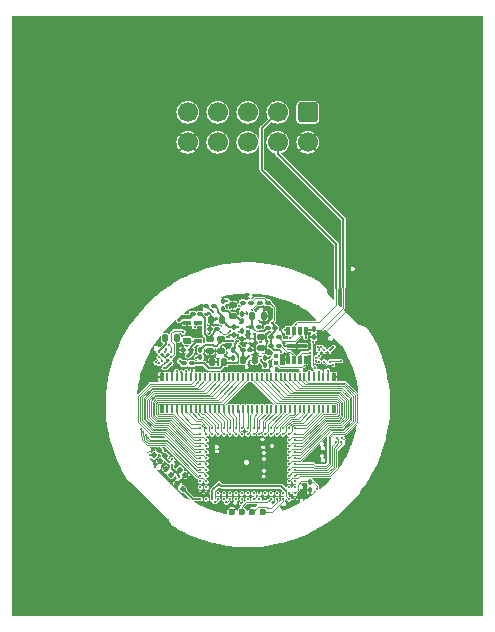
<source format=gbl>
%TF.GenerationSoftware,KiCad,Pcbnew,(6.0.0)*%
%TF.CreationDate,2022-01-25T07:30:51-08:00*%
%TF.ProjectId,headstage-64s,68656164-7374-4616-9765-2d3634732e6b,A*%
%TF.SameCoordinates,Original*%
%TF.FileFunction,Copper,L6,Bot*%
%TF.FilePolarity,Positive*%
%FSLAX46Y46*%
G04 Gerber Fmt 4.6, Leading zero omitted, Abs format (unit mm)*
G04 Created by KiCad (PCBNEW (6.0.0)) date 2022-01-25 07:30:51*
%MOMM*%
%LPD*%
G01*
G04 APERTURE LIST*
G04 Aperture macros list*
%AMRoundRect*
0 Rectangle with rounded corners*
0 $1 Rounding radius*
0 $2 $3 $4 $5 $6 $7 $8 $9 X,Y pos of 4 corners*
0 Add a 4 corners polygon primitive as box body*
4,1,4,$2,$3,$4,$5,$6,$7,$8,$9,$2,$3,0*
0 Add four circle primitives for the rounded corners*
1,1,$1+$1,$2,$3*
1,1,$1+$1,$4,$5*
1,1,$1+$1,$6,$7*
1,1,$1+$1,$8,$9*
0 Add four rect primitives between the rounded corners*
20,1,$1+$1,$2,$3,$4,$5,0*
20,1,$1+$1,$4,$5,$6,$7,0*
20,1,$1+$1,$6,$7,$8,$9,0*
20,1,$1+$1,$8,$9,$2,$3,0*%
%AMFreePoly0*
4,1,6,0.350000,-0.250000,-0.225000,-0.250000,-0.350000,-0.125000,-0.350000,0.250000,0.350000,0.250000,0.350000,-0.250000,0.350000,-0.250000,$1*%
G04 Aperture macros list end*
%TA.AperFunction,ComponentPad*%
%ADD10RoundRect,0.250000X-0.600000X0.600000X-0.600000X-0.600000X0.600000X-0.600000X0.600000X0.600000X0*%
%TD*%
%TA.AperFunction,ComponentPad*%
%ADD11C,1.700000*%
%TD*%
%TA.AperFunction,SMDPad,CuDef*%
%ADD12C,0.250000*%
%TD*%
%TA.AperFunction,SMDPad,CuDef*%
%ADD13C,0.600000*%
%TD*%
%TA.AperFunction,SMDPad,CuDef*%
%ADD14RoundRect,0.100000X-0.100000X0.130000X-0.100000X-0.130000X0.100000X-0.130000X0.100000X0.130000X0*%
%TD*%
%TA.AperFunction,SMDPad,CuDef*%
%ADD15RoundRect,0.100000X-0.021213X-0.162635X0.162635X0.021213X0.021213X0.162635X-0.162635X-0.021213X0*%
%TD*%
%TA.AperFunction,SMDPad,CuDef*%
%ADD16R,0.400000X0.460000*%
%TD*%
%TA.AperFunction,SMDPad,CuDef*%
%ADD17RoundRect,0.100000X0.021213X0.162635X-0.162635X-0.021213X-0.021213X-0.162635X0.162635X0.021213X0*%
%TD*%
%TA.AperFunction,SMDPad,CuDef*%
%ADD18RoundRect,0.140000X0.170000X-0.140000X0.170000X0.140000X-0.170000X0.140000X-0.170000X-0.140000X0*%
%TD*%
%TA.AperFunction,SMDPad,CuDef*%
%ADD19RoundRect,0.140000X0.140000X0.170000X-0.140000X0.170000X-0.140000X-0.170000X0.140000X-0.170000X0*%
%TD*%
%TA.AperFunction,SMDPad,CuDef*%
%ADD20R,0.300000X0.650000*%
%TD*%
%TA.AperFunction,SMDPad,CuDef*%
%ADD21R,1.700000X0.300000*%
%TD*%
%TA.AperFunction,SMDPad,CuDef*%
%ADD22RoundRect,0.100000X0.130000X0.100000X-0.130000X0.100000X-0.130000X-0.100000X0.130000X-0.100000X0*%
%TD*%
%TA.AperFunction,SMDPad,CuDef*%
%ADD23RoundRect,0.140000X-0.140000X-0.170000X0.140000X-0.170000X0.140000X0.170000X-0.140000X0.170000X0*%
%TD*%
%TA.AperFunction,SMDPad,CuDef*%
%ADD24RoundRect,0.100000X-0.130000X-0.100000X0.130000X-0.100000X0.130000X0.100000X-0.130000X0.100000X0*%
%TD*%
%TA.AperFunction,SMDPad,CuDef*%
%ADD25RoundRect,0.140000X-0.170000X0.140000X-0.170000X-0.140000X0.170000X-0.140000X0.170000X0.140000X0*%
%TD*%
%TA.AperFunction,SMDPad,CuDef*%
%ADD26RoundRect,0.100000X0.100000X-0.130000X0.100000X0.130000X-0.100000X0.130000X-0.100000X-0.130000X0*%
%TD*%
%TA.AperFunction,SMDPad,CuDef*%
%ADD27RoundRect,0.100000X0.162635X-0.021213X-0.021213X0.162635X-0.162635X0.021213X0.021213X-0.162635X0*%
%TD*%
%TA.AperFunction,SMDPad,CuDef*%
%ADD28RoundRect,0.100000X-0.162635X0.021213X0.021213X-0.162635X0.162635X-0.021213X-0.021213X0.162635X0*%
%TD*%
%TA.AperFunction,SMDPad,CuDef*%
%ADD29C,0.200000*%
%TD*%
%TA.AperFunction,SMDPad,CuDef*%
%ADD30R,0.230000X0.660000*%
%TD*%
%TA.AperFunction,SMDPad,CuDef*%
%ADD31R,0.350000X0.660000*%
%TD*%
%TA.AperFunction,SMDPad,CuDef*%
%ADD32FreePoly0,0.000000*%
%TD*%
%TA.AperFunction,SMDPad,CuDef*%
%ADD33R,0.700000X0.400000*%
%TD*%
%TA.AperFunction,ViaPad*%
%ADD34C,0.300000*%
%TD*%
%TA.AperFunction,ViaPad*%
%ADD35C,0.200000*%
%TD*%
%TA.AperFunction,Conductor*%
%ADD36C,0.076200*%
%TD*%
%TA.AperFunction,Conductor*%
%ADD37C,0.200000*%
%TD*%
%TA.AperFunction,Conductor*%
%ADD38C,0.100000*%
%TD*%
%TA.AperFunction,Conductor*%
%ADD39C,0.150000*%
%TD*%
%TA.AperFunction,Conductor*%
%ADD40C,0.300000*%
%TD*%
G04 APERTURE END LIST*
D10*
%TO.P,J3,1,Pin_1*%
%TO.N,/FPGA/DO_{Flash}{slash}TCK*%
X128580000Y-38247500D03*
D11*
%TO.P,J3,3,Pin_3*%
%TO.N,/FPGA/SCLK_{Flash}{slash}TDO*%
X126040000Y-38247500D03*
%TO.P,J3,5,Pin_5*%
%TO.N,/FPGA/DI_{Flash}{slash}TMS*%
X123500000Y-38247500D03*
%TO.P,J3,7,Pin_7*%
%TO.N,unconnected-(J3-Pad7)*%
X120960000Y-38247500D03*
%TO.P,J3,9,Pin_9*%
%TO.N,/FPGA/TDI*%
X118420000Y-38247500D03*
%TO.P,J3,2,Pin_2*%
%TO.N,GND*%
X128580000Y-40787500D03*
%TO.P,J3,4,Pin_4*%
%TO.N,+1V8*%
X126040000Y-40787500D03*
%TO.P,J3,6,Pin_6*%
%TO.N,/FPGA/~{CS}_{Flash}*%
X123500000Y-40787500D03*
%TO.P,J3,8,Pin_8*%
%TO.N,unconnected-(J3-Pad8)*%
X120960000Y-40787500D03*
%TO.P,J3,10,Pin_10*%
%TO.N,GND*%
X118420000Y-40787500D03*
%TD*%
D12*
%TO.P,U1,A1,Elec16*%
%TO.N,/Ephys/Elec16*%
X127500000Y-65000000D03*
%TO.P,U1,A2,Elec18*%
%TO.N,/Ephys/Elec18*%
X127000000Y-65000000D03*
%TO.P,U1,A3,Elec20*%
%TO.N,/Ephys/Elec20*%
X126500000Y-65000000D03*
%TO.P,U1,A4,Elec22*%
%TO.N,/Ephys/Elec22*%
X126000000Y-65000000D03*
%TO.P,U1,A5,Elec24*%
%TO.N,/Ephys/Elec24*%
X125500000Y-65000000D03*
%TO.P,U1,A6,Elec26*%
%TO.N,/Ephys/Elec26*%
X125000000Y-65000000D03*
%TO.P,U1,A7,Elec28*%
%TO.N,/Ephys/Elec28*%
X124500000Y-65000000D03*
%TO.P,U1,A8,Elec30*%
%TO.N,/Ephys/Elec30*%
X124000000Y-65000000D03*
%TO.P,U1,A9,Elec32*%
%TO.N,/Ephys/Elec32*%
X123500000Y-65000000D03*
%TO.P,U1,A10,Elec33*%
%TO.N,/Ephys/Elec33*%
X123000000Y-65000000D03*
%TO.P,U1,A11,Elec35*%
%TO.N,/Ephys/Elec35*%
X122500000Y-65000000D03*
%TO.P,U1,A12,Elec37*%
%TO.N,/Ephys/Elec37*%
X122000000Y-65000000D03*
%TO.P,U1,A13,Elec39*%
%TO.N,/Ephys/Elec39*%
X121500000Y-65000000D03*
%TO.P,U1,A14,Elec41*%
%TO.N,/Ephys/Elec41*%
X121000000Y-65000000D03*
%TO.P,U1,A15,Elec43*%
%TO.N,/Ephys/Elec43*%
X120500000Y-65000000D03*
%TO.P,U1,A16,Elec45*%
%TO.N,/Ephys/Elec45*%
X120000000Y-65000000D03*
%TO.P,U1,A17,Elec47*%
%TO.N,/Ephys/Elec47*%
X119500000Y-65000000D03*
%TO.P,U1,B1,Elec15*%
%TO.N,/Ephys/Elec15*%
X127500000Y-65500000D03*
%TO.P,U1,B2,Elec17*%
%TO.N,/Ephys/Elec17*%
X127000000Y-65500000D03*
%TO.P,U1,B3,Elec19*%
%TO.N,/Ephys/Elec19*%
X126500000Y-65500000D03*
%TO.P,U1,B4,Elec21*%
%TO.N,/Ephys/Elec21*%
X126000000Y-65500000D03*
%TO.P,U1,B5,Elec23*%
%TO.N,/Ephys/Elec23*%
X125500000Y-65500000D03*
%TO.P,U1,B6,Elec25*%
%TO.N,/Ephys/Elec25*%
X125000000Y-65500000D03*
%TO.P,U1,B7,Elec27*%
%TO.N,/Ephys/Elec27*%
X124500000Y-65500000D03*
%TO.P,U1,B8,Elec29*%
%TO.N,/Ephys/Elec29*%
X124000000Y-65500000D03*
%TO.P,U1,B9,Elec31*%
%TO.N,/Ephys/Elec31*%
X123500000Y-65500000D03*
%TO.P,U1,B10,Elec34*%
%TO.N,/Ephys/Elec34*%
X123000000Y-65500000D03*
%TO.P,U1,B11,Elec36*%
%TO.N,/Ephys/Elec36*%
X122500000Y-65500000D03*
%TO.P,U1,B12,Elec38*%
%TO.N,/Ephys/Elec38*%
X122000000Y-65500000D03*
%TO.P,U1,B13,Elec40*%
%TO.N,/Ephys/Elec40*%
X121500000Y-65500000D03*
%TO.P,U1,B14,Elec42*%
%TO.N,/Ephys/Elec42*%
X121000000Y-65500000D03*
%TO.P,U1,B15,Elec44*%
%TO.N,/Ephys/Elec44*%
X120500000Y-65500000D03*
%TO.P,U1,B16,Elec46*%
%TO.N,/Ephys/Elec46*%
X120000000Y-65500000D03*
%TO.P,U1,B17,Elec48*%
%TO.N,/Ephys/Elec48*%
X119500000Y-65500000D03*
%TO.P,U1,C1,Elec13*%
%TO.N,/Ephys/Elec13*%
X127500000Y-66000000D03*
%TO.P,U1,C2,Elec14*%
%TO.N,/Ephys/Elec14*%
X127000000Y-66000000D03*
%TO.P,U1,C16,Elec49*%
%TO.N,/Ephys/Elec49*%
X120000000Y-66000000D03*
%TO.P,U1,C17,Elec50*%
%TO.N,/Ephys/Elec50*%
X119500000Y-66000000D03*
%TO.P,U1,D1,Elec11*%
%TO.N,/Ephys/Elec11*%
X127500000Y-66500000D03*
%TO.P,U1,D2,Elec12*%
%TO.N,/Ephys/Elec12*%
X127000000Y-66500000D03*
%TO.P,U1,D16,Elec51*%
%TO.N,/Ephys/Elec51*%
X120000000Y-66500000D03*
%TO.P,U1,D17,Elec52*%
%TO.N,/Ephys/Elec52*%
X119500000Y-66500000D03*
%TO.P,U1,E1,Elec9*%
%TO.N,/Ephys/Elec9*%
X127500000Y-67000000D03*
%TO.P,U1,E2,Elec10*%
%TO.N,/Ephys/Elec10*%
X127000000Y-67000000D03*
%TO.P,U1,E16,Elec53*%
%TO.N,/Ephys/Elec53*%
X120000000Y-67000000D03*
%TO.P,U1,E17,Elec54*%
%TO.N,/Ephys/Elec54*%
X119500000Y-67000000D03*
%TO.P,U1,F1,Elec7*%
%TO.N,/Ephys/Elec7*%
X127500000Y-67500000D03*
%TO.P,U1,F2,Elec8*%
%TO.N,/Ephys/Elec8*%
X127000000Y-67500000D03*
%TO.P,U1,F16,Elec55*%
%TO.N,/Ephys/Elec55*%
X120000000Y-67500000D03*
%TO.P,U1,F17,Elec56*%
%TO.N,/Ephys/Elec56*%
X119500000Y-67500000D03*
%TO.P,U1,G1,Elec5*%
%TO.N,/Ephys/Elec5*%
X127500000Y-68000000D03*
%TO.P,U1,G2,Elec6*%
%TO.N,/Ephys/Elec6*%
X127000000Y-68000000D03*
%TO.P,U1,G16,Elec57*%
%TO.N,/Ephys/Elec57*%
X120000000Y-68000000D03*
%TO.P,U1,G17,Elec58*%
%TO.N,/Ephys/Elec58*%
X119500000Y-68000000D03*
%TO.P,U1,H1,Elec3*%
%TO.N,/Ephys/Elec3*%
X127500000Y-68500000D03*
%TO.P,U1,H2,Elec4*%
%TO.N,/Ephys/Elec4*%
X127000000Y-68500000D03*
%TO.P,U1,H16,Elec59*%
%TO.N,/Ephys/Elec59*%
X120000000Y-68500000D03*
%TO.P,U1,H17,Elec60*%
%TO.N,/Ephys/Elec60*%
X119500000Y-68500000D03*
%TO.P,U1,J1,Elec1*%
%TO.N,/Ephys/Elec1*%
X127500000Y-69000000D03*
%TO.P,U1,J2,Elec2*%
%TO.N,/Ephys/Elec2*%
X127000000Y-69000000D03*
%TO.P,U1,J16,Elec61*%
%TO.N,/Ephys/Elec61*%
X120000000Y-69000000D03*
%TO.P,U1,J17,Elec62*%
%TO.N,/Ephys/Elec62*%
X119500000Y-69000000D03*
%TO.P,U1,K1*%
%TO.N,N/C*%
X127500000Y-69500000D03*
%TO.P,U1,K2,Elec0*%
%TO.N,/Ephys/Elec0*%
X127000000Y-69500000D03*
%TO.P,U1,K16,Elec63*%
%TO.N,/Ephys/Elec63*%
X120000000Y-69500000D03*
%TO.P,U1,K17*%
%TO.N,N/C*%
X119500000Y-69500000D03*
%TO.P,U1,L1*%
X127500000Y-70000000D03*
%TO.P,U1,L2*%
X127000000Y-70000000D03*
%TO.P,U1,L16*%
X120000000Y-70000000D03*
%TO.P,U1,L17,ElecTest*%
%TO.N,unconnected-(U1-PadL17)*%
X119500000Y-70000000D03*
%TO.P,U1,M1,ElecRef*%
%TO.N,/Ref*%
X127500000Y-70500000D03*
%TO.P,U1,M2,VESD*%
%TO.N,GND*%
X127000000Y-70500000D03*
%TO.P,U1,M3*%
%TO.N,N/C*%
X126500000Y-70500000D03*
%TO.P,U1,M4*%
X126000000Y-70500000D03*
%TO.P,U1,M5*%
X125500000Y-70500000D03*
%TO.P,U1,M6*%
X125000000Y-70500000D03*
%TO.P,U1,M7*%
X124500000Y-70500000D03*
%TO.P,U1,M8*%
X124000000Y-70500000D03*
%TO.P,U1,M9*%
X123500000Y-70500000D03*
%TO.P,U1,M10*%
X123000000Y-70500000D03*
%TO.P,U1,M11*%
X122500000Y-70500000D03*
%TO.P,U1,M12*%
X122000000Y-70500000D03*
%TO.P,U1,M13*%
X121500000Y-70500000D03*
%TO.P,U1,M14*%
X121000000Y-70500000D03*
%TO.P,U1,M15,VDD*%
%TO.N,+3.3VA*%
X120500000Y-70500000D03*
%TO.P,U1,M16,LVDSEn*%
%TO.N,GND*%
X120000000Y-70500000D03*
%TO.P,U1,M17,GND*%
X119500000Y-70500000D03*
%TO.P,U1,N1,GND*%
X127500000Y-71000000D03*
%TO.P,U1,N2,VDD*%
%TO.N,+3.3VA*%
X127000000Y-71000000D03*
%TO.P,U1,N3,AUXIN1*%
%TO.N,Net-(TP5-Pad1)*%
X126500000Y-71000000D03*
%TO.P,U1,N4,AUXIN2*%
%TO.N,Net-(TP3-Pad1)*%
X126000000Y-71000000D03*
%TO.P,U1,N5,AUXIN3*%
%TO.N,Net-(TP1-Pad1)*%
X125500000Y-71000000D03*
%TO.P,U1,N6,GND*%
%TO.N,GND*%
X125000000Y-71000000D03*
%TO.P,U1,N7,~{CS-}*%
%TO.N,unconnected-(U1-PadN7)*%
X124500000Y-71000000D03*
%TO.P,U1,N8,~{CS+}*%
%TO.N,/Ephys/~{CS}*%
X124000000Y-71000000D03*
%TO.P,U1,N9,SCLK-*%
%TO.N,unconnected-(U1-PadN9)*%
X123500000Y-71000000D03*
%TO.P,U1,N10,SCLK+*%
%TO.N,/Ephys/SCLK*%
X123000000Y-71000000D03*
%TO.P,U1,N11,MOSI-*%
%TO.N,unconnected-(U1-PadN11)*%
X122500000Y-71000000D03*
%TO.P,U1,N12,MOSI+*%
%TO.N,/Ephys/MOSI*%
X122000000Y-71000000D03*
%TO.P,U1,N13,MISO-*%
%TO.N,unconnected-(U1-PadN13)*%
X121500000Y-71000000D03*
%TO.P,U1,N14,MISO+*%
%TO.N,/Ephys/MISO*%
X121000000Y-71000000D03*
%TO.P,U1,N15,VDD*%
%TO.N,+3.3VA*%
X120500000Y-71000000D03*
%TO.P,U1,N16,AUXOUT*%
%TO.N,unconnected-(U1-PadN16)*%
X120000000Y-71000000D03*
%TO.P,U1,N17,ADCRef*%
%TO.N,Net-(C22-Pad1)*%
X119500000Y-71000000D03*
%TD*%
D13*
%TO.P,TP3,1,1*%
%TO.N,Net-(TP3-Pad1)*%
X123908332Y-72075000D03*
%TD*%
D14*
%TO.P,R13,1*%
%TO.N,/Ref*%
X128800000Y-69580000D03*
%TO.P,R13,2*%
%TO.N,GND*%
X128800000Y-70220000D03*
%TD*%
D15*
%TO.P,L6,1,1*%
%TO.N,+4V*%
X115573726Y-67276274D03*
%TO.P,L6,2,2*%
%TO.N,Net-(C28-Pad1)*%
X116026274Y-66823726D03*
%TD*%
D16*
%TO.P,JP1,1,A*%
%TO.N,Net-(JP1-Pad1)*%
X125900000Y-59490000D03*
%TO.P,JP1,2,B*%
%TO.N,/FPGA/~{CS}_{Flash}*%
X125900000Y-58910000D03*
%TD*%
D14*
%TO.P,C43,1*%
%TO.N,+1V2*%
X123030000Y-56770000D03*
%TO.P,C43,2*%
%TO.N,GND*%
X123030000Y-57410000D03*
%TD*%
D17*
%TO.P,C28,1*%
%TO.N,Net-(C28-Pad1)*%
X116526274Y-67323726D03*
%TO.P,C28,2*%
%TO.N,GND*%
X116073726Y-67776274D03*
%TD*%
D18*
%TO.P,C52,1*%
%TO.N,Net-(C44-Pad1)*%
X122225000Y-55530000D03*
%TO.P,C52,2*%
%TO.N,GND*%
X122225000Y-54570000D03*
%TD*%
D19*
%TO.P,C54,1*%
%TO.N,Net-(C46-Pad1)*%
X121480000Y-59410000D03*
%TO.P,C54,2*%
%TO.N,GND*%
X120520000Y-59410000D03*
%TD*%
D12*
%TO.P,U2,A1,AVDD*%
%TO.N,Net-(C23-Pad1)*%
X116000000Y-58500000D03*
%TO.P,U2,A2,IIN+*%
%TO.N,/3D Pose/PD_{0}+*%
X116000000Y-59000000D03*
%TO.P,U2,A3,IIN-*%
%TO.N,/3D Pose/PD_{0}-*%
X116000000Y-59500000D03*
%TO.P,U2,B1,RBIAS*%
%TO.N,Net-(R16-Pad2)*%
X116500000Y-58500000D03*
%TO.P,U2,B2,AVSS*%
%TO.N,GND*%
X116500000Y-59000000D03*
%TO.P,U2,B3,AVSS*%
X116500000Y-59500000D03*
%TO.P,U2,C1,D/CFGDATA*%
%TO.N,/3D Pose/Data_{0}*%
X117000000Y-58500000D03*
%TO.P,U2,C2,E/CFGCLK*%
%TO.N,/3D Pose/Env_{0}*%
X117000000Y-59000000D03*
%TO.P,U2,C3,DVDD*%
%TO.N,+3V3*%
X117000000Y-59500000D03*
%TD*%
D20*
%TO.P,U11,1,~{CS}*%
%TO.N,Net-(JP1-Pad1)*%
X128400000Y-59250000D03*
%TO.P,U11,2,DO/IO_{1}*%
%TO.N,/FPGA/DO_{Flash}{slash}TCK*%
X127900000Y-59250000D03*
%TO.P,U11,3,~{WP}/IO_{2}*%
%TO.N,Net-(R22-Pad2)*%
X127400000Y-59250000D03*
%TO.P,U11,4,GND*%
%TO.N,GND*%
X126900000Y-59250000D03*
%TO.P,U11,5,DI/IO_{0}*%
%TO.N,/FPGA/DI_{Flash}{slash}TMS*%
X126900000Y-56750000D03*
%TO.P,U11,6,CLK*%
%TO.N,/FPGA/SCLK_{Flash}{slash}TDO*%
X127400000Y-56750000D03*
%TO.P,U11,7,~{HOLD}/IO_{3}*%
%TO.N,Net-(R21-Pad2)*%
X127900000Y-56750000D03*
%TO.P,U11,8,VCC*%
%TO.N,+1V8*%
X128400000Y-56750000D03*
D21*
%TO.P,U11,9,GND*%
%TO.N,GND*%
X127650000Y-58000000D03*
%TD*%
D22*
%TO.P,R2,1*%
%TO.N,+1V8*%
X123745000Y-54350000D03*
%TO.P,R2,2*%
%TO.N,/FPGA/SCL_{Ser}*%
X123105000Y-54350000D03*
%TD*%
D23*
%TO.P,C55,1*%
%TO.N,Net-(C47-Pad1)*%
X123900000Y-55500000D03*
%TO.P,C55,2*%
%TO.N,GND*%
X124860000Y-55500000D03*
%TD*%
D14*
%TO.P,L10,1,1*%
%TO.N,Net-(C51-Pad1)*%
X119500000Y-58330000D03*
%TO.P,L10,2,2*%
%TO.N,+2V5*%
X119500000Y-58970000D03*
%TD*%
D22*
%TO.P,L13,1,1*%
%TO.N,Net-(C46-Pad1)*%
X118745000Y-59500000D03*
%TO.P,L13,2,2*%
%TO.N,+1V2*%
X118105000Y-59500000D03*
%TD*%
D24*
%TO.P,R22,1*%
%TO.N,+1V8*%
X125480000Y-58000000D03*
%TO.P,R22,2*%
%TO.N,Net-(R22-Pad2)*%
X126120000Y-58000000D03*
%TD*%
%TO.P,C45,1*%
%TO.N,Net-(C45-Pad1)*%
X123080000Y-58400000D03*
%TO.P,C45,2*%
%TO.N,GND*%
X123720000Y-58400000D03*
%TD*%
D22*
%TO.P,L16,1,1*%
%TO.N,Net-(C49-Pad1)*%
X119470000Y-55350000D03*
%TO.P,L16,2,2*%
%TO.N,+3V3*%
X118830000Y-55350000D03*
%TD*%
D23*
%TO.P,C23,1*%
%TO.N,Net-(C23-Pad1)*%
X116520000Y-57350000D03*
%TO.P,C23,2*%
%TO.N,GND*%
X117480000Y-57350000D03*
%TD*%
D25*
%TO.P,C57,1*%
%TO.N,Net-(C49-Pad1)*%
X120300000Y-57470000D03*
%TO.P,C57,2*%
%TO.N,GND*%
X120300000Y-58430000D03*
%TD*%
D13*
%TO.P,TP5,1,1*%
%TO.N,Net-(TP5-Pad1)*%
X124775000Y-72075000D03*
%TD*%
D22*
%TO.P,C49,1*%
%TO.N,Net-(C49-Pad1)*%
X120945000Y-56600000D03*
%TO.P,C49,2*%
%TO.N,GND*%
X120305000Y-56600000D03*
%TD*%
D24*
%TO.P,C47,1*%
%TO.N,Net-(C47-Pad1)*%
X123780000Y-56400000D03*
%TO.P,C47,2*%
%TO.N,GND*%
X124420000Y-56400000D03*
%TD*%
D25*
%TO.P,C51,1*%
%TO.N,Net-(C51-Pad1)*%
X121250000Y-57470000D03*
%TO.P,C51,2*%
%TO.N,GND*%
X121250000Y-58430000D03*
%TD*%
D19*
%TO.P,C56,1*%
%TO.N,Net-(C48-Pad1)*%
X121330000Y-55800000D03*
%TO.P,C56,2*%
%TO.N,GND*%
X120370000Y-55800000D03*
%TD*%
D26*
%TO.P,C44,1*%
%TO.N,Net-(C44-Pad1)*%
X123050000Y-55920000D03*
%TO.P,C44,2*%
%TO.N,GND*%
X123050000Y-55280000D03*
%TD*%
D14*
%TO.P,C48,1*%
%TO.N,Net-(C48-Pad1)*%
X122330000Y-56430000D03*
%TO.P,C48,2*%
%TO.N,GND*%
X122330000Y-57070000D03*
%TD*%
D22*
%TO.P,R1,1*%
%TO.N,+1V8*%
X125195000Y-54350000D03*
%TO.P,R1,2*%
%TO.N,/FPGA/SDA_{Ser}*%
X124555000Y-54350000D03*
%TD*%
D13*
%TO.P,TP1,1,1*%
%TO.N,Net-(TP1-Pad1)*%
X123041666Y-72075000D03*
%TD*%
D26*
%TO.P,L12,1,1*%
%TO.N,Net-(C45-Pad1)*%
X125000000Y-59670000D03*
%TO.P,L12,2,2*%
%TO.N,+1V2*%
X125000000Y-59030000D03*
%TD*%
D14*
%TO.P,C42,1*%
%TO.N,+1V8*%
X129100000Y-56630000D03*
%TO.P,C42,2*%
%TO.N,GND*%
X129100000Y-57270000D03*
%TD*%
D22*
%TO.P,C58,1*%
%TO.N,+1V8*%
X118695000Y-58350000D03*
%TO.P,C58,2*%
%TO.N,GND*%
X118055000Y-58350000D03*
%TD*%
D26*
%TO.P,L11,1,1*%
%TO.N,Net-(C44-Pad1)*%
X121375000Y-54895000D03*
%TO.P,L11,2,2*%
%TO.N,+1V2*%
X121375000Y-54255000D03*
%TD*%
D27*
%TO.P,C30,1*%
%TO.N,+3.3VA*%
X117026274Y-68926274D03*
%TO.P,C30,2*%
%TO.N,GND*%
X116573726Y-68473726D03*
%TD*%
D22*
%TO.P,L15,1,1*%
%TO.N,Net-(C48-Pad1)*%
X120650000Y-54610000D03*
%TO.P,L15,2,2*%
%TO.N,+1V8*%
X120010000Y-54610000D03*
%TD*%
D28*
%TO.P,C19,1*%
%TO.N,+3.3VA*%
X117773726Y-68498726D03*
%TO.P,C19,2*%
%TO.N,GND*%
X118226274Y-68951274D03*
%TD*%
D12*
%TO.P,U6,A1,AVDD*%
%TO.N,Net-(C25-Pad1)*%
X129500000Y-59350000D03*
%TO.P,U6,A2,IIN+*%
%TO.N,/3D Pose/PD_{1}+*%
X130000000Y-59350000D03*
%TO.P,U6,A3,IIN-*%
%TO.N,/3D Pose/PD_{1}-*%
X130500000Y-59350000D03*
%TO.P,U6,B1,RBIAS*%
%TO.N,Net-(R17-Pad2)*%
X129500000Y-58850000D03*
%TO.P,U6,B2,AVSS*%
%TO.N,GND*%
X130000000Y-58850000D03*
%TO.P,U6,B3,AVSS*%
X130500000Y-58850000D03*
%TO.P,U6,C1,D/CFGDATA*%
%TO.N,/3D Pose/Data_{1}*%
X129500000Y-58350000D03*
%TO.P,U6,C2,E/CFGCLK*%
%TO.N,/3D Pose/Env_{1}*%
X130000000Y-58350000D03*
%TO.P,U6,C3,DVDD*%
%TO.N,+3V3*%
X130500000Y-58350000D03*
%TD*%
D23*
%TO.P,C53,1*%
%TO.N,Net-(C45-Pad1)*%
X123120000Y-59250000D03*
%TO.P,C53,2*%
%TO.N,GND*%
X124080000Y-59250000D03*
%TD*%
D25*
%TO.P,C50,1*%
%TO.N,+1V2*%
X124590000Y-57280000D03*
%TO.P,C50,2*%
%TO.N,GND*%
X124590000Y-58240000D03*
%TD*%
D29*
%TO.P,U13,A1,VIN*%
%TO.N,Net-(C28-Pad1)*%
X116852513Y-67850000D03*
%TO.P,U13,A2,VOUT*%
%TO.N,+3.3VA*%
X117100000Y-68097487D03*
%TO.P,U13,B1,EN*%
%TO.N,Net-(C28-Pad1)*%
X117100000Y-67602513D03*
%TO.P,U13,B2,GND*%
%TO.N,GND*%
X117347487Y-67850000D03*
%TD*%
D30*
%TO.P,J2,1,Pin_1*%
%TO.N,unconnected-(J2-Pad1)*%
X130300000Y-63355000D03*
%TO.P,J2,2,Pin_2*%
%TO.N,/Ref*%
X130300000Y-60645000D03*
%TO.P,J2,3,Pin_3*%
%TO.N,/Ephys/Elec16*%
X129900000Y-63355000D03*
%TO.P,J2,4,Pin_4*%
%TO.N,/Ephys/Elec0*%
X129900000Y-60645000D03*
%TO.P,J2,5,Pin_5*%
%TO.N,/Ephys/Elec17*%
X129500000Y-63355000D03*
%TO.P,J2,6,Pin_6*%
%TO.N,/Ephys/Elec1*%
X129500000Y-60645000D03*
%TO.P,J2,7,Pin_7*%
%TO.N,/Ephys/Elec18*%
X129100000Y-63355000D03*
%TO.P,J2,8,Pin_8*%
%TO.N,/Ephys/Elec2*%
X129100000Y-60645000D03*
%TO.P,J2,9,Pin_9*%
%TO.N,/Ephys/Elec19*%
X128700000Y-63355000D03*
%TO.P,J2,10,Pin_10*%
%TO.N,/Ephys/Elec3*%
X128700000Y-60645000D03*
%TO.P,J2,11,Pin_11*%
%TO.N,/Ephys/Elec20*%
X128300000Y-63355000D03*
%TO.P,J2,12,Pin_12*%
%TO.N,/Ephys/Elec4*%
X128300000Y-60645000D03*
%TO.P,J2,13,Pin_13*%
%TO.N,/Ephys/Elec21*%
X127900000Y-63355000D03*
%TO.P,J2,14,Pin_14*%
%TO.N,/Ephys/Elec5*%
X127900000Y-60645000D03*
%TO.P,J2,15,Pin_15*%
%TO.N,/Ephys/Elec22*%
X127500000Y-63355000D03*
%TO.P,J2,16,Pin_16*%
%TO.N,/Ephys/Elec6*%
X127500000Y-60645000D03*
%TO.P,J2,17,Pin_17*%
%TO.N,/Ephys/Elec23*%
X127100000Y-63355000D03*
%TO.P,J2,18,Pin_18*%
%TO.N,/Ephys/Elec7*%
X127100000Y-60645000D03*
%TO.P,J2,19,Pin_19*%
%TO.N,/Ephys/Elec24*%
X126700000Y-63355000D03*
%TO.P,J2,20,Pin_20*%
%TO.N,/Ephys/Elec8*%
X126700000Y-60645000D03*
%TO.P,J2,21,Pin_21*%
%TO.N,/Ephys/Elec25*%
X126300000Y-63355000D03*
%TO.P,J2,22,Pin_22*%
%TO.N,/Ephys/Elec9*%
X126300000Y-60645000D03*
%TO.P,J2,23,Pin_23*%
%TO.N,/Ephys/Elec26*%
X125900000Y-63355000D03*
%TO.P,J2,24,Pin_24*%
%TO.N,/Ephys/Elec10*%
X125900000Y-60645000D03*
%TO.P,J2,25,Pin_25*%
%TO.N,/Ephys/Elec27*%
X125500000Y-63355000D03*
%TO.P,J2,26,Pin_26*%
%TO.N,/Ephys/Elec11*%
X125500000Y-60645000D03*
%TO.P,J2,27,Pin_27*%
%TO.N,/Ephys/Elec28*%
X125100000Y-63355000D03*
%TO.P,J2,28,Pin_28*%
%TO.N,/Ephys/Elec12*%
X125100000Y-60645000D03*
%TO.P,J2,29,Pin_29*%
%TO.N,/Ephys/Elec29*%
X124700000Y-63355000D03*
%TO.P,J2,30,Pin_30*%
%TO.N,/Ephys/Elec13*%
X124700000Y-60645000D03*
%TO.P,J2,31,Pin_31*%
%TO.N,/Ephys/Elec30*%
X124300000Y-63355000D03*
%TO.P,J2,32,Pin_32*%
%TO.N,/Ephys/Elec14*%
X124300000Y-60645000D03*
%TO.P,J2,33,Pin_33*%
%TO.N,/Ephys/Elec31*%
X123900000Y-63355000D03*
%TO.P,J2,34,Pin_34*%
%TO.N,/Ephys/Elec15*%
X123900000Y-60645000D03*
%TO.P,J2,35,Pin_35*%
%TO.N,/Ephys/Elec32*%
X123500000Y-63355000D03*
%TO.P,J2,36,Pin_36*%
%TO.N,/Ephys/Elec48*%
X123500000Y-60645000D03*
%TO.P,J2,37,Pin_37*%
%TO.N,/Ephys/Elec33*%
X123100000Y-63355000D03*
%TO.P,J2,38,Pin_38*%
%TO.N,/Ephys/Elec49*%
X123100000Y-60645000D03*
%TO.P,J2,39,Pin_39*%
%TO.N,/Ephys/Elec34*%
X122700000Y-63355000D03*
%TO.P,J2,40,Pin_40*%
%TO.N,/Ephys/Elec50*%
X122700000Y-60645000D03*
%TO.P,J2,41,Pin_41*%
%TO.N,/Ephys/Elec35*%
X122300000Y-63355000D03*
%TO.P,J2,42,Pin_42*%
%TO.N,/Ephys/Elec51*%
X122300000Y-60645000D03*
%TO.P,J2,43,Pin_43*%
%TO.N,/Ephys/Elec36*%
X121900000Y-63355000D03*
%TO.P,J2,44,Pin_44*%
%TO.N,/Ephys/Elec52*%
X121900000Y-60645000D03*
%TO.P,J2,45,Pin_45*%
%TO.N,/Ephys/Elec37*%
X121500000Y-63355000D03*
%TO.P,J2,46,Pin_46*%
%TO.N,/Ephys/Elec53*%
X121500000Y-60645000D03*
%TO.P,J2,47,Pin_47*%
%TO.N,/Ephys/Elec38*%
X121100000Y-63355000D03*
%TO.P,J2,48,Pin_48*%
%TO.N,/Ephys/Elec54*%
X121100000Y-60645000D03*
%TO.P,J2,49,Pin_49*%
%TO.N,/Ephys/Elec39*%
X120700000Y-63355000D03*
%TO.P,J2,50,Pin_50*%
%TO.N,/Ephys/Elec55*%
X120700000Y-60645000D03*
%TO.P,J2,51,Pin_51*%
%TO.N,/Ephys/Elec40*%
X120300000Y-63355000D03*
%TO.P,J2,52,Pin_52*%
%TO.N,/Ephys/Elec56*%
X120300000Y-60645000D03*
%TO.P,J2,53,Pin_53*%
%TO.N,/Ephys/Elec41*%
X119900000Y-63355000D03*
%TO.P,J2,54,Pin_54*%
%TO.N,/Ephys/Elec57*%
X119900000Y-60645000D03*
%TO.P,J2,55,Pin_55*%
%TO.N,/Ephys/Elec42*%
X119500000Y-63355000D03*
%TO.P,J2,56,Pin_56*%
%TO.N,/Ephys/Elec58*%
X119500000Y-60645000D03*
%TO.P,J2,57,Pin_57*%
%TO.N,/Ephys/Elec43*%
X119100000Y-63355000D03*
%TO.P,J2,58,Pin_58*%
%TO.N,/Ephys/Elec59*%
X119100000Y-60645000D03*
%TO.P,J2,59,Pin_59*%
%TO.N,/Ephys/Elec44*%
X118700000Y-63355000D03*
%TO.P,J2,60,Pin_60*%
%TO.N,/Ephys/Elec60*%
X118700000Y-60645000D03*
%TO.P,J2,61,Pin_61*%
%TO.N,/Ephys/Elec45*%
X118300000Y-63355000D03*
%TO.P,J2,62,Pin_62*%
%TO.N,/Ephys/Elec61*%
X118300000Y-60645000D03*
%TO.P,J2,63,Pin_63*%
%TO.N,/Ephys/Elec46*%
X117900000Y-63355000D03*
%TO.P,J2,64,Pin_64*%
%TO.N,/Ephys/Elec62*%
X117900000Y-60645000D03*
%TO.P,J2,65,Pin_65*%
%TO.N,/Ephys/Elec47*%
X117500000Y-63355000D03*
%TO.P,J2,66,Pin_66*%
%TO.N,/Ephys/Elec63*%
X117500000Y-60645000D03*
%TO.P,J2,67,Pin_67*%
%TO.N,unconnected-(J2-Pad67)*%
X117100000Y-63355000D03*
%TO.P,J2,68,Pin_68*%
%TO.N,GND*%
X117100000Y-60645000D03*
%TO.P,J2,69,Pin_69*%
%TO.N,unconnected-(J2-Pad69)*%
X116700000Y-63355000D03*
%TO.P,J2,70,Pin_70*%
%TO.N,unconnected-(J2-Pad70)*%
X116700000Y-60645000D03*
D31*
%TO.P,J2,MP1,MountPin1*%
%TO.N,GND*%
X130775000Y-63355000D03*
%TO.P,J2,MP2,MountPin2*%
X130775000Y-60645000D03*
%TO.P,J2,MP3,MountPin3*%
X116225000Y-63355000D03*
%TO.P,J2,MP4,MountPin4*%
X116225000Y-60645000D03*
%TD*%
D27*
%TO.P,C22,1*%
%TO.N,Net-(C22-Pad1)*%
X118001274Y-70126274D03*
%TO.P,C22,2*%
%TO.N,GND*%
X117548726Y-69673726D03*
%TD*%
D32*
%TO.P,U12,1,EN*%
%TO.N,+1V8*%
X118350000Y-57575000D03*
D33*
%TO.P,U12,2,GND*%
%TO.N,GND*%
X118350000Y-56075000D03*
%TO.P,U12,3,OUT*%
%TO.N,/FPGA/CLK*%
X119300000Y-56075000D03*
%TO.P,U12,4,VCC*%
%TO.N,+1V8*%
X119300000Y-57625000D03*
%TD*%
D13*
%TO.P,TP10,1,1*%
%TO.N,GND*%
X122175000Y-72075000D03*
%TD*%
D24*
%TO.P,L14,1,1*%
%TO.N,Net-(C47-Pad1)*%
X125180000Y-56500000D03*
%TO.P,L14,2,2*%
%TO.N,+1V8*%
X125820000Y-56500000D03*
%TD*%
%TO.P,R21,1*%
%TO.N,+1V8*%
X125480000Y-57300000D03*
%TO.P,R21,2*%
%TO.N,Net-(R21-Pad2)*%
X126120000Y-57300000D03*
%TD*%
D14*
%TO.P,C46,1*%
%TO.N,Net-(C46-Pad1)*%
X122300000Y-58370000D03*
%TO.P,C46,2*%
%TO.N,GND*%
X122300000Y-59010000D03*
%TD*%
D34*
%TO.N,GND*%
X105500000Y-50000000D03*
X123500000Y-78500000D03*
X106000000Y-31500000D03*
X139000000Y-35000000D03*
X118000000Y-48500000D03*
X142500000Y-51500000D03*
X108000000Y-68500000D03*
X104500000Y-39000000D03*
X139000000Y-68500000D03*
X139500000Y-43000000D03*
X109000000Y-58000000D03*
D35*
X122800000Y-70725000D03*
X126700000Y-59150000D03*
%TO.N,/FPGA/~{CS}_{Flash}*%
X129206005Y-59868200D03*
%TO.N,GND*%
X130700000Y-60125000D03*
X130280000Y-58600000D03*
X118500288Y-59876803D03*
X115433557Y-65722252D03*
X119950000Y-71450000D03*
X123900000Y-69400000D03*
X116575000Y-68025000D03*
X128400000Y-60000000D03*
X115425500Y-66663330D03*
D34*
X128575000Y-67712400D03*
D35*
X115200000Y-58775000D03*
X127000000Y-60100000D03*
D34*
X126300000Y-67725000D03*
D35*
X118200000Y-70700000D03*
X117540521Y-70000000D03*
X126175000Y-55200000D03*
X123675000Y-71525000D03*
X119101469Y-58134825D03*
X116189174Y-60913674D03*
X122000000Y-54800000D03*
X121600000Y-67600000D03*
X132496194Y-60843346D03*
X122100000Y-62725000D03*
D34*
X129325000Y-67725000D03*
D35*
X130275000Y-69375000D03*
X121600000Y-68600000D03*
X121100000Y-69300000D03*
X126300000Y-55975000D03*
X130050000Y-69625000D03*
X123900000Y-67900000D03*
X125275000Y-70750000D03*
X132600000Y-61150000D03*
X123917193Y-66770970D03*
X122198899Y-60097941D03*
X115500000Y-67750000D03*
X120400000Y-68200000D03*
X125300000Y-53900000D03*
X129851424Y-56948576D03*
X130817600Y-63125000D03*
X118550000Y-55980000D03*
X120900000Y-67400000D03*
X119425000Y-71325000D03*
X117675000Y-67950000D03*
X132600000Y-61600000D03*
X114450000Y-60825000D03*
X124776424Y-67898576D03*
X121300000Y-66600000D03*
X127625000Y-54700000D03*
X126600000Y-57300000D03*
X114500000Y-61300000D03*
X117777732Y-59948069D03*
X117340000Y-69230000D03*
X123225000Y-70200000D03*
X128400000Y-55300000D03*
X120950000Y-68550000D03*
X118800000Y-54900000D03*
X125513000Y-55250000D03*
X122950000Y-67875000D03*
X124910000Y-69575500D03*
X122900000Y-66900000D03*
X124725000Y-70200000D03*
X120551424Y-69248576D03*
X116150500Y-63150000D03*
X128620000Y-70780000D03*
X122925000Y-66000000D03*
X122725000Y-62675000D03*
X123892537Y-68916551D03*
X121920000Y-57950000D03*
D34*
X129350000Y-66775000D03*
D35*
X128699500Y-57738000D03*
X118475000Y-69325000D03*
X126236599Y-70744797D03*
X124000000Y-60100000D03*
X120752485Y-55749500D03*
X128650000Y-55700000D03*
D34*
X126325000Y-66500000D03*
D35*
X116296978Y-65722252D03*
X122800500Y-57356340D03*
X118590000Y-57120000D03*
X121600000Y-60000000D03*
X132520000Y-65100000D03*
X114300000Y-61775000D03*
X121700000Y-66900000D03*
D34*
X125285660Y-69375500D03*
D35*
X129700000Y-69950000D03*
X115474500Y-60922447D03*
X122125000Y-71275000D03*
X119040000Y-56990000D03*
%TO.N,+3V3*%
X130750000Y-58100000D03*
X116400000Y-59875000D03*
D34*
X117670000Y-55850000D03*
%TO.N,+1V8*%
X120600000Y-55150000D03*
D35*
X126350000Y-58550000D03*
X128400000Y-57330000D03*
X125525000Y-56050000D03*
D34*
X118470000Y-58840000D03*
D35*
%TO.N,+2V5*%
X119160000Y-59010000D03*
%TO.N,/Ref*%
X129350000Y-70175000D03*
X130300000Y-60125000D03*
D34*
%TO.N,+1V2*%
X117775000Y-59300000D03*
D35*
X125350000Y-59000000D03*
D34*
X121726213Y-54221171D03*
D35*
X124560000Y-57720000D03*
X122727602Y-56829298D03*
%TO.N,Net-(C44-Pad1)*%
X122836770Y-56052919D03*
%TO.N,Net-(C45-Pad1)*%
X123638923Y-58911077D03*
X124590000Y-59180000D03*
X122725000Y-58000000D03*
%TO.N,Net-(C46-Pad1)*%
X122648620Y-57642597D03*
%TO.N,Net-(C47-Pad1)*%
X123450000Y-56450000D03*
%TO.N,Net-(C48-Pad1)*%
X122723099Y-56423453D03*
%TO.N,Net-(C51-Pad1)*%
X122275873Y-57575288D03*
%TO.N,/FPGA/SDA_{Ser}*%
X123867484Y-54949989D03*
%TO.N,/FPGA/SCL_{Ser}*%
X122750000Y-54625000D03*
%TO.N,/FPGA/CLK*%
X119005000Y-56400000D03*
%TO.N,/FPGA/SCLK_{Flash}{slash}TDO*%
X127124406Y-57324500D03*
%TO.N,/FPGA/DI_{Flash}{slash}TMS*%
X126625000Y-56700000D03*
%TO.N,/FPGA/DO_{Flash}{slash}TCK*%
X128750000Y-58600000D03*
%TO.N,/FPGA/~{CS}_{Flash}*%
X126000000Y-58950000D03*
X129022174Y-57708205D03*
%TO.N,Net-(C49-Pad1)*%
X121980000Y-56750000D03*
%TO.N,+4V*%
X115225000Y-67225000D03*
%TO.N,/Ephys/~{CS}*%
X124300000Y-70725000D03*
%TO.N,/Ephys/SCLK*%
X122955862Y-71322308D03*
%TO.N,/Ephys/MISO*%
X120724500Y-71235842D03*
%TO.N,/Ephys/MOSI*%
X121675000Y-71250000D03*
%TO.N,/Ephys/Elec0*%
X131528427Y-65819483D03*
X129900000Y-60100000D03*
%TO.N,/Ephys/Elec1*%
X129499718Y-60196853D03*
X131410000Y-66130000D03*
%TO.N,/Ephys/Elec2*%
X131090780Y-65847036D03*
X129131135Y-60295193D03*
%TO.N,/Ephys/Elec3*%
X130960000Y-66160000D03*
X128700000Y-60200000D03*
%TO.N,/Ephys/Elec60*%
X115100000Y-65800000D03*
X118825000Y-60100000D03*
%TO.N,/Ephys/Elec61*%
X114886200Y-65528344D03*
X118300000Y-60150000D03*
%TO.N,/Ephys/Elec62*%
X117891669Y-60225053D03*
X114672400Y-65300000D03*
%TO.N,/Ephys/Elec63*%
X114457706Y-65031852D03*
X117475000Y-60150000D03*
%TO.N,Net-(R16-Pad2)*%
X116604512Y-58242640D03*
%TO.N,Net-(C25-Pad1)*%
X129250000Y-59300000D03*
%TO.N,Net-(R17-Pad2)*%
X129308737Y-59006313D03*
%TO.N,/3D Pose/Data_{0}*%
X116875000Y-57950000D03*
%TO.N,/3D Pose/Env_{0}*%
X118050000Y-56870000D03*
%TO.N,/3D Pose/Data_{1}*%
X129450497Y-58100000D03*
%TO.N,/3D Pose/Env_{1}*%
X129750000Y-58100000D03*
D34*
%TO.N,+3.3VA*%
X121049279Y-69700721D03*
X117710000Y-69080000D03*
D35*
%TO.N,/3D Pose/PD_{0}-*%
X115726424Y-59426424D03*
%TO.N,/3D Pose/PD_{0}+*%
X116235119Y-59312543D03*
%TO.N,/3D Pose/PD_{1}-*%
X131400000Y-59300000D03*
%TO.N,/3D Pose/PD_{1}+*%
X130726840Y-59600000D03*
%TD*%
D36*
%TO.N,/Ephys/Elec23*%
X127100000Y-63570000D02*
X127100000Y-63355000D01*
X126781189Y-63798811D02*
X126871189Y-63798811D01*
X125848080Y-64731920D02*
X126781189Y-63798811D01*
X126871189Y-63798811D02*
X127100000Y-63570000D01*
X125848080Y-64807424D02*
X125848080Y-64731920D01*
X125761189Y-64894315D02*
X125848080Y-64807424D01*
X125500000Y-65500000D02*
X125761189Y-65238811D01*
X125761189Y-65238811D02*
X125761189Y-64894315D01*
%TO.N,/Ephys/Elec20*%
X128300000Y-63664834D02*
X128300000Y-63355000D01*
X127164503Y-64208080D02*
X127756754Y-64208080D01*
X127756754Y-64208080D02*
X128300000Y-63664834D01*
X126500000Y-64872583D02*
X127164503Y-64208080D01*
X126500000Y-65000000D02*
X126500000Y-64872583D01*
%TO.N,/Ephys/Elec21*%
X127413840Y-64056160D02*
X127900000Y-63570000D01*
X127063840Y-64056160D02*
X127413840Y-64056160D01*
X127900000Y-63570000D02*
X127900000Y-63355000D01*
X126261189Y-64858811D02*
X127063840Y-64056160D01*
X126261189Y-65238811D02*
X126261189Y-64858811D01*
X126000000Y-65500000D02*
X126261189Y-65238811D01*
%TO.N,/Ephys/Elec22*%
X127500000Y-63750000D02*
X127500000Y-63355000D01*
X126980608Y-63904240D02*
X127345760Y-63904240D01*
X126000000Y-64884848D02*
X126980608Y-63904240D01*
X127345760Y-63904240D02*
X127500000Y-63750000D01*
X126000000Y-65000000D02*
X126000000Y-64884848D01*
%TO.N,/Ephys/Elec19*%
X127910000Y-64360000D02*
X128700000Y-63570000D01*
X127240000Y-64360000D02*
X127910000Y-64360000D01*
X126761189Y-64838811D02*
X127240000Y-64360000D01*
X126761189Y-65238811D02*
X126761189Y-64838811D01*
X126500000Y-65500000D02*
X126761189Y-65238811D01*
X128700000Y-63570000D02*
X128700000Y-63355000D01*
%TO.N,/Ephys/Elec18*%
X129100000Y-63570000D02*
X129100000Y-63355000D01*
X127000000Y-64823224D02*
X127303224Y-64520000D01*
X127303224Y-64520000D02*
X128150000Y-64520000D01*
X127000000Y-65000000D02*
X127000000Y-64823224D01*
X128150000Y-64520000D02*
X129100000Y-63570000D01*
%TO.N,/Ephys/Elec17*%
X129500000Y-63627622D02*
X129500000Y-63355000D01*
X127400000Y-64700000D02*
X128427622Y-64700000D01*
X127261189Y-64838811D02*
X127400000Y-64700000D01*
X127261189Y-65238811D02*
X127261189Y-64838811D01*
X128427622Y-64700000D02*
X129500000Y-63627622D01*
X127000000Y-65500000D02*
X127261189Y-65238811D01*
%TO.N,/Ephys/Elec44*%
X120238811Y-65238811D02*
X120500000Y-65500000D01*
X119618866Y-64200000D02*
X120238811Y-64819945D01*
X120238811Y-64819945D02*
X120238811Y-65238811D01*
X119330000Y-64200000D02*
X119618866Y-64200000D01*
X118700000Y-63570000D02*
X119330000Y-64200000D01*
X118700000Y-63355000D02*
X118700000Y-63570000D01*
%TO.N,/Ephys/Elec46*%
X119761189Y-65261189D02*
X120000000Y-65500000D01*
X119761189Y-64923458D02*
X119761189Y-65261189D01*
X118738800Y-64600000D02*
X119437731Y-64600000D01*
X119437731Y-64600000D02*
X119761189Y-64923458D01*
X117900000Y-63355000D02*
X117900000Y-63761200D01*
X117900000Y-63761200D02*
X118738800Y-64600000D01*
%TO.N,/Ephys/Elec45*%
X120000000Y-64885166D02*
X120000000Y-65000000D01*
X118300000Y-63570000D02*
X119130000Y-64400000D01*
X119130000Y-64400000D02*
X119514834Y-64400000D01*
X119514834Y-64400000D02*
X120000000Y-64885166D01*
X118300000Y-63355000D02*
X118300000Y-63570000D01*
%TO.N,/Ephys/Elec43*%
X119676776Y-64000000D02*
X120500000Y-64823224D01*
X119530000Y-64000000D02*
X119676776Y-64000000D01*
X120500000Y-64823224D02*
X120500000Y-65000000D01*
X119100000Y-63570000D02*
X119530000Y-64000000D01*
X119100000Y-63355000D02*
X119100000Y-63570000D01*
%TO.N,/Ephys/Elec42*%
X120738811Y-65238811D02*
X121000000Y-65500000D01*
X120738811Y-64738811D02*
X120738811Y-65238811D01*
X119671189Y-63798811D02*
X119798811Y-63798811D01*
X119500000Y-63627622D02*
X119671189Y-63798811D01*
X119798811Y-63798811D02*
X120738811Y-64738811D01*
X119500000Y-63355000D02*
X119500000Y-63627622D01*
D37*
%TO.N,+1V8*%
X126040000Y-41740000D02*
X126040000Y-40787500D01*
X131600000Y-53000000D02*
X131600000Y-47300000D01*
X131600000Y-47300000D02*
X126040000Y-41740000D01*
%TO.N,/FPGA/SCLK_{Flash}{slash}TDO*%
X124700000Y-39587500D02*
X126040000Y-38247500D01*
X124700000Y-43100000D02*
X124700000Y-39587500D01*
X131000000Y-49400000D02*
X124700000Y-43100000D01*
X131000000Y-53100000D02*
X131000000Y-49400000D01*
D36*
%TO.N,/Ephys/Elec51*%
X122300000Y-60860000D02*
X122300000Y-60645000D01*
X120704543Y-62455457D02*
X122300000Y-60860000D01*
X115747406Y-62455457D02*
X120704543Y-62455457D01*
X118983313Y-66238811D02*
X117013868Y-64269366D01*
X117013868Y-64269366D02*
X115784199Y-64269365D01*
X119738811Y-66238811D02*
X118983313Y-66238811D01*
X115784199Y-64269365D02*
X115448080Y-63933246D01*
X115448080Y-63933246D02*
X115448080Y-62754783D01*
X120000000Y-66500000D02*
X119738811Y-66238811D01*
X115448080Y-62754783D02*
X115747406Y-62455457D01*
%TO.N,/Ephys/Elec50*%
X122700000Y-60860000D02*
X122700000Y-60645000D01*
X115810342Y-62607368D02*
X120952632Y-62607368D01*
X115600000Y-62817710D02*
X115810342Y-62607368D01*
X115847122Y-64117454D02*
X115600000Y-63870332D01*
X115600000Y-63870332D02*
X115600000Y-62817710D01*
X120952632Y-62607368D02*
X122700000Y-60860000D01*
X116165788Y-64117452D02*
X115847122Y-64117454D01*
X119500000Y-66000000D02*
X118959336Y-66000000D01*
X118959336Y-66000000D02*
X117076792Y-64117456D01*
X116165788Y-64117452D02*
X117076792Y-64117456D01*
%TO.N,/Ephys/Elec4*%
X128300000Y-60860000D02*
X128300000Y-60645000D01*
X128568983Y-61128983D02*
X128300000Y-60860000D01*
X131743831Y-61128983D02*
X128568983Y-61128983D01*
X132734843Y-62119995D02*
X131743831Y-61128983D01*
X132734843Y-64465171D02*
X132734843Y-62119995D01*
X131728894Y-65471120D02*
X132734843Y-64465171D01*
X130753728Y-65471120D02*
X131728894Y-65471120D01*
X130512932Y-65711916D02*
X130753728Y-65471120D01*
X130512932Y-68001902D02*
X130512932Y-65711916D01*
X130162914Y-68351920D02*
X130512932Y-68001902D01*
X129151906Y-68351920D02*
X130162914Y-68351920D01*
X129061175Y-68261189D02*
X129151906Y-68351920D01*
X127238811Y-68261189D02*
X129061175Y-68261189D01*
X127000000Y-68500000D02*
X127238811Y-68261189D01*
%TO.N,/Ephys/Elec5*%
X127900000Y-60860000D02*
X127900000Y-60645000D01*
X128320898Y-61280898D02*
X127900000Y-60860000D01*
X131680898Y-61280898D02*
X128320898Y-61280898D01*
X132582923Y-62182923D02*
X131680898Y-61280898D01*
X132582923Y-64402243D02*
X132582923Y-62182923D01*
X131665966Y-65319200D02*
X132582923Y-64402243D01*
X130690800Y-65319200D02*
X131665966Y-65319200D01*
X130350000Y-67949986D02*
X130350000Y-65660000D01*
X130099986Y-68200000D02*
X130350000Y-67949986D01*
X129214834Y-68200000D02*
X130099986Y-68200000D01*
X129014834Y-68000000D02*
X129214834Y-68200000D01*
X130350000Y-65660000D02*
X130690800Y-65319200D01*
X127500000Y-68000000D02*
X129014834Y-68000000D01*
%TO.N,/Ephys/Elec6*%
X127500000Y-60860000D02*
X127500000Y-60645000D01*
X128072803Y-61432803D02*
X127500000Y-60860000D01*
X128257970Y-61432804D02*
X128072803Y-61432803D01*
X128257975Y-61432809D02*
X128257970Y-61432804D01*
X132431012Y-64339320D02*
X132431012Y-62245846D01*
X130532720Y-65167280D02*
X131603052Y-65167280D01*
X132431012Y-62245846D02*
X131617975Y-61432809D01*
X131617975Y-61432809D02*
X128257975Y-61432809D01*
X127238811Y-67761189D02*
X127938811Y-67761189D01*
X131603052Y-65167280D02*
X132431012Y-64339320D01*
X127000000Y-68000000D02*
X127238811Y-67761189D01*
X127938811Y-67761189D02*
X130532720Y-65167280D01*
%TO.N,/Ephys/Elec7*%
X127100000Y-60860000D02*
X127100000Y-60645000D01*
X127824719Y-61584719D02*
X127100000Y-60860000D01*
X131499566Y-61584719D02*
X127824719Y-61584719D01*
X132279101Y-62364255D02*
X131499566Y-61584719D01*
X127926313Y-67500000D02*
X130410952Y-65015360D01*
X130410952Y-65015360D02*
X131540138Y-65015360D01*
X132279101Y-64276397D02*
X132279101Y-62364255D01*
X131540138Y-65015360D02*
X132279101Y-64276397D01*
%TO.N,/Ephys/Elec8*%
X126700000Y-60860000D02*
X126700000Y-60645000D01*
X127576631Y-61736631D02*
X126700000Y-60860000D01*
X132127190Y-64213474D02*
X132127190Y-62470732D01*
X131393089Y-61736631D02*
X127576631Y-61736631D01*
X130348026Y-64863440D02*
X131477224Y-64863440D01*
X127238811Y-67261189D02*
X127950277Y-67261189D01*
X127000000Y-67500000D02*
X127238811Y-67261189D01*
X127950277Y-67261189D02*
X130348026Y-64863440D01*
X131477224Y-64863440D02*
X132127190Y-64213474D01*
X132127190Y-62470732D02*
X131393089Y-61736631D01*
%TO.N,/Ephys/Elec9*%
X126300000Y-60860000D02*
X126300000Y-60645000D01*
X127328542Y-61888542D02*
X126300000Y-60860000D01*
X131975279Y-62575266D02*
X131288555Y-61888542D01*
X131975279Y-64150551D02*
X131975279Y-62575266D01*
X131414310Y-64711520D02*
X131975279Y-64150551D01*
X131288555Y-61888542D02*
X127328542Y-61888542D01*
X130285112Y-64711520D02*
X131414310Y-64711520D01*
X127996632Y-67000000D02*
X130285112Y-64711520D01*
X127500000Y-67000000D02*
X127996632Y-67000000D01*
%TO.N,/Ephys/Elec10*%
X131823368Y-64087642D02*
X131823368Y-62638202D01*
X128042959Y-66738811D02*
X130222170Y-64559600D01*
X130222170Y-64559600D02*
X131351410Y-64559600D01*
X131351410Y-64559600D02*
X131823368Y-64087642D01*
X127261189Y-66738811D02*
X128042959Y-66738811D01*
X127000000Y-67000000D02*
X127261189Y-66738811D01*
%TO.N,/Ephys/Elec11*%
X131162695Y-62192363D02*
X126832363Y-62192363D01*
X131671457Y-64024705D02*
X131671457Y-62701125D01*
X131288482Y-64407680D02*
X131671457Y-64024705D01*
X128066922Y-66500000D02*
X130159242Y-64407680D01*
X125500000Y-60860000D02*
X125500000Y-60645000D01*
X130159242Y-64407680D02*
X131288482Y-64407680D01*
X127500000Y-66500000D02*
X128066922Y-66500000D01*
X131671457Y-62701125D02*
X131162695Y-62192363D01*
X126832363Y-62192363D02*
X125500000Y-60860000D01*
%TO.N,/Ephys/Elec12*%
X125100000Y-60860000D02*
X125100000Y-60645000D01*
X126589837Y-62349837D02*
X125100000Y-60860000D01*
X131105335Y-62349837D02*
X126589837Y-62349837D01*
X131519544Y-62764046D02*
X131105335Y-62349837D01*
X128079347Y-66261189D02*
X130084776Y-64255760D01*
X131519544Y-63961784D02*
X131519544Y-62764046D01*
X127238811Y-66261189D02*
X128079347Y-66261189D01*
X130084776Y-64255760D02*
X131225568Y-64255760D01*
X127000000Y-66500000D02*
X127238811Y-66261189D01*
X131225568Y-64255760D02*
X131519544Y-63961784D01*
%TO.N,/Ephys/Elec13*%
X124700000Y-60860000D02*
X124700000Y-60645000D01*
X126366393Y-62526393D02*
X124700000Y-60860000D01*
X131067057Y-62526393D02*
X126366393Y-62526393D01*
X131367633Y-62826969D02*
X131067057Y-62526393D01*
X131162668Y-64103840D02*
X131367633Y-63898875D01*
X130021862Y-64103840D02*
X131162668Y-64103840D01*
X131367633Y-63898875D02*
X131367633Y-62826969D01*
X128125702Y-66000000D02*
X130021862Y-64103840D01*
X127500000Y-66000000D02*
X128125702Y-66000000D01*
%TO.N,/Ephys/Elec14*%
X124300000Y-60860000D02*
X124300000Y-60645000D01*
X126129029Y-62689029D02*
X124300000Y-60860000D01*
X131014859Y-62689029D02*
X126129029Y-62689029D01*
X131215722Y-62889892D02*
X131014859Y-62689029D01*
X131215722Y-63835938D02*
X131215722Y-62889892D01*
X131099740Y-63951920D02*
X131215722Y-63835938D01*
X128149679Y-65761189D02*
X129958948Y-63951920D01*
X129958948Y-63951920D02*
X131099740Y-63951920D01*
X127238811Y-65761189D02*
X128149679Y-65761189D01*
X127000000Y-66000000D02*
X127238811Y-65761189D01*
%TO.N,/Ephys/Elec15*%
X129896026Y-63800000D02*
X130997622Y-63800000D01*
X127500000Y-65500000D02*
X128196026Y-65500000D01*
X128196026Y-65500000D02*
X129896026Y-63800000D01*
X123900000Y-60860000D02*
X123900000Y-60645000D01*
X125891665Y-62851665D02*
X123900000Y-60860000D01*
X130962661Y-62851665D02*
X125891665Y-62851665D01*
X130997622Y-63800000D02*
X131063811Y-63733811D01*
X131063811Y-62952815D02*
X130962661Y-62851665D01*
X131063811Y-63733811D02*
X131063811Y-62952815D01*
%TO.N,/Ephys/Elec16*%
X129900000Y-63570000D02*
X129900000Y-63355000D01*
X129817076Y-63648090D02*
X129821910Y-63648090D01*
X129821910Y-63648090D02*
X129900000Y-63570000D01*
X128465166Y-65000000D02*
X129817076Y-63648090D01*
X127500000Y-65000000D02*
X128465166Y-65000000D01*
%TO.N,/Ephys/Elec7*%
X127926313Y-67500000D02*
X127500000Y-67500000D01*
D37*
%TO.N,Net-(C45-Pad1)*%
X124986415Y-59670000D02*
X125000000Y-59670000D01*
X124590000Y-59273585D02*
X124986415Y-59670000D01*
X124590000Y-59180000D02*
X124590000Y-59273585D01*
D36*
%TO.N,/Ephys/Elec1*%
X127600000Y-68900000D02*
X127500000Y-69000000D01*
X130369502Y-68900000D02*
X127600000Y-68900000D01*
X130968665Y-68300837D02*
X130369502Y-68900000D01*
X130968665Y-66781335D02*
X130968665Y-68300837D01*
X131410000Y-66340000D02*
X130968665Y-66781335D01*
X131410000Y-66130000D02*
X131410000Y-66340000D01*
%TO.N,/Ephys/Elec2*%
X131190000Y-65946256D02*
X131090780Y-65847036D01*
X131190000Y-66282361D02*
X131190000Y-65946256D01*
X130816754Y-66655607D02*
X131190000Y-66282361D01*
X130315857Y-68738811D02*
X130816754Y-68237914D01*
X127261189Y-68738811D02*
X130315857Y-68738811D01*
X127000000Y-69000000D02*
X127261189Y-68738811D01*
X130816754Y-68237914D02*
X130816754Y-66655607D01*
%TO.N,/Ephys/Elec3*%
X127503830Y-68503830D02*
X127500000Y-68500000D01*
X130225838Y-68503830D02*
X127503830Y-68503830D01*
X130664842Y-68064826D02*
X130225838Y-68503830D01*
X130960000Y-66160000D02*
X130664842Y-66455158D01*
X130664842Y-66455158D02*
X130664842Y-68064826D01*
D38*
%TO.N,/FPGA/~{CS}_{Flash}*%
X125840000Y-58950000D02*
X126000000Y-58950000D01*
D37*
%TO.N,+1V8*%
X126199520Y-58399520D02*
X126350000Y-58550000D01*
X125480000Y-58130000D02*
X125749520Y-58399520D01*
X125480000Y-58000000D02*
X125480000Y-58130000D01*
X125749520Y-58399520D02*
X126199520Y-58399520D01*
D38*
%TO.N,Net-(JP1-Pad1)*%
X128400000Y-59524022D02*
X128400000Y-59250000D01*
X128124022Y-59800000D02*
X128400000Y-59524022D01*
X126210000Y-59800000D02*
X128124022Y-59800000D01*
X125900000Y-59490000D02*
X126210000Y-59800000D01*
%TO.N,/FPGA/~{CS}_{Flash}*%
X129000000Y-59662195D02*
X129206005Y-59868200D01*
X129000000Y-57730379D02*
X129000000Y-59662195D01*
X129022174Y-57708205D02*
X129000000Y-57730379D01*
D36*
%TO.N,/Ephys/Elec2*%
X129100000Y-60645000D02*
X129100000Y-60326328D01*
X129100000Y-60326328D02*
X129131135Y-60295193D01*
D38*
%TO.N,Net-(R22-Pad2)*%
X127075000Y-58500000D02*
X127400000Y-58825000D01*
X126802849Y-58500000D02*
X127075000Y-58500000D01*
X126120000Y-58000000D02*
X126302849Y-58000000D01*
X126302849Y-58000000D02*
X126802849Y-58500000D01*
X127400000Y-58825000D02*
X127400000Y-59250000D01*
D37*
%TO.N,+1V2*%
X125320000Y-59030000D02*
X125000000Y-59030000D01*
X125350000Y-59000000D02*
X125320000Y-59030000D01*
D38*
%TO.N,GND*%
X122300000Y-59010000D02*
X121830000Y-59010000D01*
X129851424Y-56948576D02*
X129921424Y-56948576D01*
X129921424Y-56948576D02*
X132400000Y-54470000D01*
X121830000Y-59010000D02*
X121250000Y-58430000D01*
D39*
%TO.N,+3V3*%
X116625000Y-59875000D02*
X117000000Y-59500000D01*
X130500000Y-58350000D02*
X130750000Y-58100000D01*
D40*
X117945000Y-55575000D02*
X118630000Y-55575000D01*
X117670000Y-55850000D02*
X117945000Y-55575000D01*
D39*
X116400000Y-59875000D02*
X116625000Y-59875000D01*
D40*
X118630000Y-55575000D02*
X118880000Y-55325000D01*
D39*
%TO.N,Net-(C22-Pad1)*%
X118900000Y-71000000D02*
X118126274Y-70226274D01*
X119500000Y-71000000D02*
X118900000Y-71000000D01*
D37*
%TO.N,+1V8*%
X118695000Y-58115000D02*
X119185000Y-57625000D01*
X125820000Y-56750000D02*
X125820000Y-56500000D01*
D38*
X129730000Y-56640000D02*
X131600000Y-54770000D01*
D37*
X125525000Y-56050000D02*
X125820000Y-56345000D01*
X125820000Y-56345000D02*
X125820000Y-56500000D01*
D38*
X129150000Y-56640000D02*
X129730000Y-56640000D01*
D37*
X125480000Y-58000000D02*
X125480000Y-57300000D01*
D40*
X118695000Y-58615000D02*
X118470000Y-58840000D01*
D38*
X124870480Y-54000480D02*
X124144520Y-54000480D01*
X125525000Y-56050000D02*
X125762500Y-55812500D01*
D37*
X120010000Y-54623585D02*
X120536415Y-55150000D01*
X118695000Y-58350000D02*
X118695000Y-58115000D01*
X125480000Y-57090000D02*
X125820000Y-56750000D01*
D38*
X125220000Y-54350000D02*
X124870480Y-54000480D01*
X125345000Y-54350000D02*
X125220000Y-54350000D01*
X124144520Y-54000480D02*
X123820000Y-54325000D01*
D40*
X118695000Y-58350000D02*
X118695000Y-58615000D01*
D37*
X125480000Y-57300000D02*
X125480000Y-57090000D01*
X119185000Y-57625000D02*
X119300000Y-57625000D01*
X128400000Y-56750000D02*
X128400000Y-57330000D01*
D38*
X131600000Y-54770000D02*
X131600000Y-53000000D01*
X125762500Y-54767500D02*
X125345000Y-54350000D01*
D37*
X128510000Y-56640000D02*
X129150000Y-56640000D01*
X120536415Y-55150000D02*
X120600000Y-55150000D01*
D38*
X125762500Y-55812500D02*
X125762500Y-54767500D01*
X118350000Y-57575000D02*
X119250000Y-57575000D01*
D37*
X128400000Y-56750000D02*
X128510000Y-56640000D01*
X120010000Y-54610000D02*
X120010000Y-54623585D01*
D38*
X119250000Y-57575000D02*
X119300000Y-57625000D01*
D37*
%TO.N,+2V5*%
X119200000Y-58970000D02*
X119160000Y-59010000D01*
X119500000Y-58970000D02*
X119200000Y-58970000D01*
D38*
%TO.N,/Ref*%
X128800000Y-69580000D02*
X129055000Y-69580000D01*
X129055000Y-69580000D02*
X129350000Y-69875000D01*
X127750711Y-70249289D02*
X127750711Y-69799289D01*
X129350000Y-69875000D02*
X129350000Y-70175000D01*
X130300000Y-60645000D02*
X130300000Y-60125000D01*
X128050000Y-69500000D02*
X128720000Y-69500000D01*
X127750711Y-69799289D02*
X128050000Y-69500000D01*
X127500000Y-70500000D02*
X127750711Y-70249289D01*
X128720000Y-69500000D02*
X128800000Y-69580000D01*
%TO.N,Net-(R21-Pad2)*%
X126120000Y-57300000D02*
X126394001Y-57574001D01*
X126394001Y-57574001D02*
X127500999Y-57574001D01*
X127500999Y-57574001D02*
X127900000Y-57175000D01*
X127900000Y-57175000D02*
X127900000Y-56750000D01*
D37*
%TO.N,+1V2*%
X122970702Y-56829298D02*
X123030000Y-56770000D01*
X122727602Y-56829298D02*
X122970702Y-56829298D01*
D38*
X124600000Y-57680000D02*
X124600000Y-57270000D01*
D37*
X117975000Y-59500000D02*
X117775000Y-59300000D01*
X121692384Y-54255000D02*
X121375000Y-54255000D01*
X121726213Y-54221171D02*
X121692384Y-54255000D01*
D38*
X124560000Y-57720000D02*
X124600000Y-57680000D01*
D37*
X118105000Y-59500000D02*
X117975000Y-59500000D01*
%TO.N,Net-(C44-Pad1)*%
X122920000Y-55920000D02*
X123000000Y-55920000D01*
X121995896Y-55375896D02*
X122200000Y-55580000D01*
X122580000Y-55580000D02*
X122920000Y-55920000D01*
X121320000Y-55000000D02*
X121397505Y-55077505D01*
X121995896Y-55252948D02*
X121995896Y-55375896D01*
X121397505Y-55077505D02*
X121820453Y-55077505D01*
X121820453Y-55077505D02*
X121995896Y-55252948D01*
X122200000Y-55580000D02*
X122580000Y-55580000D01*
%TO.N,Net-(C45-Pad1)*%
X123080000Y-58400000D02*
X123120000Y-58440000D01*
X123300000Y-59250000D02*
X123638923Y-58911077D01*
X123120000Y-58440000D02*
X123120000Y-59250000D01*
X123080000Y-58400000D02*
X123080000Y-58355000D01*
X123120000Y-59250000D02*
X123300000Y-59250000D01*
X123080000Y-58355000D02*
X122725000Y-58000000D01*
%TO.N,Net-(C46-Pad1)*%
X119819848Y-59500000D02*
X119859924Y-59540076D01*
X122585480Y-59439520D02*
X122625000Y-59400000D01*
D39*
X122660000Y-59365000D02*
X122660000Y-59260000D01*
X122300000Y-58370000D02*
X122680000Y-58750000D01*
D37*
X122648620Y-57642597D02*
X122632121Y-57642597D01*
X122632121Y-57642597D02*
X122390000Y-57884718D01*
X121130480Y-59919520D02*
X121480000Y-59570000D01*
X118745000Y-59500000D02*
X119819848Y-59500000D01*
X122390000Y-57884718D02*
X122390000Y-58180000D01*
D39*
X122640480Y-59279520D02*
X122660000Y-59260000D01*
D38*
X122330000Y-58180000D02*
X122390000Y-58180000D01*
D37*
X119859924Y-59540076D02*
X120239367Y-59919520D01*
D39*
X122625000Y-59400000D02*
X122660000Y-59365000D01*
D38*
X122680000Y-59240000D02*
X122680000Y-58970000D01*
D37*
X121480000Y-59410000D02*
X121509520Y-59439520D01*
D38*
X122660000Y-59260000D02*
X122680000Y-59240000D01*
D39*
X122680000Y-58750000D02*
X122680000Y-58970000D01*
D37*
X120239367Y-59919520D02*
X121130480Y-59919520D01*
X121509520Y-59439520D02*
X122585480Y-59439520D01*
X121480000Y-59570000D02*
X121480000Y-59410000D01*
D38*
%TO.N,Net-(C47-Pad1)*%
X123780000Y-56400000D02*
X124179520Y-56799520D01*
D37*
X124500480Y-56799520D02*
X124880480Y-56799520D01*
X123780000Y-56400000D02*
X123780000Y-56413585D01*
D38*
X124179520Y-56799520D02*
X124500480Y-56799520D01*
D37*
X123900000Y-55550000D02*
X123900000Y-56280000D01*
X124880480Y-56799520D02*
X125180000Y-56500000D01*
D39*
X123730000Y-56450000D02*
X123450000Y-56450000D01*
D37*
X123900000Y-56280000D02*
X123780000Y-56400000D01*
D39*
X123780000Y-56413585D02*
X123815356Y-56413585D01*
%TO.N,Net-(C48-Pad1)*%
X121330000Y-55800000D02*
X121680000Y-56150000D01*
D37*
X120975480Y-54935480D02*
X120975480Y-55149065D01*
X121330000Y-55503585D02*
X121330000Y-55800000D01*
D39*
X121780000Y-56290000D02*
X121920000Y-56430000D01*
X121920000Y-56430000D02*
X122300000Y-56430000D01*
D37*
X120975480Y-55149065D02*
X121330000Y-55503585D01*
X120650000Y-54610000D02*
X120975480Y-54935480D01*
D39*
X121680000Y-56210000D02*
X121760000Y-56290000D01*
X122723099Y-56423453D02*
X122306547Y-56423453D01*
X121760000Y-56290000D02*
X121780000Y-56290000D01*
X122306547Y-56423453D02*
X122300000Y-56430000D01*
X121680000Y-56150000D02*
X121680000Y-56210000D01*
%TO.N,Net-(C51-Pad1)*%
X120875000Y-58050000D02*
X121025000Y-57900000D01*
D37*
X119880000Y-57950000D02*
X119500000Y-58330000D01*
X121250000Y-57675000D02*
X121025000Y-57900000D01*
D39*
X121250000Y-57470000D02*
X121250000Y-57677676D01*
D37*
X121250000Y-57470000D02*
X121250000Y-57675000D01*
X120475000Y-57950000D02*
X119880000Y-57950000D01*
D39*
X120675000Y-58050000D02*
X120875000Y-58050000D01*
D37*
X121355288Y-57575288D02*
X121250000Y-57470000D01*
D39*
X120575000Y-57950000D02*
X120675000Y-58050000D01*
D37*
X122275873Y-57575288D02*
X121355288Y-57575288D01*
D38*
X121250000Y-57650000D02*
X121250000Y-57470000D01*
D39*
X120475000Y-57950000D02*
X120575000Y-57950000D01*
D38*
%TO.N,/FPGA/SDA_{Ser}*%
X123867484Y-54949989D02*
X123867484Y-54892516D01*
X123867484Y-54892516D02*
X124410000Y-54350000D01*
X124410000Y-54350000D02*
X124555000Y-54350000D01*
%TO.N,/FPGA/SCL_{Ser}*%
X122830000Y-54625000D02*
X123105000Y-54350000D01*
X122750000Y-54625000D02*
X122830000Y-54625000D01*
%TO.N,/FPGA/CLK*%
X119300000Y-56075000D02*
X119020000Y-56355000D01*
X119020000Y-56355000D02*
X119020000Y-56400000D01*
%TO.N,/FPGA/SCLK_{Flash}{slash}TDO*%
X127400000Y-56325000D02*
X127698568Y-56026432D01*
X127400000Y-56750000D02*
X127400000Y-57048906D01*
X129563568Y-56026432D02*
X131000000Y-54590000D01*
X131000000Y-54590000D02*
X131000000Y-53100000D01*
X127400000Y-56750000D02*
X127400000Y-56325000D01*
X127698568Y-56026432D02*
X129563568Y-56026432D01*
X127400000Y-57048906D02*
X127124406Y-57324500D01*
%TO.N,/FPGA/DI_{Flash}{slash}TMS*%
X126850000Y-56700000D02*
X126625000Y-56700000D01*
X126900000Y-56750000D02*
X126850000Y-56700000D01*
%TO.N,/FPGA/DO_{Flash}{slash}TCK*%
X127900000Y-58825000D02*
X128125000Y-58600000D01*
X128125000Y-58600000D02*
X128750000Y-58600000D01*
X127900000Y-59250000D02*
X127900000Y-58825000D01*
D39*
%TO.N,Net-(C49-Pad1)*%
X120945000Y-56630000D02*
X120300000Y-57275000D01*
X120300000Y-57275000D02*
X120300000Y-57470000D01*
X120945000Y-56600000D02*
X120945000Y-56630000D01*
X121050000Y-56600000D02*
X120975000Y-56600000D01*
D38*
X121700000Y-57030000D02*
X121980000Y-56750000D01*
D37*
X119849511Y-55654511D02*
X119849511Y-57019511D01*
D38*
X121375000Y-57030000D02*
X121700000Y-57030000D01*
X120945000Y-56600000D02*
X121375000Y-57030000D01*
D37*
X119520000Y-55325000D02*
X119849511Y-55654511D01*
X121050000Y-56600000D02*
X121050000Y-56613585D01*
X119849511Y-57019511D02*
X120300000Y-57470000D01*
%TO.N,+4V*%
X115573726Y-67276274D02*
X115276274Y-67276274D01*
X115276274Y-67276274D02*
X115225000Y-67225000D01*
D38*
%TO.N,Net-(TP1-Pad1)*%
X125450824Y-71000000D02*
X125175325Y-71275499D01*
X125175325Y-71275499D02*
X123399501Y-71275499D01*
X125500000Y-71000000D02*
X125450824Y-71000000D01*
X123041666Y-71633334D02*
X123041666Y-72075000D01*
X123399501Y-71275499D02*
X123041666Y-71633334D01*
%TO.N,Net-(TP3-Pad1)*%
X125075489Y-71625489D02*
X124357843Y-71625489D01*
X126000000Y-71250000D02*
X125490000Y-71760000D01*
X126000000Y-71000000D02*
X126000000Y-71250000D01*
X124357843Y-71625489D02*
X123908332Y-72075000D01*
X125210000Y-71760000D02*
X125075489Y-71625489D01*
X125490000Y-71760000D02*
X125210000Y-71760000D01*
%TO.N,Net-(TP5-Pad1)*%
X126500000Y-71125000D02*
X125550000Y-72075000D01*
X125550000Y-72075000D02*
X124550000Y-72075000D01*
X126500000Y-71000000D02*
X126500000Y-71125000D01*
%TO.N,/Ephys/~{CS}*%
X124000000Y-71000000D02*
X124275000Y-70725000D01*
X124275000Y-70725000D02*
X124300000Y-70725000D01*
%TO.N,/Ephys/SCLK*%
X123000000Y-71278170D02*
X122955862Y-71322308D01*
X123000000Y-71000000D02*
X123000000Y-71278170D01*
%TO.N,/Ephys/MISO*%
X121000000Y-71000000D02*
X120764158Y-71235842D01*
X120764158Y-71235842D02*
X120724500Y-71235842D01*
%TO.N,/Ephys/MOSI*%
X121750000Y-71250000D02*
X121675000Y-71250000D01*
X122000000Y-71000000D02*
X121750000Y-71250000D01*
D36*
%TO.N,/Ephys/Elec0*%
X131120576Y-68379424D02*
X131120576Y-66904424D01*
X129900000Y-60645000D02*
X129900000Y-60100000D01*
X131701402Y-66323598D02*
X131701402Y-65992458D01*
X130448080Y-69051920D02*
X131120576Y-68379424D01*
X131701402Y-65992458D02*
X131528427Y-65819483D01*
X127261189Y-69238811D02*
X127786189Y-69238811D01*
X127786189Y-69238811D02*
X127973080Y-69051920D01*
X131120576Y-66904424D02*
X131701402Y-66323598D01*
X127973080Y-69051920D02*
X130448080Y-69051920D01*
X127000000Y-69500000D02*
X127261189Y-69238811D01*
%TO.N,/Ephys/Elec1*%
X129500000Y-60645000D02*
X129500000Y-60197135D01*
X129500000Y-60197135D02*
X129499718Y-60196853D01*
%TO.N,/Ephys/Elec3*%
X128700000Y-60645000D02*
X128700000Y-60200000D01*
%TO.N,/Ephys/Elec10*%
X131225619Y-62040453D02*
X131823368Y-62638202D01*
X127080453Y-62040453D02*
X131225619Y-62040453D01*
X125900000Y-60645000D02*
X125900000Y-60860000D01*
X125900000Y-60860000D02*
X127080453Y-62040453D01*
%TO.N,/Ephys/Elec24*%
X125500000Y-64770000D02*
X125500000Y-65000000D01*
X126700000Y-63355000D02*
X126700000Y-63570000D01*
X126700000Y-63570000D02*
X125500000Y-64770000D01*
%TO.N,/Ephys/Elec25*%
X125000000Y-65500000D02*
X125261189Y-65238811D01*
X126300000Y-63627622D02*
X126300000Y-63355000D01*
X125261189Y-64666433D02*
X126300000Y-63627622D01*
X125261189Y-65238811D02*
X125261189Y-64666433D01*
%TO.N,/Ephys/Elec26*%
X125900000Y-63600000D02*
X125000000Y-64500000D01*
X125900000Y-63355000D02*
X125900000Y-63600000D01*
X125000000Y-64500000D02*
X125000000Y-65000000D01*
%TO.N,/Ephys/Elec27*%
X124761189Y-65238811D02*
X124500000Y-65500000D01*
X125500000Y-63627622D02*
X124761189Y-64366433D01*
X124761189Y-64366433D02*
X124761189Y-65238811D01*
X125500000Y-63355000D02*
X125500000Y-63627622D01*
%TO.N,/Ephys/Elec28*%
X125100000Y-63355000D02*
X125100000Y-63700000D01*
X124500000Y-64300000D02*
X124500000Y-65000000D01*
X125100000Y-63700000D02*
X124500000Y-64300000D01*
%TO.N,/Ephys/Elec29*%
X124261189Y-65238811D02*
X124261189Y-64138811D01*
X124700000Y-63700000D02*
X124700000Y-63355000D01*
X124261189Y-64138811D02*
X124700000Y-63700000D01*
X124000000Y-65500000D02*
X124261189Y-65238811D01*
%TO.N,/Ephys/Elec30*%
X124300000Y-63700000D02*
X124000000Y-64000000D01*
X124300000Y-63355000D02*
X124300000Y-63700000D01*
X124000000Y-64000000D02*
X124000000Y-65000000D01*
%TO.N,/Ephys/Elec31*%
X123900000Y-63700000D02*
X123738811Y-63861189D01*
X123738811Y-65261189D02*
X123500000Y-65500000D01*
X123900000Y-63355000D02*
X123900000Y-63700000D01*
X123738811Y-63861189D02*
X123738811Y-65261189D01*
%TO.N,/Ephys/Elec32*%
X123500000Y-63355000D02*
X123500000Y-65000000D01*
%TO.N,/Ephys/Elec33*%
X123100000Y-63355000D02*
X123100000Y-64900000D01*
X123100000Y-64900000D02*
X123000000Y-65000000D01*
%TO.N,/Ephys/Elec34*%
X122700000Y-63355000D02*
X122761189Y-63416189D01*
X122761189Y-65261189D02*
X123000000Y-65500000D01*
X122761189Y-63416189D02*
X122761189Y-65261189D01*
%TO.N,/Ephys/Elec35*%
X122500000Y-64000000D02*
X122500000Y-65000000D01*
X122300000Y-63355000D02*
X122300000Y-63800000D01*
X122300000Y-63800000D02*
X122500000Y-64000000D01*
%TO.N,/Ephys/Elec36*%
X121900000Y-63800000D02*
X122261189Y-64161189D01*
X122261189Y-64161189D02*
X122261189Y-65261189D01*
X122261189Y-65261189D02*
X122500000Y-65500000D01*
X121900000Y-63355000D02*
X121900000Y-63800000D01*
%TO.N,/Ephys/Elec37*%
X122000000Y-64300000D02*
X122000000Y-65000000D01*
X121500000Y-63355000D02*
X121500000Y-63800000D01*
X121500000Y-63800000D02*
X122000000Y-64300000D01*
%TO.N,/Ephys/Elec38*%
X122000000Y-65500000D02*
X121761189Y-65261189D01*
X121761189Y-64276036D02*
X121100000Y-63614848D01*
X121761189Y-65261189D02*
X121761189Y-64276036D01*
X121100000Y-63614848D02*
X121100000Y-63355000D01*
%TO.N,/Ephys/Elec39*%
X120700000Y-63355000D02*
X120700000Y-63600000D01*
X120700000Y-63600000D02*
X121500000Y-64400000D01*
X121500000Y-64400000D02*
X121500000Y-65000000D01*
%TO.N,/Ephys/Elec40*%
X121238811Y-65238811D02*
X121500000Y-65500000D01*
X120300000Y-63600000D02*
X121238811Y-64538811D01*
X120300000Y-63355000D02*
X120300000Y-63600000D01*
X121238811Y-64538811D02*
X121238811Y-65238811D01*
%TO.N,/Ephys/Elec41*%
X119900000Y-63570000D02*
X121000000Y-64670000D01*
X119900000Y-63355000D02*
X119900000Y-63570000D01*
X121000000Y-64670000D02*
X121000000Y-65000000D01*
%TO.N,/Ephys/Elec47*%
X117500000Y-63761200D02*
X118738800Y-65000000D01*
X117500000Y-63355000D02*
X117500000Y-63761200D01*
X118738800Y-65000000D02*
X119500000Y-65000000D01*
%TO.N,/Ephys/Elec48*%
X115936189Y-62911189D02*
X121448811Y-62911189D01*
X123500000Y-60860000D02*
X123500000Y-60645000D01*
X115972967Y-63813631D02*
X115903822Y-63744486D01*
X115903822Y-62943556D02*
X115936189Y-62911189D01*
X121448811Y-62911189D02*
X123500000Y-60860000D01*
X117202635Y-63813631D02*
X115972967Y-63813631D01*
X115903822Y-63744486D02*
X115903822Y-62943556D01*
X119500000Y-65500000D02*
X118889004Y-65500000D01*
X118889004Y-65500000D02*
X117202635Y-63813631D01*
%TO.N,/Ephys/Elec49*%
X120000000Y-66000000D02*
X119738811Y-65738811D01*
X115873265Y-62759279D02*
X121200721Y-62759279D01*
X118912981Y-65738811D02*
X117139712Y-63965542D01*
X115751911Y-62880633D02*
X115873265Y-62759279D01*
X119738811Y-65738811D02*
X118912981Y-65738811D01*
X117139712Y-63965542D02*
X115910044Y-63965542D01*
X115910044Y-63965542D02*
X115751911Y-63807409D01*
X121200721Y-62759279D02*
X123100000Y-60860000D01*
X115751911Y-63807409D02*
X115751911Y-62880633D01*
X123100000Y-60860000D02*
X123100000Y-60645000D01*
%TO.N,/Ephys/Elec52*%
X115684469Y-62303546D02*
X120456454Y-62303546D01*
X121900000Y-60860000D02*
X121900000Y-60645000D01*
X115296160Y-62691856D02*
X115684469Y-62303546D01*
X116880560Y-64421277D02*
X115721276Y-64421276D01*
X120456454Y-62303546D02*
X121900000Y-60860000D01*
X118959283Y-66500000D02*
X116880560Y-64421277D01*
X119500000Y-66500000D02*
X118959283Y-66500000D01*
X115296160Y-63996160D02*
X115296160Y-62691856D01*
X115721276Y-64421276D02*
X115296160Y-63996160D01*
%TO.N,/Ephys/Elec53*%
X116817637Y-64573188D02*
X115658340Y-64573187D01*
X115621534Y-62151635D02*
X120208365Y-62151635D01*
X121500000Y-60860000D02*
X121500000Y-60645000D01*
X115658340Y-64573187D02*
X115144240Y-64059087D01*
X120208365Y-62151635D02*
X121500000Y-60860000D01*
X115144240Y-64059087D02*
X115144240Y-62628929D01*
X119738811Y-66738811D02*
X118983260Y-66738811D01*
X115144240Y-62628929D02*
X115621534Y-62151635D01*
X120000000Y-67000000D02*
X119738811Y-66738811D01*
X118983260Y-66738811D02*
X116817637Y-64573188D01*
%TO.N,/Ephys/Elec54*%
X115558598Y-61999724D02*
X114992320Y-62566002D01*
X121100000Y-60645000D02*
X121100000Y-60860000D01*
X119960276Y-61999724D02*
X115558598Y-61999724D01*
X121100000Y-60860000D02*
X119960276Y-61999724D01*
X114992320Y-64122014D02*
X115595403Y-64725097D01*
X116754714Y-64725099D02*
X119029615Y-67000000D01*
X115595403Y-64725097D02*
X116754714Y-64725099D01*
X119029615Y-67000000D02*
X119500000Y-67000000D01*
X114992320Y-62566002D02*
X114992320Y-64122014D01*
%TO.N,/Ephys/Elec55*%
X119738811Y-67238811D02*
X120000000Y-67500000D01*
X114840400Y-62503075D02*
X114840400Y-64184941D01*
X116691790Y-64877009D02*
X119053592Y-67238811D01*
X114840400Y-64184941D02*
X115532467Y-64877008D01*
X119712187Y-61847813D02*
X115495661Y-61847813D01*
X120700000Y-60645000D02*
X120700000Y-60860000D01*
X115532467Y-64877008D02*
X116691790Y-64877009D01*
X120700000Y-60860000D02*
X119712187Y-61847813D01*
X119053592Y-67238811D02*
X119738811Y-67238811D01*
X115495661Y-61847813D02*
X114840400Y-62503075D01*
%TO.N,/Ephys/Elec56*%
X119464098Y-61695902D02*
X120300000Y-60860000D01*
X119500000Y-67500000D02*
X119099947Y-67500000D01*
X120300000Y-60860000D02*
X120300000Y-60645000D01*
X116628866Y-65028919D02*
X115469531Y-65028919D01*
X115469531Y-65028919D02*
X114688480Y-64247868D01*
X115432725Y-61695902D02*
X119464098Y-61695902D01*
X119099947Y-67500000D02*
X116628866Y-65028919D01*
X114688480Y-62440147D02*
X115432725Y-61695902D01*
X114688480Y-64247868D02*
X114688480Y-62440147D01*
%TO.N,/Ephys/Elec57*%
X119146302Y-67761189D02*
X116565943Y-65180830D01*
X119900000Y-60860000D02*
X119900000Y-60645000D01*
X119216009Y-61543991D02*
X119900000Y-60860000D01*
X114536560Y-64310796D02*
X114536560Y-62377220D01*
X115406594Y-65180830D02*
X114536560Y-64310796D01*
X114536560Y-62377220D02*
X115369789Y-61543991D01*
X119761189Y-67761189D02*
X119146302Y-67761189D01*
X115369789Y-61543991D02*
X119216009Y-61543991D01*
X120000000Y-68000000D02*
X119761189Y-67761189D01*
X116565943Y-65180830D02*
X115406594Y-65180830D01*
%TO.N,/Ephys/Elec58*%
X114384640Y-64384640D02*
X114384640Y-62314293D01*
X119170279Y-68000000D02*
X116503020Y-65332741D01*
X115332741Y-65332741D02*
X114384640Y-64384640D01*
X116503020Y-65332741D02*
X115332741Y-65332741D01*
X115306853Y-61392080D02*
X118967920Y-61392080D01*
X119500000Y-68000000D02*
X119170279Y-68000000D01*
X119500000Y-60860000D02*
X119500000Y-60645000D01*
X118967920Y-61392080D02*
X119500000Y-60860000D01*
X114384640Y-62314293D02*
X115306853Y-61392080D01*
%TO.N,/Ephys/Elec59*%
X115269805Y-65484652D02*
X114232720Y-64447567D01*
X118719831Y-61240169D02*
X119100000Y-60860000D01*
X114232720Y-64447567D02*
X114232720Y-62251366D01*
X115243916Y-61240169D02*
X118719831Y-61240169D01*
X116440097Y-65484652D02*
X119194256Y-68238811D01*
X114232720Y-62251366D02*
X115243916Y-61240169D01*
X119100000Y-60860000D02*
X119100000Y-60645000D01*
X119738811Y-68238811D02*
X119194256Y-68238811D01*
X115269805Y-65484652D02*
X116440098Y-65484652D01*
X120000000Y-68500000D02*
X119738811Y-68238811D01*
%TO.N,/Ephys/Elec60*%
X118700000Y-60225000D02*
X118700000Y-60645000D01*
X118825000Y-60100000D02*
X118700000Y-60225000D01*
X119500000Y-68500000D02*
X119240598Y-68500000D01*
X115260000Y-65960000D02*
X115100000Y-65800000D01*
X116700598Y-65960000D02*
X115260000Y-65960000D01*
X119240598Y-68500000D02*
X116700598Y-65960000D01*
%TO.N,/Ephys/Elec61*%
X114886199Y-65888560D02*
X114886200Y-65528344D01*
X119264575Y-68738811D02*
X116637675Y-66111911D01*
X119738811Y-68738811D02*
X119264575Y-68738811D01*
X116637675Y-66111911D02*
X115109550Y-66111911D01*
X118300000Y-60645000D02*
X118300000Y-60150000D01*
X120000000Y-69000000D02*
X119738811Y-68738811D01*
X115109550Y-66111911D02*
X114886199Y-65888560D01*
%TO.N,/Ephys/Elec62*%
X114672399Y-65616904D02*
X114672400Y-65300000D01*
X114734288Y-65951483D02*
X114734288Y-65678793D01*
X117900000Y-60233384D02*
X117891669Y-60225053D01*
X116570000Y-66270000D02*
X115052805Y-66270000D01*
X117900000Y-60645000D02*
X117900000Y-60233384D01*
X114734288Y-65678793D02*
X114672399Y-65616904D01*
X115052805Y-66270000D02*
X114734288Y-65951483D01*
X119300000Y-69000000D02*
X116570000Y-66270000D01*
X119500000Y-69000000D02*
X119300000Y-69000000D01*
%TO.N,/Ephys/Elec63*%
X115329339Y-66423471D02*
X116508623Y-66423471D01*
X119314189Y-69151920D02*
X119401080Y-69238811D01*
X116508623Y-66423471D02*
X119237072Y-69151920D01*
X115322810Y-66430000D02*
X115329339Y-66423471D01*
X119401080Y-69238811D02*
X119738811Y-69238811D01*
X114582378Y-66014407D02*
X114997971Y-66430000D01*
X117500000Y-60175000D02*
X117500000Y-60645000D01*
X119738811Y-69238811D02*
X120000000Y-69500000D01*
X114582377Y-65741716D02*
X114582378Y-66014407D01*
X114457706Y-65617045D02*
X114582377Y-65741716D01*
X119237072Y-69151920D02*
X119314189Y-69151920D01*
X117475000Y-60150000D02*
X117500000Y-60175000D01*
X114457706Y-65031852D02*
X114457706Y-65617045D01*
X114997971Y-66430000D02*
X115322810Y-66430000D01*
D39*
%TO.N,Net-(C23-Pad1)*%
X116595000Y-57350000D02*
X116595000Y-57830000D01*
X116595000Y-57830000D02*
X116000000Y-58425000D01*
X116000000Y-58425000D02*
X116000000Y-58500000D01*
%TO.N,Net-(R16-Pad2)*%
X116500000Y-58500000D02*
X116604512Y-58395488D01*
X116604512Y-58395488D02*
X116604512Y-58242640D01*
D38*
%TO.N,Net-(C25-Pad1)*%
X129500000Y-59350000D02*
X129300000Y-59350000D01*
X129300000Y-59350000D02*
X129250000Y-59300000D01*
%TO.N,Net-(R17-Pad2)*%
X129500000Y-58850000D02*
X129465050Y-58850000D01*
X129465050Y-58850000D02*
X129308737Y-59006313D01*
%TO.N,/3D Pose/Data_{0}*%
X117000000Y-58075000D02*
X116875000Y-57950000D01*
X117000000Y-58500000D02*
X117000000Y-58075000D01*
%TO.N,/3D Pose/Env_{0}*%
X117241440Y-56749520D02*
X117050480Y-56940480D01*
X117050480Y-56940480D02*
X117050480Y-57639923D01*
X117300000Y-57889443D02*
X117300000Y-58700000D01*
X117300000Y-58700000D02*
X117000000Y-59000000D01*
X118050000Y-56870000D02*
X117929520Y-56749520D01*
X117050480Y-57639923D02*
X117300000Y-57889443D01*
X117929520Y-56749520D02*
X117241440Y-56749520D01*
%TO.N,/3D Pose/Data_{1}*%
X129500000Y-58149503D02*
X129450497Y-58100000D01*
X129500000Y-58350000D02*
X129500000Y-58149503D01*
%TO.N,/3D Pose/Env_{1}*%
X130000000Y-58350000D02*
X129750000Y-58100000D01*
D39*
%TO.N,Net-(C28-Pad1)*%
X116852513Y-67850000D02*
X116526274Y-67523761D01*
D38*
X117100000Y-67602513D02*
X116852513Y-67850000D01*
D37*
X116026274Y-66823726D02*
X116526274Y-67323726D01*
%TO.N,+3.3VA*%
X117773726Y-68501274D02*
X117475000Y-68800000D01*
D36*
X126750000Y-70750000D02*
X126750000Y-70300000D01*
D37*
X117026274Y-68926274D02*
X117051274Y-68926274D01*
X117326274Y-68651274D02*
X117100000Y-68425000D01*
X120500000Y-70250000D02*
X121049279Y-69700721D01*
D36*
X127000000Y-71000000D02*
X126750000Y-70750000D01*
D37*
X117100000Y-68425000D02*
X117100000Y-68097487D01*
X117475000Y-68800000D02*
X117326274Y-68651274D01*
X126750000Y-70300000D02*
X126345939Y-69895939D01*
X117710000Y-69080000D02*
X117710000Y-69035000D01*
X121244497Y-69895939D02*
X121049279Y-69700721D01*
X126345939Y-69895939D02*
X121244497Y-69895939D01*
X117051274Y-68926274D02*
X117326274Y-68651274D01*
X117710000Y-69035000D02*
X117475000Y-68800000D01*
X117773726Y-68498726D02*
X117773726Y-68501274D01*
X120500000Y-71000000D02*
X120500000Y-70250000D01*
D38*
%TO.N,/3D Pose/PD_{0}-*%
X116000000Y-59500000D02*
X115800000Y-59500000D01*
X115800000Y-59500000D02*
X115726424Y-59426424D01*
%TO.N,/3D Pose/PD_{0}+*%
X116235119Y-59235119D02*
X116000000Y-59000000D01*
X116235119Y-59312543D02*
X116235119Y-59235119D01*
%TO.N,/3D Pose/PD_{1}-*%
X131400000Y-59300000D02*
X130550000Y-59300000D01*
X130550000Y-59300000D02*
X130500000Y-59350000D01*
%TO.N,/3D Pose/PD_{1}+*%
X130726129Y-59600711D02*
X130726840Y-59600000D01*
X130250711Y-59600711D02*
X130726129Y-59600711D01*
X130000000Y-59350000D02*
X130250711Y-59600711D01*
%TD*%
%TA.AperFunction,Conductor*%
%TO.N,GND*%
G36*
X143408577Y-30091423D02*
G01*
X143420000Y-30119000D01*
X143420000Y-80881000D01*
X143408577Y-80908577D01*
X143381000Y-80920000D01*
X103619000Y-80920000D01*
X103591423Y-80908577D01*
X103580000Y-80881000D01*
X103580000Y-62774061D01*
X111472947Y-62774061D01*
X111472953Y-62774612D01*
X111475046Y-62967568D01*
X111480313Y-63453287D01*
X111525982Y-64131016D01*
X111609808Y-64805089D01*
X111672117Y-65147187D01*
X111730456Y-65467490D01*
X111731525Y-65473361D01*
X111731650Y-65473879D01*
X111731652Y-65473889D01*
X111878490Y-66082880D01*
X111890744Y-66133703D01*
X111890903Y-66134230D01*
X112085586Y-66779461D01*
X112086959Y-66784012D01*
X112319545Y-67422217D01*
X112319754Y-67422703D01*
X112319761Y-67422721D01*
X112444113Y-67712056D01*
X112587761Y-68046287D01*
X112588003Y-68046773D01*
X112588006Y-68046779D01*
X112660226Y-68191687D01*
X112890753Y-68654232D01*
X112891012Y-68654686D01*
X112891017Y-68654695D01*
X113190802Y-69179747D01*
X113227556Y-69244119D01*
X113228157Y-69243753D01*
X113228965Y-69244447D01*
X113233886Y-69251721D01*
X113234087Y-69252260D01*
X113233622Y-69252629D01*
X113383788Y-69412429D01*
X113385089Y-69413415D01*
X113385090Y-69413416D01*
X113425526Y-69444064D01*
X113558548Y-69544886D01*
X113733654Y-69636195D01*
X113743199Y-69643199D01*
X116784233Y-72684233D01*
X116794103Y-72700914D01*
X116796789Y-72710146D01*
X116797497Y-72711610D01*
X116797500Y-72711617D01*
X116875433Y-72872694D01*
X116892940Y-72908879D01*
X117020876Y-73088802D01*
X117177016Y-73244879D01*
X117356926Y-73372697D01*
X117356803Y-73372905D01*
X117362066Y-73375827D01*
X117362067Y-73375828D01*
X117708317Y-73568055D01*
X117948869Y-73701602D01*
X117949338Y-73701829D01*
X117949342Y-73701831D01*
X118557980Y-73996304D01*
X118557988Y-73996307D01*
X118558458Y-73996535D01*
X118558945Y-73996738D01*
X118558959Y-73996744D01*
X119183124Y-74256554D01*
X119183133Y-74256557D01*
X119183646Y-74256771D01*
X119400335Y-74332997D01*
X119821946Y-74481310D01*
X119821962Y-74481315D01*
X119822462Y-74481491D01*
X120472888Y-74669985D01*
X121132872Y-74821658D01*
X121133403Y-74821749D01*
X121133408Y-74821750D01*
X121290118Y-74848603D01*
X121800332Y-74936031D01*
X121800852Y-74936090D01*
X121800864Y-74936092D01*
X122472607Y-75012681D01*
X122472613Y-75012681D01*
X122473161Y-75012744D01*
X122473714Y-75012776D01*
X122473717Y-75012776D01*
X123148705Y-75051524D01*
X123148722Y-75051524D01*
X123149236Y-75051554D01*
X123149755Y-75051555D01*
X123149769Y-75051555D01*
X123497851Y-75051958D01*
X123826424Y-75052339D01*
X123826963Y-75052309D01*
X123826975Y-75052309D01*
X124502047Y-75015127D01*
X124502056Y-75015126D01*
X124502587Y-75015097D01*
X124503116Y-75015038D01*
X124503127Y-75015037D01*
X125175039Y-74940007D01*
X125175048Y-74940006D01*
X125175592Y-74939945D01*
X125843316Y-74827121D01*
X125843851Y-74826999D01*
X125843868Y-74826996D01*
X126294458Y-74724544D01*
X126503650Y-74676979D01*
X126875925Y-74570029D01*
X127154004Y-74490140D01*
X127154015Y-74490136D01*
X127154511Y-74489994D01*
X127155005Y-74489821D01*
X127155016Y-74489818D01*
X127604139Y-74332997D01*
X127793846Y-74266757D01*
X128419636Y-74007971D01*
X129029908Y-73714453D01*
X129622735Y-73387130D01*
X129623178Y-73386852D01*
X129623193Y-73386843D01*
X130195767Y-73027335D01*
X130195773Y-73027331D01*
X130196246Y-73027034D01*
X130748631Y-72635302D01*
X130817031Y-72580774D01*
X131062860Y-72384798D01*
X131278148Y-72213170D01*
X131289486Y-72203040D01*
X131752582Y-71789261D01*
X131783126Y-71761970D01*
X132261970Y-71283126D01*
X132444902Y-71078391D01*
X132712804Y-70778558D01*
X132712810Y-70778551D01*
X132713170Y-70778148D01*
X132980121Y-70443288D01*
X133134946Y-70249078D01*
X133134952Y-70249070D01*
X133135302Y-70248631D01*
X133527034Y-69696246D01*
X133527696Y-69695192D01*
X133886843Y-69123193D01*
X133886852Y-69123178D01*
X133887130Y-69122735D01*
X134150675Y-68645418D01*
X134214193Y-68530379D01*
X134214194Y-68530377D01*
X134214453Y-68529908D01*
X134507971Y-67919636D01*
X134657714Y-67557532D01*
X134766550Y-67294347D01*
X134766552Y-67294342D01*
X134766757Y-67293846D01*
X134915476Y-66867925D01*
X134989818Y-66655016D01*
X134989821Y-66655005D01*
X134989994Y-66654511D01*
X134992508Y-66645762D01*
X135079821Y-66341838D01*
X135176979Y-66003650D01*
X135232940Y-65757528D01*
X135326996Y-65343868D01*
X135326999Y-65343851D01*
X135327121Y-65343316D01*
X135333594Y-65305010D01*
X135406426Y-64873966D01*
X135439945Y-64675592D01*
X135440007Y-64675039D01*
X135515037Y-64003127D01*
X135515038Y-64003116D01*
X135515097Y-64002587D01*
X135515127Y-64002047D01*
X135552309Y-63326975D01*
X135552309Y-63326963D01*
X135552339Y-63326424D01*
X135551929Y-62972886D01*
X135551555Y-62649769D01*
X135551555Y-62649755D01*
X135551554Y-62649236D01*
X135545890Y-62550554D01*
X135512776Y-61973717D01*
X135512776Y-61973714D01*
X135512744Y-61973161D01*
X135512681Y-61972607D01*
X135436092Y-61300864D01*
X135436090Y-61300852D01*
X135436031Y-61300332D01*
X135336588Y-60720000D01*
X135321750Y-60633408D01*
X135321749Y-60633403D01*
X135321658Y-60632872D01*
X135169985Y-59972888D01*
X134981491Y-59322462D01*
X134981315Y-59321962D01*
X134981310Y-59321946D01*
X134836776Y-58911077D01*
X134756771Y-58683646D01*
X134754479Y-58678139D01*
X134496744Y-58058959D01*
X134496738Y-58058945D01*
X134496535Y-58058458D01*
X134496258Y-58057884D01*
X134201831Y-57449342D01*
X134201829Y-57449338D01*
X134201602Y-57448869D01*
X133872905Y-56856803D01*
X133874404Y-56855971D01*
X133874168Y-56855571D01*
X133872592Y-56856646D01*
X133871679Y-56855308D01*
X133871708Y-56855290D01*
X133868973Y-56851616D01*
X133811877Y-56774935D01*
X133741832Y-56680862D01*
X133613605Y-56557574D01*
X133586235Y-56531258D01*
X133586234Y-56531258D01*
X133585069Y-56530137D01*
X133583734Y-56529222D01*
X133407013Y-56408124D01*
X133407009Y-56408122D01*
X133405677Y-56407209D01*
X133404217Y-56406529D01*
X133404213Y-56406527D01*
X133316297Y-56365594D01*
X133208529Y-56315418D01*
X133018693Y-56262729D01*
X133000538Y-56257690D01*
X133000536Y-56257690D01*
X132998981Y-56257258D01*
X132911299Y-56247953D01*
X132856911Y-56242181D01*
X132832953Y-56230470D01*
X132379169Y-55759879D01*
X131641795Y-54995194D01*
X131630875Y-54967415D01*
X131642292Y-54940547D01*
X131734935Y-54847904D01*
X131738915Y-54833051D01*
X131742811Y-54823645D01*
X131747933Y-54814773D01*
X131750500Y-54810327D01*
X131750500Y-53146520D01*
X131759042Y-53122162D01*
X131782414Y-53092937D01*
X131782414Y-53092936D01*
X131785156Y-53089508D01*
X131800500Y-53022781D01*
X131800500Y-51499695D01*
X132225115Y-51499695D01*
X132242283Y-51575565D01*
X132290654Y-51636486D01*
X132294605Y-51638400D01*
X132294606Y-51638401D01*
X132325657Y-51653445D01*
X132360659Y-51670403D01*
X132399456Y-51670504D01*
X132434055Y-51670595D01*
X132434057Y-51670595D01*
X132438448Y-51670606D01*
X132508629Y-51637056D01*
X132557319Y-51576390D01*
X132568855Y-51526620D01*
X132574386Y-51502760D01*
X132574386Y-51502757D01*
X132574884Y-51500610D01*
X132574885Y-51500000D01*
X132557585Y-51424160D01*
X132509107Y-51363324D01*
X132439043Y-51329529D01*
X132434650Y-51329525D01*
X132434649Y-51329525D01*
X132400336Y-51329495D01*
X132361254Y-51329461D01*
X132291132Y-51363134D01*
X132242548Y-51423885D01*
X132225115Y-51499695D01*
X131800500Y-51499695D01*
X131800500Y-47340847D01*
X131802703Y-47327924D01*
X131802880Y-47327421D01*
X131802880Y-47327420D01*
X131804334Y-47323280D01*
X131800739Y-47290977D01*
X131800500Y-47286664D01*
X131800500Y-47277397D01*
X131798508Y-47268665D01*
X131797770Y-47264304D01*
X131794702Y-47236730D01*
X131794701Y-47236728D01*
X131794216Y-47232366D01*
X131791886Y-47228645D01*
X131791885Y-47228641D01*
X131791442Y-47227934D01*
X131786475Y-47215915D01*
X131786288Y-47215096D01*
X131785312Y-47210815D01*
X131765284Y-47185682D01*
X131762728Y-47182072D01*
X131759053Y-47176202D01*
X131757883Y-47174333D01*
X131751352Y-47167802D01*
X131748429Y-47164530D01*
X131748192Y-47164232D01*
X131728305Y-47139276D01*
X131723673Y-47137042D01*
X131713044Y-47129494D01*
X126335742Y-41752192D01*
X126324319Y-41724615D01*
X126335742Y-41697038D01*
X126352831Y-41687052D01*
X126374860Y-41680901D01*
X126385387Y-41677962D01*
X126551768Y-41593917D01*
X126658898Y-41510218D01*
X127966561Y-41510218D01*
X127968311Y-41514442D01*
X128033748Y-41570132D01*
X128036862Y-41572296D01*
X128196161Y-41661326D01*
X128199643Y-41662847D01*
X128373197Y-41719238D01*
X128376908Y-41720054D01*
X128558122Y-41741663D01*
X128561904Y-41741742D01*
X128743863Y-41727741D01*
X128747602Y-41727082D01*
X128923368Y-41678007D01*
X128926907Y-41676635D01*
X129089798Y-41594352D01*
X129093001Y-41592319D01*
X129191168Y-41515623D01*
X129194091Y-41510456D01*
X129193017Y-41506583D01*
X128585485Y-40899051D01*
X128580000Y-40896779D01*
X128574515Y-40899051D01*
X127968833Y-41504733D01*
X127966561Y-41510218D01*
X126658898Y-41510218D01*
X126698655Y-41479156D01*
X126820454Y-41338050D01*
X126912526Y-41175974D01*
X126971364Y-40999101D01*
X126994727Y-40814168D01*
X126994930Y-40799588D01*
X126995084Y-40788593D01*
X126995084Y-40788589D01*
X126995099Y-40787500D01*
X126994561Y-40782015D01*
X126993978Y-40776072D01*
X127625656Y-40776072D01*
X127640926Y-40957922D01*
X127641612Y-40961657D01*
X127691912Y-41137078D01*
X127693310Y-41140607D01*
X127776724Y-41302912D01*
X127778785Y-41306111D01*
X127852022Y-41398513D01*
X127857210Y-41401401D01*
X127861158Y-41400276D01*
X128468449Y-40792985D01*
X128470721Y-40787500D01*
X128689279Y-40787500D01*
X128691551Y-40792985D01*
X129297243Y-41398677D01*
X129301948Y-41400626D01*
X129308284Y-41397725D01*
X129358795Y-41339208D01*
X129360988Y-41336098D01*
X129451123Y-41177433D01*
X129452672Y-41173954D01*
X129510272Y-41000801D01*
X129511114Y-40997095D01*
X129534087Y-40815245D01*
X129534240Y-40813056D01*
X129534582Y-40788593D01*
X129534491Y-40786416D01*
X129516604Y-40603987D01*
X129515863Y-40600250D01*
X129463121Y-40425561D01*
X129461673Y-40422045D01*
X129376001Y-40260921D01*
X129373897Y-40257754D01*
X129307787Y-40176695D01*
X129302558Y-40173880D01*
X129298455Y-40175111D01*
X128691551Y-40782015D01*
X128689279Y-40787500D01*
X128470721Y-40787500D01*
X128468449Y-40782015D01*
X127862745Y-40176311D01*
X127857260Y-40174039D01*
X127853127Y-40175751D01*
X127793572Y-40246727D01*
X127791431Y-40249854D01*
X127703516Y-40409771D01*
X127702018Y-40413266D01*
X127646840Y-40587208D01*
X127646050Y-40590923D01*
X127625708Y-40772278D01*
X127625656Y-40776072D01*
X126993978Y-40776072D01*
X126977096Y-40603890D01*
X126977095Y-40603886D01*
X126976909Y-40601987D01*
X126923033Y-40423540D01*
X126917571Y-40413266D01*
X126836419Y-40260643D01*
X126835522Y-40258956D01*
X126717710Y-40114505D01*
X126657679Y-40064842D01*
X127966255Y-40064842D01*
X127967432Y-40068866D01*
X128574515Y-40675949D01*
X128580000Y-40678221D01*
X128585485Y-40675949D01*
X129191244Y-40070190D01*
X129193516Y-40064705D01*
X129191841Y-40060661D01*
X129115272Y-39997317D01*
X129112125Y-39995195D01*
X128951597Y-39908398D01*
X128948104Y-39906930D01*
X128773771Y-39852964D01*
X128770048Y-39852200D01*
X128588564Y-39833126D01*
X128584760Y-39833099D01*
X128403026Y-39849639D01*
X128399296Y-39850350D01*
X128224240Y-39901872D01*
X128220705Y-39903300D01*
X128058990Y-39987842D01*
X128055809Y-39989924D01*
X127969107Y-40059634D01*
X127966255Y-40064842D01*
X126657679Y-40064842D01*
X126645898Y-40055096D01*
X126575553Y-39996901D01*
X126575550Y-39996899D01*
X126574085Y-39995687D01*
X126558801Y-39987423D01*
X126411798Y-39907938D01*
X126411794Y-39907936D01*
X126410116Y-39907029D01*
X126408291Y-39906464D01*
X126233875Y-39852474D01*
X126233873Y-39852474D01*
X126232049Y-39851909D01*
X126046668Y-39832424D01*
X126044767Y-39832597D01*
X126044764Y-39832597D01*
X125862929Y-39849145D01*
X125862925Y-39849146D01*
X125861032Y-39849318D01*
X125859210Y-39849854D01*
X125859206Y-39849855D01*
X125684044Y-39901409D01*
X125684040Y-39901410D01*
X125682214Y-39901948D01*
X125517023Y-39988307D01*
X125371752Y-40105108D01*
X125251935Y-40247901D01*
X125162135Y-40411246D01*
X125161557Y-40413068D01*
X125110897Y-40572769D01*
X125105772Y-40588924D01*
X125105560Y-40590815D01*
X125105559Y-40590819D01*
X125085206Y-40772272D01*
X125084994Y-40774165D01*
X125088260Y-40813056D01*
X125100425Y-40957922D01*
X125100592Y-40959914D01*
X125101116Y-40961743D01*
X125101117Y-40961746D01*
X125151393Y-41137078D01*
X125151971Y-41139095D01*
X125237176Y-41304885D01*
X125352959Y-41450968D01*
X125494912Y-41571779D01*
X125496579Y-41572710D01*
X125496578Y-41572710D01*
X125655960Y-41661786D01*
X125655965Y-41661788D01*
X125657627Y-41662717D01*
X125659440Y-41663306D01*
X125659442Y-41663307D01*
X125812183Y-41712936D01*
X125834880Y-41732322D01*
X125838891Y-41745707D01*
X125839260Y-41749018D01*
X125839500Y-41753338D01*
X125839500Y-41762603D01*
X125841491Y-41771328D01*
X125842228Y-41775687D01*
X125845783Y-41807633D01*
X125848558Y-41812066D01*
X125853524Y-41824082D01*
X125854688Y-41829185D01*
X125857426Y-41832621D01*
X125874712Y-41854313D01*
X125877263Y-41857914D01*
X125882116Y-41865666D01*
X125888648Y-41872198D01*
X125891571Y-41875470D01*
X125911695Y-41900724D01*
X125916327Y-41902958D01*
X125926956Y-41910506D01*
X131388077Y-47371626D01*
X131399500Y-47399203D01*
X131399500Y-53022603D01*
X131414688Y-53089185D01*
X131440967Y-53122162D01*
X131441000Y-53122204D01*
X131449500Y-53146509D01*
X131449500Y-54691507D01*
X131438077Y-54719084D01*
X131434326Y-54722835D01*
X131406749Y-54734258D01*
X131378675Y-54722329D01*
X131300068Y-54640811D01*
X131161426Y-54497034D01*
X131150500Y-54469964D01*
X131150500Y-53246520D01*
X131159042Y-53222162D01*
X131182414Y-53192937D01*
X131182414Y-53192936D01*
X131185156Y-53189508D01*
X131200500Y-53122781D01*
X131200500Y-49440847D01*
X131202703Y-49427924D01*
X131202880Y-49427421D01*
X131202880Y-49427420D01*
X131204334Y-49423280D01*
X131200739Y-49390977D01*
X131200500Y-49386664D01*
X131200500Y-49377397D01*
X131198508Y-49368665D01*
X131197770Y-49364304D01*
X131194702Y-49336730D01*
X131194701Y-49336728D01*
X131194216Y-49332366D01*
X131191886Y-49328645D01*
X131191885Y-49328641D01*
X131191442Y-49327934D01*
X131186475Y-49315915D01*
X131186288Y-49315096D01*
X131185312Y-49310815D01*
X131165284Y-49285682D01*
X131162728Y-49282072D01*
X131159053Y-49276202D01*
X131157883Y-49274333D01*
X131151352Y-49267802D01*
X131148429Y-49264530D01*
X131148192Y-49264232D01*
X131128305Y-49239276D01*
X131123673Y-49237042D01*
X131113044Y-49229494D01*
X124911923Y-43028373D01*
X124900500Y-43000796D01*
X124900500Y-39686704D01*
X124911923Y-39659127D01*
X125502511Y-39068539D01*
X125530088Y-39057116D01*
X125549114Y-39062072D01*
X125655958Y-39121785D01*
X125655964Y-39121788D01*
X125657627Y-39122717D01*
X125659440Y-39123306D01*
X125659442Y-39123307D01*
X125833090Y-39179729D01*
X125833094Y-39179730D01*
X125834907Y-39180319D01*
X125836799Y-39180545D01*
X125836801Y-39180545D01*
X126018111Y-39202165D01*
X126019998Y-39202390D01*
X126205851Y-39188089D01*
X126207687Y-39187576D01*
X126207689Y-39187576D01*
X126295619Y-39163025D01*
X126385387Y-39137962D01*
X126387702Y-39136793D01*
X126522821Y-39068539D01*
X126551768Y-39053917D01*
X126698655Y-38939156D01*
X126749097Y-38880718D01*
X127629500Y-38880718D01*
X127639642Y-38949612D01*
X127640976Y-38952330D01*
X127640977Y-38952332D01*
X127689646Y-39051460D01*
X127689648Y-39051463D01*
X127691068Y-39054355D01*
X127773650Y-39136793D01*
X127776544Y-39138208D01*
X127776546Y-39138209D01*
X127825651Y-39162212D01*
X127878482Y-39188036D01*
X127946782Y-39198000D01*
X129213218Y-39198000D01*
X129214629Y-39197792D01*
X129214633Y-39197792D01*
X129245071Y-39193311D01*
X129282112Y-39187858D01*
X129284830Y-39186524D01*
X129284832Y-39186523D01*
X129383960Y-39137854D01*
X129383963Y-39137852D01*
X129386855Y-39136432D01*
X129469293Y-39053850D01*
X129479627Y-39032710D01*
X129519207Y-38951736D01*
X129520536Y-38949018D01*
X129530500Y-38880718D01*
X129530500Y-37614282D01*
X129520358Y-37545388D01*
X129519023Y-37542668D01*
X129470354Y-37443540D01*
X129470352Y-37443537D01*
X129468932Y-37440645D01*
X129386350Y-37358207D01*
X129383456Y-37356792D01*
X129383454Y-37356791D01*
X129287432Y-37309855D01*
X129281518Y-37306964D01*
X129213218Y-37297000D01*
X127946782Y-37297000D01*
X127945371Y-37297208D01*
X127945367Y-37297208D01*
X127914929Y-37301689D01*
X127877888Y-37307142D01*
X127875170Y-37308476D01*
X127875168Y-37308477D01*
X127776040Y-37357146D01*
X127776037Y-37357148D01*
X127773145Y-37358568D01*
X127690707Y-37441150D01*
X127689292Y-37444044D01*
X127689291Y-37444046D01*
X127665288Y-37493151D01*
X127639464Y-37545982D01*
X127629500Y-37614282D01*
X127629500Y-38880718D01*
X126749097Y-38880718D01*
X126820454Y-38798050D01*
X126912526Y-38635974D01*
X126971364Y-38459101D01*
X126994727Y-38274168D01*
X126995099Y-38247500D01*
X126993978Y-38236065D01*
X126977096Y-38063890D01*
X126977095Y-38063886D01*
X126976909Y-38061987D01*
X126923033Y-37883540D01*
X126916497Y-37871246D01*
X126836419Y-37720643D01*
X126835522Y-37718956D01*
X126717710Y-37574505D01*
X126645898Y-37515096D01*
X126575553Y-37456901D01*
X126575550Y-37456899D01*
X126574085Y-37455687D01*
X126558801Y-37447423D01*
X126411798Y-37367938D01*
X126411794Y-37367936D01*
X126410116Y-37367029D01*
X126408291Y-37366464D01*
X126233875Y-37312474D01*
X126233873Y-37312474D01*
X126232049Y-37311909D01*
X126046668Y-37292424D01*
X126044767Y-37292597D01*
X126044764Y-37292597D01*
X125862929Y-37309145D01*
X125862925Y-37309146D01*
X125861032Y-37309318D01*
X125859210Y-37309854D01*
X125859206Y-37309855D01*
X125684044Y-37361409D01*
X125684040Y-37361410D01*
X125682214Y-37361948D01*
X125517023Y-37448307D01*
X125371752Y-37565108D01*
X125251935Y-37707901D01*
X125162135Y-37871246D01*
X125105772Y-38048924D01*
X125105560Y-38050815D01*
X125105559Y-38050819D01*
X125104093Y-38063890D01*
X125084994Y-38234165D01*
X125100592Y-38419914D01*
X125101116Y-38421743D01*
X125101117Y-38421746D01*
X125111829Y-38459101D01*
X125151971Y-38599095D01*
X125224818Y-38740839D01*
X125227264Y-38770587D01*
X125217708Y-38786242D01*
X124587109Y-39416841D01*
X124576413Y-39424421D01*
X124575936Y-39424650D01*
X124575935Y-39424651D01*
X124571976Y-39426552D01*
X124569233Y-39429982D01*
X124551676Y-39451936D01*
X124548795Y-39455155D01*
X124542242Y-39461708D01*
X124541076Y-39463563D01*
X124537477Y-39469289D01*
X124534916Y-39472893D01*
X124514844Y-39497992D01*
X124513860Y-39502272D01*
X124513672Y-39503088D01*
X124508684Y-39515100D01*
X124505901Y-39519528D01*
X124502291Y-39551464D01*
X124501548Y-39555809D01*
X124499500Y-39564719D01*
X124499500Y-39573957D01*
X124499253Y-39578338D01*
X124495626Y-39610424D01*
X124497073Y-39614567D01*
X124497320Y-39615274D01*
X124499500Y-39628132D01*
X124499500Y-40545192D01*
X124488077Y-40572769D01*
X124460500Y-40584192D01*
X124432923Y-40572769D01*
X124423165Y-40556464D01*
X124383643Y-40425561D01*
X124383033Y-40423540D01*
X124377571Y-40413266D01*
X124296419Y-40260643D01*
X124295522Y-40258956D01*
X124177710Y-40114505D01*
X124105898Y-40055096D01*
X124035553Y-39996901D01*
X124035550Y-39996899D01*
X124034085Y-39995687D01*
X124018801Y-39987423D01*
X123871798Y-39907938D01*
X123871794Y-39907936D01*
X123870116Y-39907029D01*
X123868291Y-39906464D01*
X123693875Y-39852474D01*
X123693873Y-39852474D01*
X123692049Y-39851909D01*
X123506668Y-39832424D01*
X123504767Y-39832597D01*
X123504764Y-39832597D01*
X123322929Y-39849145D01*
X123322925Y-39849146D01*
X123321032Y-39849318D01*
X123319210Y-39849854D01*
X123319206Y-39849855D01*
X123144044Y-39901409D01*
X123144040Y-39901410D01*
X123142214Y-39901948D01*
X122977023Y-39988307D01*
X122831752Y-40105108D01*
X122711935Y-40247901D01*
X122622135Y-40411246D01*
X122621557Y-40413068D01*
X122570897Y-40572769D01*
X122565772Y-40588924D01*
X122565560Y-40590815D01*
X122565559Y-40590819D01*
X122545206Y-40772272D01*
X122544994Y-40774165D01*
X122548260Y-40813056D01*
X122560425Y-40957922D01*
X122560592Y-40959914D01*
X122561116Y-40961743D01*
X122561117Y-40961746D01*
X122611393Y-41137078D01*
X122611971Y-41139095D01*
X122697176Y-41304885D01*
X122812959Y-41450968D01*
X122954912Y-41571779D01*
X122956579Y-41572710D01*
X122956578Y-41572710D01*
X123115960Y-41661786D01*
X123115965Y-41661788D01*
X123117627Y-41662717D01*
X123119440Y-41663306D01*
X123119442Y-41663307D01*
X123293090Y-41719729D01*
X123293094Y-41719730D01*
X123294907Y-41720319D01*
X123296799Y-41720545D01*
X123296801Y-41720545D01*
X123473901Y-41741663D01*
X123479998Y-41742390D01*
X123665851Y-41728089D01*
X123667687Y-41727576D01*
X123667689Y-41727576D01*
X123812830Y-41687052D01*
X123845387Y-41677962D01*
X124011768Y-41593917D01*
X124158655Y-41479156D01*
X124280454Y-41338050D01*
X124372526Y-41175974D01*
X124423494Y-41022759D01*
X124443037Y-41000197D01*
X124472810Y-40998063D01*
X124495372Y-41017606D01*
X124499500Y-41035069D01*
X124499500Y-43059152D01*
X124497297Y-43072073D01*
X124497121Y-43072574D01*
X124497121Y-43072576D01*
X124495666Y-43076719D01*
X124496152Y-43081082D01*
X124499261Y-43109024D01*
X124499500Y-43113337D01*
X124499500Y-43122603D01*
X124501491Y-43131328D01*
X124502228Y-43135687D01*
X124505783Y-43167633D01*
X124508558Y-43172066D01*
X124513524Y-43184082D01*
X124514688Y-43189185D01*
X124517426Y-43192621D01*
X124534712Y-43214313D01*
X124537263Y-43217914D01*
X124542116Y-43225666D01*
X124548648Y-43232198D01*
X124551571Y-43235470D01*
X124571695Y-43260724D01*
X124576327Y-43262958D01*
X124586956Y-43270506D01*
X130788077Y-49471626D01*
X130799500Y-49499203D01*
X130799500Y-53122603D01*
X130814688Y-53189185D01*
X130840967Y-53222162D01*
X130841000Y-53222204D01*
X130849500Y-53246509D01*
X130849500Y-54076927D01*
X130838077Y-54104504D01*
X130810500Y-54115927D01*
X130782426Y-54103998D01*
X130781830Y-54103380D01*
X130282658Y-53585719D01*
X130271992Y-53563149D01*
X130268699Y-53534798D01*
X130264870Y-53501835D01*
X130250832Y-53453583D01*
X130203653Y-53291426D01*
X130203652Y-53291424D01*
X130203196Y-53289856D01*
X130107049Y-53091124D01*
X129979117Y-52911201D01*
X129901000Y-52833113D01*
X129824135Y-52756276D01*
X129824131Y-52756273D01*
X129822981Y-52755123D01*
X129821657Y-52754182D01*
X129821653Y-52754179D01*
X129666056Y-52643631D01*
X129643069Y-52627299D01*
X129643232Y-52627024D01*
X129312964Y-52443757D01*
X129049764Y-52297706D01*
X129049752Y-52297700D01*
X129049282Y-52297439D01*
X128465809Y-52015473D01*
X128438178Y-52002120D01*
X128438170Y-52002116D01*
X128437687Y-52001883D01*
X127810393Y-51741297D01*
X127608812Y-51670606D01*
X127169901Y-51516688D01*
X127169900Y-51516688D01*
X127169399Y-51516512D01*
X127168898Y-51516367D01*
X127168884Y-51516363D01*
X126517287Y-51328397D01*
X126517285Y-51328396D01*
X126516746Y-51328241D01*
X126516202Y-51328117D01*
X126516191Y-51328114D01*
X125855037Y-51177207D01*
X125855035Y-51177207D01*
X125854511Y-51177087D01*
X125853985Y-51176998D01*
X125853981Y-51176997D01*
X125185362Y-51063622D01*
X125185347Y-51063620D01*
X125184805Y-51063528D01*
X125184254Y-51063466D01*
X125184252Y-51063466D01*
X124510295Y-50987989D01*
X124510294Y-50987989D01*
X124509759Y-50987929D01*
X124509221Y-50987899D01*
X124509217Y-50987899D01*
X123832069Y-50950558D01*
X123832065Y-50950558D01*
X123831523Y-50950528D01*
X123491890Y-50950987D01*
X123152807Y-50951444D01*
X123152798Y-50951444D01*
X123152258Y-50951445D01*
X122722705Y-50976297D01*
X122474675Y-50990646D01*
X122474667Y-50990647D01*
X122474126Y-50990678D01*
X122233409Y-51018295D01*
X121799841Y-51068036D01*
X121799826Y-51068038D01*
X121799287Y-51068100D01*
X121798735Y-51068195D01*
X121798729Y-51068196D01*
X121520229Y-51116194D01*
X121129889Y-51183467D01*
X121129362Y-51183589D01*
X121129351Y-51183591D01*
X120468602Y-51336286D01*
X120468598Y-51336287D01*
X120468066Y-51336410D01*
X119815923Y-51526442D01*
X119499403Y-51638401D01*
X119176060Y-51752773D01*
X119176049Y-51752777D01*
X119175538Y-51752958D01*
X118548951Y-52015237D01*
X118548479Y-52015467D01*
X118548465Y-52015473D01*
X118267375Y-52152249D01*
X117938156Y-52312444D01*
X117345099Y-52643631D01*
X117344657Y-52643912D01*
X117344643Y-52643920D01*
X116921622Y-52912528D01*
X116771668Y-53007745D01*
X116771242Y-53008051D01*
X116771225Y-53008062D01*
X116524201Y-53185229D01*
X116219689Y-53403626D01*
X116219256Y-53403975D01*
X116219247Y-53403982D01*
X115715495Y-53810196D01*
X115690920Y-53830013D01*
X115187046Y-54285549D01*
X115038880Y-54435533D01*
X114711331Y-54767101D01*
X114709670Y-54768782D01*
X114709312Y-54769188D01*
X114709310Y-54769190D01*
X114688773Y-54792471D01*
X114260313Y-55278175D01*
X114259972Y-55278609D01*
X114259965Y-55278617D01*
X113841299Y-55810966D01*
X113840405Y-55812103D01*
X113840092Y-55812551D01*
X113840083Y-55812563D01*
X113451592Y-56368429D01*
X113451584Y-56368441D01*
X113451285Y-56368869D01*
X113451011Y-56369312D01*
X113451004Y-56369323D01*
X113100576Y-56936365D01*
X113094191Y-56946697D01*
X112982962Y-57151709D01*
X112771431Y-57541591D01*
X112770260Y-57543749D01*
X112480524Y-58158123D01*
X112397549Y-58363341D01*
X112226105Y-58787366D01*
X112226099Y-58787383D01*
X112225905Y-58787862D01*
X112225741Y-58788344D01*
X112225737Y-58788355D01*
X112010336Y-59421784D01*
X112007215Y-59430962D01*
X111825150Y-60085373D01*
X111680289Y-60749013D01*
X111680200Y-60749569D01*
X111680199Y-60749575D01*
X111678496Y-60760230D01*
X111573094Y-61419767D01*
X111503907Y-62095501D01*
X111503882Y-62096043D01*
X111503881Y-62096060D01*
X111500678Y-62166263D01*
X111472947Y-62774061D01*
X103580000Y-62774061D01*
X103580000Y-41510218D01*
X117806561Y-41510218D01*
X117808311Y-41514442D01*
X117873748Y-41570132D01*
X117876862Y-41572296D01*
X118036161Y-41661326D01*
X118039643Y-41662847D01*
X118213197Y-41719238D01*
X118216908Y-41720054D01*
X118398122Y-41741663D01*
X118401904Y-41741742D01*
X118583863Y-41727741D01*
X118587602Y-41727082D01*
X118763368Y-41678007D01*
X118766907Y-41676635D01*
X118929798Y-41594352D01*
X118933001Y-41592319D01*
X119031168Y-41515623D01*
X119034091Y-41510456D01*
X119033017Y-41506583D01*
X118425485Y-40899051D01*
X118420000Y-40896779D01*
X118414515Y-40899051D01*
X117808833Y-41504733D01*
X117806561Y-41510218D01*
X103580000Y-41510218D01*
X103580000Y-40776072D01*
X117465656Y-40776072D01*
X117480926Y-40957922D01*
X117481612Y-40961657D01*
X117531912Y-41137078D01*
X117533310Y-41140607D01*
X117616724Y-41302912D01*
X117618785Y-41306111D01*
X117692022Y-41398513D01*
X117697210Y-41401401D01*
X117701158Y-41400276D01*
X118308449Y-40792985D01*
X118310721Y-40787500D01*
X118529279Y-40787500D01*
X118531551Y-40792985D01*
X119137243Y-41398677D01*
X119141948Y-41400626D01*
X119148284Y-41397725D01*
X119198795Y-41339208D01*
X119200988Y-41336098D01*
X119291123Y-41177433D01*
X119292672Y-41173954D01*
X119350272Y-41000801D01*
X119351114Y-40997095D01*
X119374087Y-40815245D01*
X119374240Y-40813056D01*
X119374582Y-40788593D01*
X119374491Y-40786416D01*
X119373290Y-40774165D01*
X120004994Y-40774165D01*
X120008260Y-40813056D01*
X120020425Y-40957922D01*
X120020592Y-40959914D01*
X120021116Y-40961743D01*
X120021117Y-40961746D01*
X120071393Y-41137078D01*
X120071971Y-41139095D01*
X120157176Y-41304885D01*
X120272959Y-41450968D01*
X120414912Y-41571779D01*
X120416579Y-41572710D01*
X120416578Y-41572710D01*
X120575960Y-41661786D01*
X120575965Y-41661788D01*
X120577627Y-41662717D01*
X120579440Y-41663306D01*
X120579442Y-41663307D01*
X120753090Y-41719729D01*
X120753094Y-41719730D01*
X120754907Y-41720319D01*
X120756799Y-41720545D01*
X120756801Y-41720545D01*
X120933901Y-41741663D01*
X120939998Y-41742390D01*
X121125851Y-41728089D01*
X121127687Y-41727576D01*
X121127689Y-41727576D01*
X121272830Y-41687052D01*
X121305387Y-41677962D01*
X121471768Y-41593917D01*
X121618655Y-41479156D01*
X121740454Y-41338050D01*
X121832526Y-41175974D01*
X121891364Y-40999101D01*
X121914727Y-40814168D01*
X121914930Y-40799588D01*
X121915084Y-40788593D01*
X121915084Y-40788589D01*
X121915099Y-40787500D01*
X121914561Y-40782015D01*
X121897096Y-40603890D01*
X121897095Y-40603886D01*
X121896909Y-40601987D01*
X121843033Y-40423540D01*
X121837571Y-40413266D01*
X121756419Y-40260643D01*
X121755522Y-40258956D01*
X121637710Y-40114505D01*
X121565898Y-40055096D01*
X121495553Y-39996901D01*
X121495550Y-39996899D01*
X121494085Y-39995687D01*
X121478801Y-39987423D01*
X121331798Y-39907938D01*
X121331794Y-39907936D01*
X121330116Y-39907029D01*
X121328291Y-39906464D01*
X121153875Y-39852474D01*
X121153873Y-39852474D01*
X121152049Y-39851909D01*
X120966668Y-39832424D01*
X120964767Y-39832597D01*
X120964764Y-39832597D01*
X120782929Y-39849145D01*
X120782925Y-39849146D01*
X120781032Y-39849318D01*
X120779210Y-39849854D01*
X120779206Y-39849855D01*
X120604044Y-39901409D01*
X120604040Y-39901410D01*
X120602214Y-39901948D01*
X120437023Y-39988307D01*
X120291752Y-40105108D01*
X120171935Y-40247901D01*
X120082135Y-40411246D01*
X120081557Y-40413068D01*
X120030897Y-40572769D01*
X120025772Y-40588924D01*
X120025560Y-40590815D01*
X120025559Y-40590819D01*
X120005206Y-40772272D01*
X120004994Y-40774165D01*
X119373290Y-40774165D01*
X119356604Y-40603987D01*
X119355863Y-40600250D01*
X119303121Y-40425561D01*
X119301673Y-40422045D01*
X119216001Y-40260921D01*
X119213897Y-40257754D01*
X119147787Y-40176695D01*
X119142558Y-40173880D01*
X119138455Y-40175111D01*
X118531551Y-40782015D01*
X118529279Y-40787500D01*
X118310721Y-40787500D01*
X118308449Y-40782015D01*
X117702745Y-40176311D01*
X117697260Y-40174039D01*
X117693127Y-40175751D01*
X117633572Y-40246727D01*
X117631431Y-40249854D01*
X117543516Y-40409771D01*
X117542018Y-40413266D01*
X117486840Y-40587208D01*
X117486050Y-40590923D01*
X117465708Y-40772278D01*
X117465656Y-40776072D01*
X103580000Y-40776072D01*
X103580000Y-40064842D01*
X117806255Y-40064842D01*
X117807432Y-40068866D01*
X118414515Y-40675949D01*
X118420000Y-40678221D01*
X118425485Y-40675949D01*
X119031244Y-40070190D01*
X119033516Y-40064705D01*
X119031841Y-40060661D01*
X118955272Y-39997317D01*
X118952125Y-39995195D01*
X118791597Y-39908398D01*
X118788104Y-39906930D01*
X118613771Y-39852964D01*
X118610048Y-39852200D01*
X118428564Y-39833126D01*
X118424760Y-39833099D01*
X118243026Y-39849639D01*
X118239296Y-39850350D01*
X118064240Y-39901872D01*
X118060705Y-39903300D01*
X117898990Y-39987842D01*
X117895809Y-39989924D01*
X117809107Y-40059634D01*
X117806255Y-40064842D01*
X103580000Y-40064842D01*
X103580000Y-38234165D01*
X117464994Y-38234165D01*
X117480592Y-38419914D01*
X117481116Y-38421743D01*
X117481117Y-38421746D01*
X117491829Y-38459101D01*
X117531971Y-38599095D01*
X117617176Y-38764885D01*
X117732959Y-38910968D01*
X117874912Y-39031779D01*
X117876579Y-39032710D01*
X117876578Y-39032710D01*
X118035960Y-39121786D01*
X118035965Y-39121788D01*
X118037627Y-39122717D01*
X118039440Y-39123306D01*
X118039442Y-39123307D01*
X118213090Y-39179729D01*
X118213094Y-39179730D01*
X118214907Y-39180319D01*
X118216799Y-39180545D01*
X118216801Y-39180545D01*
X118398111Y-39202165D01*
X118399998Y-39202390D01*
X118585851Y-39188089D01*
X118587687Y-39187576D01*
X118587689Y-39187576D01*
X118675619Y-39163025D01*
X118765387Y-39137962D01*
X118767702Y-39136793D01*
X118902821Y-39068539D01*
X118931768Y-39053917D01*
X119078655Y-38939156D01*
X119200454Y-38798050D01*
X119292526Y-38635974D01*
X119351364Y-38459101D01*
X119374727Y-38274168D01*
X119375099Y-38247500D01*
X119373978Y-38236065D01*
X119373792Y-38234165D01*
X120004994Y-38234165D01*
X120020592Y-38419914D01*
X120021116Y-38421743D01*
X120021117Y-38421746D01*
X120031829Y-38459101D01*
X120071971Y-38599095D01*
X120157176Y-38764885D01*
X120272959Y-38910968D01*
X120414912Y-39031779D01*
X120416579Y-39032710D01*
X120416578Y-39032710D01*
X120575960Y-39121786D01*
X120575965Y-39121788D01*
X120577627Y-39122717D01*
X120579440Y-39123306D01*
X120579442Y-39123307D01*
X120753090Y-39179729D01*
X120753094Y-39179730D01*
X120754907Y-39180319D01*
X120756799Y-39180545D01*
X120756801Y-39180545D01*
X120938111Y-39202165D01*
X120939998Y-39202390D01*
X121125851Y-39188089D01*
X121127687Y-39187576D01*
X121127689Y-39187576D01*
X121215619Y-39163025D01*
X121305387Y-39137962D01*
X121307702Y-39136793D01*
X121442821Y-39068539D01*
X121471768Y-39053917D01*
X121618655Y-38939156D01*
X121740454Y-38798050D01*
X121832526Y-38635974D01*
X121891364Y-38459101D01*
X121914727Y-38274168D01*
X121915099Y-38247500D01*
X121913978Y-38236065D01*
X121913792Y-38234165D01*
X122544994Y-38234165D01*
X122560592Y-38419914D01*
X122561116Y-38421743D01*
X122561117Y-38421746D01*
X122571829Y-38459101D01*
X122611971Y-38599095D01*
X122697176Y-38764885D01*
X122812959Y-38910968D01*
X122954912Y-39031779D01*
X122956579Y-39032710D01*
X122956578Y-39032710D01*
X123115960Y-39121786D01*
X123115965Y-39121788D01*
X123117627Y-39122717D01*
X123119440Y-39123306D01*
X123119442Y-39123307D01*
X123293090Y-39179729D01*
X123293094Y-39179730D01*
X123294907Y-39180319D01*
X123296799Y-39180545D01*
X123296801Y-39180545D01*
X123478111Y-39202165D01*
X123479998Y-39202390D01*
X123665851Y-39188089D01*
X123667687Y-39187576D01*
X123667689Y-39187576D01*
X123755619Y-39163025D01*
X123845387Y-39137962D01*
X123847702Y-39136793D01*
X123982821Y-39068539D01*
X124011768Y-39053917D01*
X124158655Y-38939156D01*
X124280454Y-38798050D01*
X124372526Y-38635974D01*
X124431364Y-38459101D01*
X124454727Y-38274168D01*
X124455099Y-38247500D01*
X124453978Y-38236065D01*
X124437096Y-38063890D01*
X124437095Y-38063886D01*
X124436909Y-38061987D01*
X124383033Y-37883540D01*
X124376497Y-37871246D01*
X124296419Y-37720643D01*
X124295522Y-37718956D01*
X124177710Y-37574505D01*
X124105898Y-37515096D01*
X124035553Y-37456901D01*
X124035550Y-37456899D01*
X124034085Y-37455687D01*
X124018801Y-37447423D01*
X123871798Y-37367938D01*
X123871794Y-37367936D01*
X123870116Y-37367029D01*
X123868291Y-37366464D01*
X123693875Y-37312474D01*
X123693873Y-37312474D01*
X123692049Y-37311909D01*
X123506668Y-37292424D01*
X123504767Y-37292597D01*
X123504764Y-37292597D01*
X123322929Y-37309145D01*
X123322925Y-37309146D01*
X123321032Y-37309318D01*
X123319210Y-37309854D01*
X123319206Y-37309855D01*
X123144044Y-37361409D01*
X123144040Y-37361410D01*
X123142214Y-37361948D01*
X122977023Y-37448307D01*
X122831752Y-37565108D01*
X122711935Y-37707901D01*
X122622135Y-37871246D01*
X122565772Y-38048924D01*
X122565560Y-38050815D01*
X122565559Y-38050819D01*
X122564093Y-38063890D01*
X122544994Y-38234165D01*
X121913792Y-38234165D01*
X121897096Y-38063890D01*
X121897095Y-38063886D01*
X121896909Y-38061987D01*
X121843033Y-37883540D01*
X121836497Y-37871246D01*
X121756419Y-37720643D01*
X121755522Y-37718956D01*
X121637710Y-37574505D01*
X121565898Y-37515096D01*
X121495553Y-37456901D01*
X121495550Y-37456899D01*
X121494085Y-37455687D01*
X121478801Y-37447423D01*
X121331798Y-37367938D01*
X121331794Y-37367936D01*
X121330116Y-37367029D01*
X121328291Y-37366464D01*
X121153875Y-37312474D01*
X121153873Y-37312474D01*
X121152049Y-37311909D01*
X120966668Y-37292424D01*
X120964767Y-37292597D01*
X120964764Y-37292597D01*
X120782929Y-37309145D01*
X120782925Y-37309146D01*
X120781032Y-37309318D01*
X120779210Y-37309854D01*
X120779206Y-37309855D01*
X120604044Y-37361409D01*
X120604040Y-37361410D01*
X120602214Y-37361948D01*
X120437023Y-37448307D01*
X120291752Y-37565108D01*
X120171935Y-37707901D01*
X120082135Y-37871246D01*
X120025772Y-38048924D01*
X120025560Y-38050815D01*
X120025559Y-38050819D01*
X120024093Y-38063890D01*
X120004994Y-38234165D01*
X119373792Y-38234165D01*
X119357096Y-38063890D01*
X119357095Y-38063886D01*
X119356909Y-38061987D01*
X119303033Y-37883540D01*
X119296497Y-37871246D01*
X119216419Y-37720643D01*
X119215522Y-37718956D01*
X119097710Y-37574505D01*
X119025898Y-37515096D01*
X118955553Y-37456901D01*
X118955550Y-37456899D01*
X118954085Y-37455687D01*
X118938801Y-37447423D01*
X118791798Y-37367938D01*
X118791794Y-37367936D01*
X118790116Y-37367029D01*
X118788291Y-37366464D01*
X118613875Y-37312474D01*
X118613873Y-37312474D01*
X118612049Y-37311909D01*
X118426668Y-37292424D01*
X118424767Y-37292597D01*
X118424764Y-37292597D01*
X118242929Y-37309145D01*
X118242925Y-37309146D01*
X118241032Y-37309318D01*
X118239210Y-37309854D01*
X118239206Y-37309855D01*
X118064044Y-37361409D01*
X118064040Y-37361410D01*
X118062214Y-37361948D01*
X117897023Y-37448307D01*
X117751752Y-37565108D01*
X117631935Y-37707901D01*
X117542135Y-37871246D01*
X117485772Y-38048924D01*
X117485560Y-38050815D01*
X117485559Y-38050819D01*
X117484093Y-38063890D01*
X117464994Y-38234165D01*
X103580000Y-38234165D01*
X103580000Y-30119000D01*
X103591423Y-30091423D01*
X103619000Y-30080000D01*
X143381000Y-30080000D01*
X143408577Y-30091423D01*
G37*
%TD.AperFunction*%
%TA.AperFunction,Conductor*%
G36*
X114200154Y-62087922D02*
G01*
X114194604Y-62093472D01*
X114167027Y-62104895D01*
X114139450Y-62093472D01*
X114128027Y-62065895D01*
X114128151Y-62062786D01*
X114134717Y-61980680D01*
X114137212Y-61949471D01*
X114137491Y-61946990D01*
X114181618Y-61642547D01*
X114200172Y-61514539D01*
X114200154Y-62087922D01*
G37*
%TD.AperFunction*%
%TA.AperFunction,Conductor*%
G36*
X123675718Y-53590788D02*
G01*
X123687571Y-53618183D01*
X123676581Y-53645935D01*
X123665458Y-53653950D01*
X123630848Y-53670570D01*
X123607312Y-53700000D01*
X122015722Y-53700000D01*
X122446995Y-53637490D01*
X122449471Y-53637212D01*
X123049322Y-53589246D01*
X123051801Y-53589127D01*
X123463420Y-53582686D01*
X123647966Y-53579798D01*
X123675718Y-53590788D01*
G37*
%TD.AperFunction*%
%TA.AperFunction,Conductor*%
G36*
X124084749Y-53600562D02*
G01*
X124257020Y-53608923D01*
X124259504Y-53609124D01*
X124505021Y-53636897D01*
X124857453Y-53676765D01*
X124859928Y-53677126D01*
X124987965Y-53700000D01*
X123872123Y-53700000D01*
X123848823Y-53670760D01*
X123833487Y-53663363D01*
X123813611Y-53641094D01*
X123815303Y-53611293D01*
X123837572Y-53591417D01*
X123852321Y-53589282D01*
X124084749Y-53600562D01*
G37*
%TD.AperFunction*%
%TD*%
%TA.AperFunction,Conductor*%
%TO.N,GND*%
G36*
X123275731Y-64957944D02*
G01*
X123293902Y-64981625D01*
X123294253Y-64992392D01*
X123295097Y-64992392D01*
X123295097Y-64996234D01*
X123294348Y-65000000D01*
X123295097Y-65003766D01*
X123309252Y-65074932D01*
X123309253Y-65074934D01*
X123310002Y-65078700D01*
X123312136Y-65081894D01*
X123312137Y-65081896D01*
X123323882Y-65099473D01*
X123354582Y-65145418D01*
X123357777Y-65147553D01*
X123418104Y-65187863D01*
X123418106Y-65187864D01*
X123421300Y-65189998D01*
X123425066Y-65190747D01*
X123425068Y-65190748D01*
X123496234Y-65204903D01*
X123500000Y-65205652D01*
X123503766Y-65204903D01*
X123504933Y-65204903D01*
X123532510Y-65216326D01*
X123543933Y-65243903D01*
X123532510Y-65271480D01*
X123520316Y-65283674D01*
X123499585Y-65292261D01*
X123500000Y-65294348D01*
X123425068Y-65309252D01*
X123425066Y-65309253D01*
X123421300Y-65310002D01*
X123418106Y-65312136D01*
X123418104Y-65312137D01*
X123361474Y-65349977D01*
X123354582Y-65354582D01*
X123352447Y-65357777D01*
X123312137Y-65418104D01*
X123312136Y-65418106D01*
X123310002Y-65421300D01*
X123309253Y-65425066D01*
X123309252Y-65425068D01*
X123298389Y-65479684D01*
X123294348Y-65500000D01*
X123295097Y-65503766D01*
X123309252Y-65574932D01*
X123309253Y-65574934D01*
X123310002Y-65578700D01*
X123312136Y-65581894D01*
X123312137Y-65581896D01*
X123348906Y-65636924D01*
X123354582Y-65645418D01*
X123357777Y-65647553D01*
X123418104Y-65687863D01*
X123418106Y-65687864D01*
X123421300Y-65689998D01*
X123425066Y-65690747D01*
X123425068Y-65690748D01*
X123496234Y-65704903D01*
X123500000Y-65705652D01*
X123503766Y-65704903D01*
X123574932Y-65690748D01*
X123574934Y-65690747D01*
X123578700Y-65689998D01*
X123581894Y-65687864D01*
X123581896Y-65687863D01*
X123642223Y-65647553D01*
X123645418Y-65645418D01*
X123651094Y-65636924D01*
X123687863Y-65581896D01*
X123687864Y-65581894D01*
X123689998Y-65578700D01*
X123690747Y-65574934D01*
X123690748Y-65574932D01*
X123705652Y-65500000D01*
X123707739Y-65500415D01*
X123716326Y-65479684D01*
X123728520Y-65467490D01*
X123756097Y-65456067D01*
X123783674Y-65467490D01*
X123795097Y-65495067D01*
X123795097Y-65496234D01*
X123794348Y-65500000D01*
X123795097Y-65503766D01*
X123809252Y-65574932D01*
X123809253Y-65574934D01*
X123810002Y-65578700D01*
X123812136Y-65581894D01*
X123812137Y-65581896D01*
X123848906Y-65636924D01*
X123854582Y-65645418D01*
X123857777Y-65647553D01*
X123918104Y-65687863D01*
X123918106Y-65687864D01*
X123921300Y-65689998D01*
X123925066Y-65690747D01*
X123925068Y-65690748D01*
X123996234Y-65704903D01*
X124000000Y-65705652D01*
X124003766Y-65704903D01*
X124074932Y-65690748D01*
X124074934Y-65690747D01*
X124078700Y-65689998D01*
X124081894Y-65687864D01*
X124081896Y-65687863D01*
X124142223Y-65647553D01*
X124145418Y-65645418D01*
X124151094Y-65636924D01*
X124187863Y-65581896D01*
X124187864Y-65581894D01*
X124189998Y-65578700D01*
X124190747Y-65574934D01*
X124190748Y-65574932D01*
X124205652Y-65500000D01*
X124207739Y-65500415D01*
X124216326Y-65479684D01*
X124228520Y-65467490D01*
X124256097Y-65456067D01*
X124283674Y-65467490D01*
X124295097Y-65495067D01*
X124295097Y-65496234D01*
X124294348Y-65500000D01*
X124295097Y-65503766D01*
X124309252Y-65574932D01*
X124309253Y-65574934D01*
X124310002Y-65578700D01*
X124312136Y-65581894D01*
X124312137Y-65581896D01*
X124348906Y-65636924D01*
X124354582Y-65645418D01*
X124357777Y-65647553D01*
X124418104Y-65687863D01*
X124418106Y-65687864D01*
X124421300Y-65689998D01*
X124425066Y-65690747D01*
X124425068Y-65690748D01*
X124496234Y-65704903D01*
X124500000Y-65705652D01*
X124503766Y-65704903D01*
X124574932Y-65690748D01*
X124574934Y-65690747D01*
X124578700Y-65689998D01*
X124581894Y-65687864D01*
X124581896Y-65687863D01*
X124642223Y-65647553D01*
X124645418Y-65645418D01*
X124651094Y-65636924D01*
X124687863Y-65581896D01*
X124687864Y-65581894D01*
X124689998Y-65578700D01*
X124690747Y-65574934D01*
X124690748Y-65574932D01*
X124705652Y-65500000D01*
X124707739Y-65500415D01*
X124716326Y-65479684D01*
X124728520Y-65467490D01*
X124756097Y-65456067D01*
X124783674Y-65467490D01*
X124795097Y-65495067D01*
X124795097Y-65496234D01*
X124794348Y-65500000D01*
X124795097Y-65503766D01*
X124809252Y-65574932D01*
X124809253Y-65574934D01*
X124810002Y-65578700D01*
X124812136Y-65581894D01*
X124812137Y-65581896D01*
X124848906Y-65636924D01*
X124854582Y-65645418D01*
X124857777Y-65647553D01*
X124918104Y-65687863D01*
X124918106Y-65687864D01*
X124921300Y-65689998D01*
X124925066Y-65690747D01*
X124925068Y-65690748D01*
X124996234Y-65704903D01*
X125000000Y-65705652D01*
X125003766Y-65704903D01*
X125074932Y-65690748D01*
X125074934Y-65690747D01*
X125078700Y-65689998D01*
X125081894Y-65687864D01*
X125081896Y-65687863D01*
X125142223Y-65647553D01*
X125145418Y-65645418D01*
X125151094Y-65636924D01*
X125187863Y-65581896D01*
X125187864Y-65581894D01*
X125189998Y-65578700D01*
X125190747Y-65574934D01*
X125190748Y-65574932D01*
X125205652Y-65500000D01*
X125207739Y-65500415D01*
X125216326Y-65479684D01*
X125228520Y-65467490D01*
X125256097Y-65456067D01*
X125283674Y-65467490D01*
X125295097Y-65495067D01*
X125295097Y-65496234D01*
X125294348Y-65500000D01*
X125295097Y-65503766D01*
X125309252Y-65574932D01*
X125309253Y-65574934D01*
X125310002Y-65578700D01*
X125312136Y-65581894D01*
X125312137Y-65581896D01*
X125348906Y-65636924D01*
X125354582Y-65645418D01*
X125357777Y-65647553D01*
X125418104Y-65687863D01*
X125418106Y-65687864D01*
X125421300Y-65689998D01*
X125425066Y-65690747D01*
X125425068Y-65690748D01*
X125496234Y-65704903D01*
X125500000Y-65705652D01*
X125503766Y-65704903D01*
X125574932Y-65690748D01*
X125574934Y-65690747D01*
X125578700Y-65689998D01*
X125581894Y-65687864D01*
X125581896Y-65687863D01*
X125642223Y-65647553D01*
X125645418Y-65645418D01*
X125651094Y-65636924D01*
X125687863Y-65581896D01*
X125687864Y-65581894D01*
X125689998Y-65578700D01*
X125690747Y-65574934D01*
X125690748Y-65574932D01*
X125705652Y-65500000D01*
X125707739Y-65500415D01*
X125716326Y-65479684D01*
X125728520Y-65467490D01*
X125756097Y-65456067D01*
X125783674Y-65467490D01*
X125795097Y-65495067D01*
X125795097Y-65496234D01*
X125794348Y-65500000D01*
X125795097Y-65503766D01*
X125809252Y-65574932D01*
X125809253Y-65574934D01*
X125810002Y-65578700D01*
X125812136Y-65581894D01*
X125812137Y-65581896D01*
X125848906Y-65636924D01*
X125854582Y-65645418D01*
X125857777Y-65647553D01*
X125918104Y-65687863D01*
X125918106Y-65687864D01*
X125921300Y-65689998D01*
X125925066Y-65690747D01*
X125925068Y-65690748D01*
X125996234Y-65704903D01*
X126000000Y-65705652D01*
X126003766Y-65704903D01*
X126074932Y-65690748D01*
X126074934Y-65690747D01*
X126078700Y-65689998D01*
X126081894Y-65687864D01*
X126081896Y-65687863D01*
X126142223Y-65647553D01*
X126145418Y-65645418D01*
X126151094Y-65636924D01*
X126187863Y-65581896D01*
X126187864Y-65581894D01*
X126189998Y-65578700D01*
X126190747Y-65574934D01*
X126190748Y-65574932D01*
X126205652Y-65500000D01*
X126207739Y-65500415D01*
X126216326Y-65479684D01*
X126228520Y-65467490D01*
X126256097Y-65456067D01*
X126283674Y-65467490D01*
X126295097Y-65495067D01*
X126295097Y-65496234D01*
X126294348Y-65500000D01*
X126295097Y-65503766D01*
X126309252Y-65574932D01*
X126309253Y-65574934D01*
X126310002Y-65578700D01*
X126312136Y-65581894D01*
X126312137Y-65581896D01*
X126348906Y-65636924D01*
X126354582Y-65645418D01*
X126357777Y-65647553D01*
X126418104Y-65687863D01*
X126418106Y-65687864D01*
X126421300Y-65689998D01*
X126425066Y-65690747D01*
X126425068Y-65690748D01*
X126496234Y-65704903D01*
X126500000Y-65705652D01*
X126503766Y-65704903D01*
X126574932Y-65690748D01*
X126574934Y-65690747D01*
X126578700Y-65689998D01*
X126581894Y-65687864D01*
X126581896Y-65687863D01*
X126642223Y-65647553D01*
X126645418Y-65645418D01*
X126651094Y-65636924D01*
X126687863Y-65581896D01*
X126687864Y-65581894D01*
X126689998Y-65578700D01*
X126690747Y-65574934D01*
X126690748Y-65574932D01*
X126705652Y-65500000D01*
X126707739Y-65500415D01*
X126716326Y-65479684D01*
X126728520Y-65467490D01*
X126756097Y-65456067D01*
X126783674Y-65467490D01*
X126795097Y-65495067D01*
X126795097Y-65496234D01*
X126794348Y-65500000D01*
X126795097Y-65503766D01*
X126809252Y-65574932D01*
X126809253Y-65574934D01*
X126810002Y-65578700D01*
X126812136Y-65581894D01*
X126812137Y-65581896D01*
X126848906Y-65636924D01*
X126854582Y-65645418D01*
X126857777Y-65647553D01*
X126918104Y-65687863D01*
X126918106Y-65687864D01*
X126921300Y-65689998D01*
X126925066Y-65690747D01*
X126925068Y-65690748D01*
X126996234Y-65704903D01*
X127000000Y-65705652D01*
X127003766Y-65704903D01*
X127004933Y-65704903D01*
X127032510Y-65716326D01*
X127043933Y-65743903D01*
X127032510Y-65771480D01*
X127020316Y-65783674D01*
X126999585Y-65792261D01*
X127000000Y-65794348D01*
X126925068Y-65809252D01*
X126925066Y-65809253D01*
X126921300Y-65810002D01*
X126918106Y-65812136D01*
X126918104Y-65812137D01*
X126860001Y-65850961D01*
X126854582Y-65854582D01*
X126852447Y-65857777D01*
X126812137Y-65918104D01*
X126812136Y-65918106D01*
X126810002Y-65921300D01*
X126809253Y-65925066D01*
X126809252Y-65925068D01*
X126800814Y-65967490D01*
X126794348Y-66000000D01*
X126795097Y-66003766D01*
X126809252Y-66074932D01*
X126809253Y-66074934D01*
X126810002Y-66078700D01*
X126812136Y-66081894D01*
X126812137Y-66081896D01*
X126845959Y-66132513D01*
X126854582Y-66145418D01*
X126857777Y-66147553D01*
X126918104Y-66187863D01*
X126918106Y-66187864D01*
X126921300Y-66189998D01*
X126925066Y-66190747D01*
X126925068Y-66190748D01*
X126996234Y-66204903D01*
X127000000Y-66205652D01*
X127003766Y-66204903D01*
X127004933Y-66204903D01*
X127032510Y-66216326D01*
X127043933Y-66243903D01*
X127032510Y-66271480D01*
X127020316Y-66283674D01*
X126999585Y-66292261D01*
X127000000Y-66294348D01*
X126925068Y-66309252D01*
X126925066Y-66309253D01*
X126921300Y-66310002D01*
X126918106Y-66312136D01*
X126918104Y-66312137D01*
X126857777Y-66352447D01*
X126854582Y-66354582D01*
X126852447Y-66357777D01*
X126812137Y-66418104D01*
X126812136Y-66418106D01*
X126810002Y-66421300D01*
X126809253Y-66425066D01*
X126809252Y-66425068D01*
X126796372Y-66489825D01*
X126794348Y-66500000D01*
X126795097Y-66503766D01*
X126809252Y-66574932D01*
X126809253Y-66574934D01*
X126810002Y-66578700D01*
X126812136Y-66581894D01*
X126812137Y-66581896D01*
X126843616Y-66629006D01*
X126854582Y-66645418D01*
X126857777Y-66647553D01*
X126918104Y-66687863D01*
X126918106Y-66687864D01*
X126921300Y-66689998D01*
X126925066Y-66690747D01*
X126925068Y-66690748D01*
X126996234Y-66704903D01*
X127000000Y-66705652D01*
X127003766Y-66704903D01*
X127004933Y-66704903D01*
X127032510Y-66716326D01*
X127043933Y-66743903D01*
X127032510Y-66771480D01*
X127020316Y-66783674D01*
X126999585Y-66792261D01*
X127000000Y-66794348D01*
X126925068Y-66809252D01*
X126925066Y-66809253D01*
X126921300Y-66810002D01*
X126918106Y-66812136D01*
X126918104Y-66812137D01*
X126868032Y-66845595D01*
X126854582Y-66854582D01*
X126852447Y-66857777D01*
X126812137Y-66918104D01*
X126812136Y-66918106D01*
X126810002Y-66921300D01*
X126809253Y-66925066D01*
X126809252Y-66925068D01*
X126798726Y-66977988D01*
X126794348Y-67000000D01*
X126795097Y-67003766D01*
X126809252Y-67074932D01*
X126809253Y-67074934D01*
X126810002Y-67078700D01*
X126812136Y-67081894D01*
X126812137Y-67081896D01*
X126852447Y-67142223D01*
X126854582Y-67145418D01*
X126857777Y-67147553D01*
X126918104Y-67187863D01*
X126918106Y-67187864D01*
X126921300Y-67189998D01*
X126925066Y-67190747D01*
X126925068Y-67190748D01*
X126996234Y-67204903D01*
X127000000Y-67205652D01*
X127003766Y-67204903D01*
X127004933Y-67204903D01*
X127032510Y-67216326D01*
X127043933Y-67243903D01*
X127032510Y-67271480D01*
X127020316Y-67283674D01*
X126999585Y-67292261D01*
X127000000Y-67294348D01*
X126925068Y-67309252D01*
X126925066Y-67309253D01*
X126921300Y-67310002D01*
X126918106Y-67312136D01*
X126918104Y-67312137D01*
X126863380Y-67348703D01*
X126854582Y-67354582D01*
X126852447Y-67357777D01*
X126812137Y-67418104D01*
X126812136Y-67418106D01*
X126810002Y-67421300D01*
X126809253Y-67425066D01*
X126809252Y-67425068D01*
X126795097Y-67496234D01*
X126794348Y-67500000D01*
X126795097Y-67503766D01*
X126809252Y-67574932D01*
X126809253Y-67574934D01*
X126810002Y-67578700D01*
X126812136Y-67581894D01*
X126812137Y-67581896D01*
X126847893Y-67635408D01*
X126854582Y-67645418D01*
X126857777Y-67647553D01*
X126918104Y-67687863D01*
X126918106Y-67687864D01*
X126921300Y-67689998D01*
X126925066Y-67690747D01*
X126925068Y-67690748D01*
X126996234Y-67704903D01*
X127000000Y-67705652D01*
X127003766Y-67704903D01*
X127004933Y-67704903D01*
X127032510Y-67716326D01*
X127043933Y-67743903D01*
X127032510Y-67771480D01*
X127020316Y-67783674D01*
X126999585Y-67792261D01*
X127000000Y-67794348D01*
X126925068Y-67809252D01*
X126925066Y-67809253D01*
X126921300Y-67810002D01*
X126918106Y-67812136D01*
X126918104Y-67812137D01*
X126857777Y-67852447D01*
X126854582Y-67854582D01*
X126852447Y-67857777D01*
X126812137Y-67918104D01*
X126812136Y-67918106D01*
X126810002Y-67921300D01*
X126809253Y-67925066D01*
X126809252Y-67925068D01*
X126798389Y-67979684D01*
X126794348Y-68000000D01*
X126795097Y-68003766D01*
X126809252Y-68074932D01*
X126809253Y-68074934D01*
X126810002Y-68078700D01*
X126812136Y-68081894D01*
X126812137Y-68081896D01*
X126848906Y-68136924D01*
X126854582Y-68145418D01*
X126857777Y-68147553D01*
X126918104Y-68187863D01*
X126918106Y-68187864D01*
X126921300Y-68189998D01*
X126925066Y-68190747D01*
X126925068Y-68190748D01*
X126987049Y-68203076D01*
X127000000Y-68205652D01*
X127003766Y-68204903D01*
X127004933Y-68204903D01*
X127032510Y-68216326D01*
X127043933Y-68243903D01*
X127032510Y-68271480D01*
X127020316Y-68283674D01*
X126999585Y-68292261D01*
X127000000Y-68294348D01*
X126925068Y-68309252D01*
X126925066Y-68309253D01*
X126921300Y-68310002D01*
X126918106Y-68312136D01*
X126918104Y-68312137D01*
X126861885Y-68349702D01*
X126854582Y-68354582D01*
X126852447Y-68357777D01*
X126812137Y-68418104D01*
X126812136Y-68418106D01*
X126810002Y-68421300D01*
X126809253Y-68425066D01*
X126809252Y-68425068D01*
X126795098Y-68496227D01*
X126794348Y-68500000D01*
X126795097Y-68503766D01*
X126809252Y-68574932D01*
X126809253Y-68574934D01*
X126810002Y-68578700D01*
X126812136Y-68581894D01*
X126812137Y-68581896D01*
X126842879Y-68627904D01*
X126854582Y-68645418D01*
X126857777Y-68647553D01*
X126918104Y-68687863D01*
X126918106Y-68687864D01*
X126921300Y-68689998D01*
X126925066Y-68690747D01*
X126925068Y-68690748D01*
X126996234Y-68704903D01*
X127000000Y-68705652D01*
X127003766Y-68704903D01*
X127004933Y-68704903D01*
X127032510Y-68716326D01*
X127043933Y-68743903D01*
X127032510Y-68771480D01*
X127020316Y-68783674D01*
X126999585Y-68792261D01*
X127000000Y-68794348D01*
X126925068Y-68809252D01*
X126925066Y-68809253D01*
X126921300Y-68810002D01*
X126918106Y-68812136D01*
X126918104Y-68812137D01*
X126857777Y-68852447D01*
X126854582Y-68854582D01*
X126852447Y-68857777D01*
X126812137Y-68918104D01*
X126812136Y-68918106D01*
X126810002Y-68921300D01*
X126809253Y-68925066D01*
X126809252Y-68925068D01*
X126796094Y-68991220D01*
X126794348Y-69000000D01*
X126795097Y-69003766D01*
X126809252Y-69074932D01*
X126809253Y-69074934D01*
X126810002Y-69078700D01*
X126812136Y-69081894D01*
X126812137Y-69081896D01*
X126842879Y-69127904D01*
X126854582Y-69145418D01*
X126857777Y-69147553D01*
X126918104Y-69187863D01*
X126918106Y-69187864D01*
X126921300Y-69189998D01*
X126925066Y-69190747D01*
X126925068Y-69190748D01*
X126996234Y-69204903D01*
X127000000Y-69205652D01*
X127003766Y-69204903D01*
X127004933Y-69204903D01*
X127032510Y-69216326D01*
X127043933Y-69243903D01*
X127032510Y-69271480D01*
X127020316Y-69283674D01*
X126999585Y-69292261D01*
X127000000Y-69294348D01*
X126925068Y-69309252D01*
X126925066Y-69309253D01*
X126921300Y-69310002D01*
X126918106Y-69312136D01*
X126918104Y-69312137D01*
X126861867Y-69349714D01*
X126854582Y-69354582D01*
X126852447Y-69357777D01*
X126812137Y-69418104D01*
X126812136Y-69418106D01*
X126810002Y-69421300D01*
X126809253Y-69425066D01*
X126809252Y-69425068D01*
X126801507Y-69464006D01*
X126794348Y-69500000D01*
X126795097Y-69503766D01*
X126809252Y-69574932D01*
X126809253Y-69574934D01*
X126810002Y-69578700D01*
X126812136Y-69581894D01*
X126812137Y-69581896D01*
X126852447Y-69642223D01*
X126854582Y-69645418D01*
X126857777Y-69647553D01*
X126918104Y-69687863D01*
X126918106Y-69687864D01*
X126921300Y-69689998D01*
X126925066Y-69690747D01*
X126925068Y-69690748D01*
X126996234Y-69704903D01*
X127000000Y-69705652D01*
X127003766Y-69704903D01*
X127074932Y-69690748D01*
X127074934Y-69690747D01*
X127078700Y-69689998D01*
X127081894Y-69687864D01*
X127081896Y-69687863D01*
X127142223Y-69647553D01*
X127145418Y-69645418D01*
X127147553Y-69642223D01*
X127187863Y-69581896D01*
X127187864Y-69581894D01*
X127189998Y-69578700D01*
X127190747Y-69574934D01*
X127190748Y-69574932D01*
X127205652Y-69500000D01*
X127207739Y-69500415D01*
X127216326Y-69479684D01*
X127228520Y-69467490D01*
X127256097Y-69456067D01*
X127283674Y-69467490D01*
X127295097Y-69495067D01*
X127295097Y-69496234D01*
X127294348Y-69500000D01*
X127295097Y-69503766D01*
X127309252Y-69574932D01*
X127309253Y-69574934D01*
X127310002Y-69578700D01*
X127312136Y-69581894D01*
X127312137Y-69581896D01*
X127352447Y-69642223D01*
X127354582Y-69645418D01*
X127357777Y-69647553D01*
X127418104Y-69687863D01*
X127418106Y-69687864D01*
X127421300Y-69689998D01*
X127425066Y-69690747D01*
X127425068Y-69690748D01*
X127496234Y-69704903D01*
X127500000Y-69705652D01*
X127503766Y-69704903D01*
X127563564Y-69693009D01*
X127592840Y-69698833D01*
X127609423Y-69723652D01*
X127604946Y-69750760D01*
X127600211Y-69758962D01*
X127600211Y-69766759D01*
X127588788Y-69794336D01*
X127561211Y-69805759D01*
X127553603Y-69805010D01*
X127503766Y-69795097D01*
X127500000Y-69794348D01*
X127496234Y-69795097D01*
X127425068Y-69809252D01*
X127425066Y-69809253D01*
X127421300Y-69810002D01*
X127418106Y-69812136D01*
X127418104Y-69812137D01*
X127359407Y-69851358D01*
X127354582Y-69854582D01*
X127352447Y-69857777D01*
X127312137Y-69918104D01*
X127312136Y-69918106D01*
X127310002Y-69921300D01*
X127309253Y-69925066D01*
X127309252Y-69925068D01*
X127295778Y-69992811D01*
X127279194Y-70017630D01*
X127257493Y-70024203D01*
X127242437Y-70024190D01*
X127214870Y-70012743D01*
X127204220Y-69992799D01*
X127190747Y-69925068D01*
X127189998Y-69921300D01*
X127187864Y-69918106D01*
X127187863Y-69918104D01*
X127147553Y-69857777D01*
X127145418Y-69854582D01*
X127140593Y-69851358D01*
X127081896Y-69812137D01*
X127081894Y-69812136D01*
X127078700Y-69810002D01*
X127074934Y-69809253D01*
X127074932Y-69809252D01*
X127003766Y-69795097D01*
X127000000Y-69794348D01*
X126996234Y-69795097D01*
X126925068Y-69809252D01*
X126925066Y-69809253D01*
X126921300Y-69810002D01*
X126918106Y-69812136D01*
X126918104Y-69812137D01*
X126859407Y-69851358D01*
X126854582Y-69854582D01*
X126852447Y-69857777D01*
X126812137Y-69918104D01*
X126812136Y-69918106D01*
X126810002Y-69921300D01*
X126798495Y-69979150D01*
X126781913Y-70003968D01*
X126752637Y-70009792D01*
X126732668Y-69999118D01*
X126516598Y-69783048D01*
X126509018Y-69772352D01*
X126508789Y-69771875D01*
X126508788Y-69771874D01*
X126506887Y-69767915D01*
X126481502Y-69747614D01*
X126478284Y-69744734D01*
X126471731Y-69738181D01*
X126464150Y-69733416D01*
X126460546Y-69730855D01*
X126438877Y-69713526D01*
X126435447Y-69710783D01*
X126430351Y-69709611D01*
X126418339Y-69704623D01*
X126417631Y-69704178D01*
X126413911Y-69701840D01*
X126381968Y-69698229D01*
X126377630Y-69697487D01*
X126368720Y-69695439D01*
X126359482Y-69695439D01*
X126355101Y-69695192D01*
X126327379Y-69692058D01*
X126327378Y-69692058D01*
X126323015Y-69691565D01*
X126318163Y-69693259D01*
X126305307Y-69695439D01*
X121343701Y-69695439D01*
X121316124Y-69684016D01*
X121306065Y-69673957D01*
X121295391Y-69653988D01*
X121285994Y-69606746D01*
X121285245Y-69602981D01*
X121229880Y-69520120D01*
X121147019Y-69464755D01*
X121143256Y-69464007D01*
X121143255Y-69464006D01*
X121053044Y-69446062D01*
X121049279Y-69445313D01*
X121045514Y-69446062D01*
X120955303Y-69464006D01*
X120955302Y-69464007D01*
X120951539Y-69464755D01*
X120868678Y-69520120D01*
X120813313Y-69602981D01*
X120812564Y-69606746D01*
X120803167Y-69653988D01*
X120792493Y-69673957D01*
X120387109Y-70079341D01*
X120376413Y-70086921D01*
X120375936Y-70087150D01*
X120375935Y-70087151D01*
X120371976Y-70089052D01*
X120366069Y-70096439D01*
X120351676Y-70114436D01*
X120348795Y-70117655D01*
X120342242Y-70124208D01*
X120341076Y-70126063D01*
X120337477Y-70131789D01*
X120334916Y-70135393D01*
X120323558Y-70149596D01*
X120314844Y-70160492D01*
X120313860Y-70164772D01*
X120313672Y-70165588D01*
X120308684Y-70177600D01*
X120305901Y-70182028D01*
X120302856Y-70208963D01*
X120302291Y-70213964D01*
X120301548Y-70218309D01*
X120299500Y-70227219D01*
X120299500Y-70236457D01*
X120299253Y-70240838D01*
X120297111Y-70259790D01*
X120295626Y-70272924D01*
X120297073Y-70277067D01*
X120297320Y-70277774D01*
X120299500Y-70290632D01*
X120299500Y-70456401D01*
X120288077Y-70483978D01*
X120260500Y-70495401D01*
X120232923Y-70483978D01*
X120222249Y-70464010D01*
X120212694Y-70415973D01*
X120209811Y-70409016D01*
X120209010Y-70407817D01*
X120204072Y-70404517D01*
X120200922Y-70405144D01*
X120111551Y-70494515D01*
X120109279Y-70500000D01*
X120111551Y-70505485D01*
X120199215Y-70593149D01*
X120204700Y-70595421D01*
X120207669Y-70594191D01*
X120209811Y-70590984D01*
X120212694Y-70584027D01*
X120222249Y-70535990D01*
X120238833Y-70511172D01*
X120268109Y-70505348D01*
X120292927Y-70521932D01*
X120299500Y-70543599D01*
X120299500Y-70970256D01*
X120298751Y-70977863D01*
X120294348Y-71000000D01*
X120310002Y-71078700D01*
X120312136Y-71081893D01*
X120312548Y-71082889D01*
X120313720Y-71084941D01*
X120314688Y-71089185D01*
X120317422Y-71092616D01*
X120317423Y-71092618D01*
X120328034Y-71105934D01*
X120329960Y-71108570D01*
X120351339Y-71140564D01*
X120354582Y-71145418D01*
X120357777Y-71147553D01*
X120360048Y-71149071D01*
X120368876Y-71157188D01*
X120368955Y-71157287D01*
X120368958Y-71157290D01*
X120371695Y-71160724D01*
X120375651Y-71162632D01*
X120390073Y-71169589D01*
X120394788Y-71172284D01*
X120421300Y-71189998D01*
X120425065Y-71190747D01*
X120435305Y-71192784D01*
X120444639Y-71195908D01*
X120450128Y-71198556D01*
X120450130Y-71198556D01*
X120454087Y-71200465D01*
X120458480Y-71200469D01*
X120458481Y-71200469D01*
X120470184Y-71200479D01*
X120477757Y-71201228D01*
X120488417Y-71203348D01*
X120513237Y-71219931D01*
X120517999Y-71235674D01*
X120518844Y-71235483D01*
X120537063Y-71315995D01*
X120539033Y-71324703D01*
X120541765Y-71328143D01*
X120541765Y-71328144D01*
X120550403Y-71339023D01*
X120595915Y-71396342D01*
X120599866Y-71398256D01*
X120599867Y-71398257D01*
X120619275Y-71407660D01*
X120678237Y-71436227D01*
X120682627Y-71436239D01*
X120682629Y-71436239D01*
X120724089Y-71436347D01*
X120769713Y-71436467D01*
X120852243Y-71397013D01*
X120854988Y-71393592D01*
X120854990Y-71393591D01*
X120906751Y-71329097D01*
X120909499Y-71325673D01*
X120913717Y-71307476D01*
X120924133Y-71288706D01*
X121000605Y-71212234D01*
X121020574Y-71201560D01*
X121074935Y-71190747D01*
X121078700Y-71189998D01*
X121137127Y-71150958D01*
X121142223Y-71147553D01*
X121145418Y-71145418D01*
X121147580Y-71142182D01*
X121187863Y-71081896D01*
X121187864Y-71081893D01*
X121189998Y-71078700D01*
X121190747Y-71074934D01*
X121190748Y-71074932D01*
X121204903Y-71003766D01*
X121204903Y-71003764D01*
X121205652Y-71000000D01*
X121294348Y-71000000D01*
X121295097Y-71003764D01*
X121295097Y-71003766D01*
X121309252Y-71074932D01*
X121309253Y-71074934D01*
X121310002Y-71078700D01*
X121312136Y-71081893D01*
X121312137Y-71081896D01*
X121352420Y-71142182D01*
X121354582Y-71145418D01*
X121357777Y-71147553D01*
X121418104Y-71187863D01*
X121418106Y-71187864D01*
X121421300Y-71189998D01*
X121440955Y-71193907D01*
X121465773Y-71210490D01*
X121471354Y-71240896D01*
X121470328Y-71245357D01*
X121470328Y-71245362D01*
X121469344Y-71249641D01*
X121481843Y-71304876D01*
X121487324Y-71329097D01*
X121489533Y-71338861D01*
X121546415Y-71410500D01*
X121550366Y-71412414D01*
X121550367Y-71412415D01*
X121578405Y-71425999D01*
X121628737Y-71450385D01*
X121633127Y-71450397D01*
X121633129Y-71450397D01*
X121674589Y-71450505D01*
X121720213Y-71450625D01*
X121802743Y-71411171D01*
X121805488Y-71407750D01*
X121805490Y-71407749D01*
X121817972Y-71392196D01*
X121825771Y-71385507D01*
X121827904Y-71384935D01*
X121884935Y-71327905D01*
X121884935Y-71327904D01*
X121911028Y-71301811D01*
X122248387Y-71301811D01*
X122265555Y-71377681D01*
X122268287Y-71381122D01*
X122285468Y-71402760D01*
X122313926Y-71438602D01*
X122317877Y-71440516D01*
X122317878Y-71440517D01*
X122348929Y-71455561D01*
X122383931Y-71472519D01*
X122422728Y-71472620D01*
X122457327Y-71472711D01*
X122457329Y-71472711D01*
X122461720Y-71472722D01*
X122531901Y-71439172D01*
X122580591Y-71378506D01*
X122589801Y-71338770D01*
X122597658Y-71304876D01*
X122597658Y-71304873D01*
X122598156Y-71302726D01*
X122598157Y-71302116D01*
X122580857Y-71226276D01*
X122580847Y-71226264D01*
X122579325Y-71198998D01*
X122594465Y-71179464D01*
X122597996Y-71177105D01*
X122622511Y-71160724D01*
X122642223Y-71147553D01*
X122645418Y-71145418D01*
X122647580Y-71142182D01*
X122687863Y-71081896D01*
X122687864Y-71081893D01*
X122689998Y-71078700D01*
X122690747Y-71074934D01*
X122690748Y-71074932D01*
X122704903Y-71003766D01*
X122704903Y-71003764D01*
X122705652Y-71000000D01*
X122702914Y-70986233D01*
X122690748Y-70925068D01*
X122690747Y-70925065D01*
X122689998Y-70921300D01*
X122687863Y-70918105D01*
X122687863Y-70918104D01*
X122647553Y-70857777D01*
X122645418Y-70854582D01*
X122600398Y-70824500D01*
X122581896Y-70812137D01*
X122581894Y-70812136D01*
X122578700Y-70810002D01*
X122574934Y-70809253D01*
X122574932Y-70809252D01*
X122503766Y-70795097D01*
X122500000Y-70794348D01*
X122496234Y-70795097D01*
X122425068Y-70809252D01*
X122425066Y-70809253D01*
X122421300Y-70810002D01*
X122418106Y-70812136D01*
X122418104Y-70812137D01*
X122399602Y-70824500D01*
X122354582Y-70854582D01*
X122352447Y-70857777D01*
X122312137Y-70918104D01*
X122312137Y-70918105D01*
X122310002Y-70921300D01*
X122309253Y-70925065D01*
X122309252Y-70925068D01*
X122297086Y-70986233D01*
X122294348Y-71000000D01*
X122295097Y-71003764D01*
X122295097Y-71003766D01*
X122309252Y-71074932D01*
X122309253Y-71074934D01*
X122310002Y-71078700D01*
X122312136Y-71081893D01*
X122312137Y-71081896D01*
X122329894Y-71108470D01*
X122335718Y-71137745D01*
X122321745Y-71160659D01*
X122318364Y-71163348D01*
X122314404Y-71165250D01*
X122265820Y-71226001D01*
X122264836Y-71230280D01*
X122251401Y-71288706D01*
X122248387Y-71301811D01*
X121911028Y-71301811D01*
X122000605Y-71212234D01*
X122020574Y-71201560D01*
X122074935Y-71190747D01*
X122078700Y-71189998D01*
X122137127Y-71150958D01*
X122142223Y-71147553D01*
X122145418Y-71145418D01*
X122147580Y-71142182D01*
X122187863Y-71081896D01*
X122187864Y-71081893D01*
X122189998Y-71078700D01*
X122190747Y-71074934D01*
X122190748Y-71074932D01*
X122204903Y-71003766D01*
X122204903Y-71003764D01*
X122205652Y-71000000D01*
X122202914Y-70986233D01*
X122190748Y-70925068D01*
X122190747Y-70925065D01*
X122189998Y-70921300D01*
X122187863Y-70918105D01*
X122187863Y-70918104D01*
X122147553Y-70857777D01*
X122145418Y-70854582D01*
X122100398Y-70824500D01*
X122081896Y-70812137D01*
X122081894Y-70812136D01*
X122078700Y-70810002D01*
X122074934Y-70809253D01*
X122074932Y-70809252D01*
X122003766Y-70795097D01*
X122000000Y-70794348D01*
X121996234Y-70795097D01*
X121925068Y-70809252D01*
X121925066Y-70809253D01*
X121921300Y-70810002D01*
X121918106Y-70812136D01*
X121918104Y-70812137D01*
X121899602Y-70824500D01*
X121854582Y-70854582D01*
X121810002Y-70921300D01*
X121798751Y-70977865D01*
X121798440Y-70979426D01*
X121787766Y-70999395D01*
X121770769Y-71016392D01*
X121743192Y-71027815D01*
X121715615Y-71016392D01*
X121704941Y-70996424D01*
X121693436Y-70938584D01*
X121689998Y-70921300D01*
X121687863Y-70918105D01*
X121687863Y-70918104D01*
X121647553Y-70857777D01*
X121645418Y-70854582D01*
X121600398Y-70824500D01*
X121581896Y-70812137D01*
X121581894Y-70812136D01*
X121578700Y-70810002D01*
X121574934Y-70809253D01*
X121574932Y-70809252D01*
X121503766Y-70795097D01*
X121500000Y-70794348D01*
X121496234Y-70795097D01*
X121425068Y-70809252D01*
X121425066Y-70809253D01*
X121421300Y-70810002D01*
X121418106Y-70812136D01*
X121418104Y-70812137D01*
X121399602Y-70824500D01*
X121354582Y-70854582D01*
X121352447Y-70857777D01*
X121312137Y-70918104D01*
X121312137Y-70918105D01*
X121310002Y-70921300D01*
X121309253Y-70925065D01*
X121309252Y-70925068D01*
X121297086Y-70986233D01*
X121294348Y-71000000D01*
X121205652Y-71000000D01*
X121202914Y-70986233D01*
X121190748Y-70925068D01*
X121190747Y-70925065D01*
X121189998Y-70921300D01*
X121187863Y-70918105D01*
X121187863Y-70918104D01*
X121147553Y-70857777D01*
X121145418Y-70854582D01*
X121100398Y-70824500D01*
X121081896Y-70812137D01*
X121081894Y-70812136D01*
X121078700Y-70810002D01*
X121074934Y-70809253D01*
X121074932Y-70809252D01*
X121003766Y-70795097D01*
X121000000Y-70794348D01*
X120996234Y-70795097D01*
X120925068Y-70809252D01*
X120925066Y-70809253D01*
X120921300Y-70810002D01*
X120918106Y-70812136D01*
X120918104Y-70812137D01*
X120899602Y-70824500D01*
X120854582Y-70854582D01*
X120810002Y-70921300D01*
X120798751Y-70977865D01*
X120798440Y-70979426D01*
X120787766Y-70999395D01*
X120770769Y-71016392D01*
X120743192Y-71027815D01*
X120715615Y-71016392D01*
X120704942Y-70996424D01*
X120701250Y-70977865D01*
X120700500Y-70970256D01*
X120700500Y-70529744D01*
X120701249Y-70522136D01*
X120704903Y-70503766D01*
X120704903Y-70503765D01*
X120705652Y-70500000D01*
X120794348Y-70500000D01*
X120795097Y-70503765D01*
X120795097Y-70503766D01*
X120809252Y-70574932D01*
X120809253Y-70574934D01*
X120810002Y-70578700D01*
X120812136Y-70581893D01*
X120812137Y-70581896D01*
X120851674Y-70641066D01*
X120854582Y-70645418D01*
X120857777Y-70647553D01*
X120918104Y-70687863D01*
X120918106Y-70687864D01*
X120921300Y-70689998D01*
X120925066Y-70690747D01*
X120925068Y-70690748D01*
X120996234Y-70704903D01*
X121000000Y-70705652D01*
X121003766Y-70704903D01*
X121074932Y-70690748D01*
X121074934Y-70690747D01*
X121078700Y-70689998D01*
X121081894Y-70687864D01*
X121081896Y-70687863D01*
X121142223Y-70647553D01*
X121145418Y-70645418D01*
X121148326Y-70641066D01*
X121187863Y-70581896D01*
X121187864Y-70581893D01*
X121189998Y-70578700D01*
X121190747Y-70574934D01*
X121190748Y-70574932D01*
X121204903Y-70503766D01*
X121204903Y-70503765D01*
X121205652Y-70500000D01*
X121294348Y-70500000D01*
X121295097Y-70503765D01*
X121295097Y-70503766D01*
X121309252Y-70574932D01*
X121309253Y-70574934D01*
X121310002Y-70578700D01*
X121312136Y-70581893D01*
X121312137Y-70581896D01*
X121351674Y-70641066D01*
X121354582Y-70645418D01*
X121357777Y-70647553D01*
X121418104Y-70687863D01*
X121418106Y-70687864D01*
X121421300Y-70689998D01*
X121425066Y-70690747D01*
X121425068Y-70690748D01*
X121496234Y-70704903D01*
X121500000Y-70705652D01*
X121503766Y-70704903D01*
X121574932Y-70690748D01*
X121574934Y-70690747D01*
X121578700Y-70689998D01*
X121581894Y-70687864D01*
X121581896Y-70687863D01*
X121642223Y-70647553D01*
X121645418Y-70645418D01*
X121648326Y-70641066D01*
X121687863Y-70581896D01*
X121687864Y-70581893D01*
X121689998Y-70578700D01*
X121690747Y-70574934D01*
X121690748Y-70574932D01*
X121704903Y-70503766D01*
X121704903Y-70503765D01*
X121705652Y-70500000D01*
X121794348Y-70500000D01*
X121795097Y-70503765D01*
X121795097Y-70503766D01*
X121809252Y-70574932D01*
X121809253Y-70574934D01*
X121810002Y-70578700D01*
X121812136Y-70581893D01*
X121812137Y-70581896D01*
X121851674Y-70641066D01*
X121854582Y-70645418D01*
X121857777Y-70647553D01*
X121918104Y-70687863D01*
X121918106Y-70687864D01*
X121921300Y-70689998D01*
X121925066Y-70690747D01*
X121925068Y-70690748D01*
X121996234Y-70704903D01*
X122000000Y-70705652D01*
X122003766Y-70704903D01*
X122074932Y-70690748D01*
X122074934Y-70690747D01*
X122078700Y-70689998D01*
X122081894Y-70687864D01*
X122081896Y-70687863D01*
X122142223Y-70647553D01*
X122145418Y-70645418D01*
X122148326Y-70641066D01*
X122187863Y-70581896D01*
X122187864Y-70581893D01*
X122189998Y-70578700D01*
X122190747Y-70574934D01*
X122190748Y-70574932D01*
X122204903Y-70503766D01*
X122204903Y-70503765D01*
X122205652Y-70500000D01*
X122294348Y-70500000D01*
X122295097Y-70503765D01*
X122295097Y-70503766D01*
X122309252Y-70574932D01*
X122309253Y-70574934D01*
X122310002Y-70578700D01*
X122312136Y-70581893D01*
X122312137Y-70581896D01*
X122351674Y-70641066D01*
X122354582Y-70645418D01*
X122357777Y-70647553D01*
X122418104Y-70687863D01*
X122418106Y-70687864D01*
X122421300Y-70689998D01*
X122425066Y-70690747D01*
X122425068Y-70690748D01*
X122496234Y-70704903D01*
X122500000Y-70705652D01*
X122503766Y-70704903D01*
X122574932Y-70690748D01*
X122574934Y-70690747D01*
X122578700Y-70689998D01*
X122581894Y-70687864D01*
X122581896Y-70687863D01*
X122642223Y-70647553D01*
X122645418Y-70645418D01*
X122648326Y-70641066D01*
X122687863Y-70581896D01*
X122687864Y-70581893D01*
X122689998Y-70578700D01*
X122690747Y-70574934D01*
X122690748Y-70574932D01*
X122704903Y-70503766D01*
X122704903Y-70503765D01*
X122705652Y-70500000D01*
X122794348Y-70500000D01*
X122795097Y-70503765D01*
X122795097Y-70503766D01*
X122809252Y-70574932D01*
X122809253Y-70574934D01*
X122810002Y-70578700D01*
X122812136Y-70581893D01*
X122812137Y-70581896D01*
X122851674Y-70641066D01*
X122854582Y-70645418D01*
X122857777Y-70647553D01*
X122918104Y-70687863D01*
X122918106Y-70687864D01*
X122921300Y-70689998D01*
X122925066Y-70690747D01*
X122925068Y-70690748D01*
X122996234Y-70704903D01*
X123000000Y-70705652D01*
X123003766Y-70704903D01*
X123074932Y-70690748D01*
X123074934Y-70690747D01*
X123078700Y-70689998D01*
X123081894Y-70687864D01*
X123081896Y-70687863D01*
X123142223Y-70647553D01*
X123145418Y-70645418D01*
X123148326Y-70641066D01*
X123187863Y-70581896D01*
X123187864Y-70581893D01*
X123189998Y-70578700D01*
X123190747Y-70574934D01*
X123190748Y-70574932D01*
X123204903Y-70503766D01*
X123204903Y-70503765D01*
X123205652Y-70500000D01*
X123294348Y-70500000D01*
X123295097Y-70503765D01*
X123295097Y-70503766D01*
X123309252Y-70574932D01*
X123309253Y-70574934D01*
X123310002Y-70578700D01*
X123312136Y-70581893D01*
X123312137Y-70581896D01*
X123351674Y-70641066D01*
X123354582Y-70645418D01*
X123357777Y-70647553D01*
X123418104Y-70687863D01*
X123418106Y-70687864D01*
X123421300Y-70689998D01*
X123425066Y-70690747D01*
X123425068Y-70690748D01*
X123496234Y-70704903D01*
X123500000Y-70705652D01*
X123503766Y-70704903D01*
X123574932Y-70690748D01*
X123574934Y-70690747D01*
X123578700Y-70689998D01*
X123581894Y-70687864D01*
X123581896Y-70687863D01*
X123642223Y-70647553D01*
X123645418Y-70645418D01*
X123648326Y-70641066D01*
X123687863Y-70581896D01*
X123687864Y-70581893D01*
X123689998Y-70578700D01*
X123690747Y-70574934D01*
X123690748Y-70574932D01*
X123704903Y-70503766D01*
X123704903Y-70503765D01*
X123705652Y-70500000D01*
X123704561Y-70494515D01*
X123690748Y-70425068D01*
X123690747Y-70425066D01*
X123689998Y-70421300D01*
X123687864Y-70418106D01*
X123687863Y-70418104D01*
X123647553Y-70357777D01*
X123645418Y-70354582D01*
X123642223Y-70352447D01*
X123581896Y-70312137D01*
X123581894Y-70312136D01*
X123578700Y-70310002D01*
X123574934Y-70309253D01*
X123574932Y-70309252D01*
X123503766Y-70295097D01*
X123500000Y-70294348D01*
X123496234Y-70295097D01*
X123425068Y-70309252D01*
X123425066Y-70309253D01*
X123421300Y-70310002D01*
X123418106Y-70312136D01*
X123418104Y-70312137D01*
X123357777Y-70352447D01*
X123354582Y-70354582D01*
X123352447Y-70357777D01*
X123312137Y-70418104D01*
X123312136Y-70418106D01*
X123310002Y-70421300D01*
X123309253Y-70425066D01*
X123309252Y-70425068D01*
X123295439Y-70494515D01*
X123294348Y-70500000D01*
X123205652Y-70500000D01*
X123204561Y-70494515D01*
X123190748Y-70425068D01*
X123190747Y-70425066D01*
X123189998Y-70421300D01*
X123187864Y-70418106D01*
X123187863Y-70418104D01*
X123147553Y-70357777D01*
X123145418Y-70354582D01*
X123142223Y-70352447D01*
X123081896Y-70312137D01*
X123081894Y-70312136D01*
X123078700Y-70310002D01*
X123074934Y-70309253D01*
X123074932Y-70309252D01*
X123003766Y-70295097D01*
X123000000Y-70294348D01*
X122996234Y-70295097D01*
X122925068Y-70309252D01*
X122925066Y-70309253D01*
X122921300Y-70310002D01*
X122918106Y-70312136D01*
X122918104Y-70312137D01*
X122857777Y-70352447D01*
X122854582Y-70354582D01*
X122852447Y-70357777D01*
X122812137Y-70418104D01*
X122812136Y-70418106D01*
X122810002Y-70421300D01*
X122809253Y-70425066D01*
X122809252Y-70425068D01*
X122795439Y-70494515D01*
X122794348Y-70500000D01*
X122705652Y-70500000D01*
X122704561Y-70494515D01*
X122690748Y-70425068D01*
X122690747Y-70425066D01*
X122689998Y-70421300D01*
X122687864Y-70418106D01*
X122687863Y-70418104D01*
X122647553Y-70357777D01*
X122645418Y-70354582D01*
X122642223Y-70352447D01*
X122581896Y-70312137D01*
X122581894Y-70312136D01*
X122578700Y-70310002D01*
X122574934Y-70309253D01*
X122574932Y-70309252D01*
X122503766Y-70295097D01*
X122500000Y-70294348D01*
X122496234Y-70295097D01*
X122425068Y-70309252D01*
X122425066Y-70309253D01*
X122421300Y-70310002D01*
X122418106Y-70312136D01*
X122418104Y-70312137D01*
X122357777Y-70352447D01*
X122354582Y-70354582D01*
X122352447Y-70357777D01*
X122312137Y-70418104D01*
X122312136Y-70418106D01*
X122310002Y-70421300D01*
X122309253Y-70425066D01*
X122309252Y-70425068D01*
X122295439Y-70494515D01*
X122294348Y-70500000D01*
X122205652Y-70500000D01*
X122204561Y-70494515D01*
X122190748Y-70425068D01*
X122190747Y-70425066D01*
X122189998Y-70421300D01*
X122187864Y-70418106D01*
X122187863Y-70418104D01*
X122147553Y-70357777D01*
X122145418Y-70354582D01*
X122142223Y-70352447D01*
X122081896Y-70312137D01*
X122081894Y-70312136D01*
X122078700Y-70310002D01*
X122074934Y-70309253D01*
X122074932Y-70309252D01*
X122003766Y-70295097D01*
X122000000Y-70294348D01*
X121996234Y-70295097D01*
X121925068Y-70309252D01*
X121925066Y-70309253D01*
X121921300Y-70310002D01*
X121918106Y-70312136D01*
X121918104Y-70312137D01*
X121857777Y-70352447D01*
X121854582Y-70354582D01*
X121852447Y-70357777D01*
X121812137Y-70418104D01*
X121812136Y-70418106D01*
X121810002Y-70421300D01*
X121809253Y-70425066D01*
X121809252Y-70425068D01*
X121795439Y-70494515D01*
X121794348Y-70500000D01*
X121705652Y-70500000D01*
X121704561Y-70494515D01*
X121690748Y-70425068D01*
X121690747Y-70425066D01*
X121689998Y-70421300D01*
X121687864Y-70418106D01*
X121687863Y-70418104D01*
X121647553Y-70357777D01*
X121645418Y-70354582D01*
X121642223Y-70352447D01*
X121581896Y-70312137D01*
X121581894Y-70312136D01*
X121578700Y-70310002D01*
X121574934Y-70309253D01*
X121574932Y-70309252D01*
X121503766Y-70295097D01*
X121500000Y-70294348D01*
X121496234Y-70295097D01*
X121425068Y-70309252D01*
X121425066Y-70309253D01*
X121421300Y-70310002D01*
X121418106Y-70312136D01*
X121418104Y-70312137D01*
X121357777Y-70352447D01*
X121354582Y-70354582D01*
X121352447Y-70357777D01*
X121312137Y-70418104D01*
X121312136Y-70418106D01*
X121310002Y-70421300D01*
X121309253Y-70425066D01*
X121309252Y-70425068D01*
X121295439Y-70494515D01*
X121294348Y-70500000D01*
X121205652Y-70500000D01*
X121204561Y-70494515D01*
X121190748Y-70425068D01*
X121190747Y-70425066D01*
X121189998Y-70421300D01*
X121187864Y-70418106D01*
X121187863Y-70418104D01*
X121147553Y-70357777D01*
X121145418Y-70354582D01*
X121142223Y-70352447D01*
X121081896Y-70312137D01*
X121081894Y-70312136D01*
X121078700Y-70310002D01*
X121074934Y-70309253D01*
X121074932Y-70309252D01*
X121003766Y-70295097D01*
X121000000Y-70294348D01*
X120996234Y-70295097D01*
X120925068Y-70309252D01*
X120925066Y-70309253D01*
X120921300Y-70310002D01*
X120918106Y-70312136D01*
X120918104Y-70312137D01*
X120857777Y-70352447D01*
X120854582Y-70354582D01*
X120852447Y-70357777D01*
X120812137Y-70418104D01*
X120812136Y-70418106D01*
X120810002Y-70421300D01*
X120809253Y-70425066D01*
X120809252Y-70425068D01*
X120795439Y-70494515D01*
X120794348Y-70500000D01*
X120705652Y-70500000D01*
X120703862Y-70490998D01*
X120701419Y-70478719D01*
X120701249Y-70477863D01*
X120700500Y-70470256D01*
X120700500Y-70349204D01*
X120711923Y-70321627D01*
X121020642Y-70012908D01*
X121048219Y-70001485D01*
X121075796Y-70012908D01*
X121078579Y-70016834D01*
X121078914Y-70016567D01*
X121081648Y-70020004D01*
X121083549Y-70023963D01*
X121106300Y-70042157D01*
X121108933Y-70044263D01*
X121112152Y-70047144D01*
X121118705Y-70053697D01*
X121120560Y-70054863D01*
X121126286Y-70058462D01*
X121129890Y-70061023D01*
X121148480Y-70075890D01*
X121154989Y-70081095D01*
X121159969Y-70082240D01*
X121160085Y-70082267D01*
X121172097Y-70087255D01*
X121176525Y-70090038D01*
X121208468Y-70093649D01*
X121212806Y-70094391D01*
X121221716Y-70096439D01*
X121230954Y-70096439D01*
X121235335Y-70096686D01*
X121263057Y-70099820D01*
X121263058Y-70099820D01*
X121267421Y-70100313D01*
X121272273Y-70098619D01*
X121285129Y-70096439D01*
X126246735Y-70096439D01*
X126274312Y-70107862D01*
X126420759Y-70254309D01*
X126432182Y-70281886D01*
X126420759Y-70309463D01*
X126414853Y-70314310D01*
X126354582Y-70354582D01*
X126352447Y-70357777D01*
X126312137Y-70418104D01*
X126312136Y-70418106D01*
X126310002Y-70421300D01*
X126309253Y-70425066D01*
X126309252Y-70425068D01*
X126295439Y-70494515D01*
X126294348Y-70500000D01*
X126295097Y-70503765D01*
X126295097Y-70503766D01*
X126309252Y-70574932D01*
X126309253Y-70574934D01*
X126310002Y-70578700D01*
X126312136Y-70581893D01*
X126312137Y-70581896D01*
X126351674Y-70641066D01*
X126354582Y-70645418D01*
X126357777Y-70647553D01*
X126418104Y-70687863D01*
X126418106Y-70687864D01*
X126421300Y-70689998D01*
X126425066Y-70690747D01*
X126425068Y-70690748D01*
X126496234Y-70704903D01*
X126500000Y-70705652D01*
X126564793Y-70692764D01*
X126594067Y-70698588D01*
X126610651Y-70723406D01*
X126611400Y-70731015D01*
X126611400Y-70768238D01*
X126611401Y-70768254D01*
X126611401Y-70768985D01*
X126599978Y-70796562D01*
X126572401Y-70807985D01*
X126564795Y-70807236D01*
X126508044Y-70795948D01*
X126503766Y-70795097D01*
X126500000Y-70794348D01*
X126496234Y-70795097D01*
X126425068Y-70809252D01*
X126425066Y-70809253D01*
X126421300Y-70810002D01*
X126418106Y-70812136D01*
X126418104Y-70812137D01*
X126399602Y-70824500D01*
X126354582Y-70854582D01*
X126352447Y-70857777D01*
X126312137Y-70918104D01*
X126312137Y-70918105D01*
X126310002Y-70921300D01*
X126309253Y-70925065D01*
X126309252Y-70925068D01*
X126297086Y-70986233D01*
X126294348Y-71000000D01*
X126295097Y-71003764D01*
X126295097Y-71003766D01*
X126309827Y-71077823D01*
X126304003Y-71107099D01*
X126299153Y-71113008D01*
X126217077Y-71195084D01*
X126189500Y-71206507D01*
X126161923Y-71195084D01*
X126150500Y-71167507D01*
X126150500Y-71149642D01*
X126157073Y-71127975D01*
X126187863Y-71081896D01*
X126187864Y-71081893D01*
X126189998Y-71078700D01*
X126190747Y-71074934D01*
X126190748Y-71074932D01*
X126204903Y-71003766D01*
X126204903Y-71003764D01*
X126205652Y-71000000D01*
X126202914Y-70986233D01*
X126190748Y-70925068D01*
X126190747Y-70925065D01*
X126189998Y-70921300D01*
X126187863Y-70918105D01*
X126187863Y-70918104D01*
X126147553Y-70857777D01*
X126145418Y-70854582D01*
X126100398Y-70824500D01*
X126081896Y-70812137D01*
X126081894Y-70812136D01*
X126078700Y-70810002D01*
X126074934Y-70809253D01*
X126074932Y-70809252D01*
X126003766Y-70795097D01*
X126000000Y-70794348D01*
X125996234Y-70795097D01*
X125925068Y-70809252D01*
X125925066Y-70809253D01*
X125921300Y-70810002D01*
X125918106Y-70812136D01*
X125918104Y-70812137D01*
X125899602Y-70824500D01*
X125854582Y-70854582D01*
X125852447Y-70857777D01*
X125812137Y-70918104D01*
X125812137Y-70918105D01*
X125810002Y-70921300D01*
X125809253Y-70925065D01*
X125809252Y-70925068D01*
X125797086Y-70986233D01*
X125794348Y-71000000D01*
X125795097Y-71003764D01*
X125795097Y-71003766D01*
X125809252Y-71074932D01*
X125809253Y-71074934D01*
X125810002Y-71078700D01*
X125812136Y-71081893D01*
X125812137Y-71081896D01*
X125842927Y-71127975D01*
X125849500Y-71149642D01*
X125849500Y-71171507D01*
X125838077Y-71199084D01*
X125610598Y-71426563D01*
X125583021Y-71437986D01*
X125555444Y-71426563D01*
X125544998Y-71407660D01*
X125529341Y-71339023D01*
X125528364Y-71334740D01*
X125523108Y-71328144D01*
X125482624Y-71277339D01*
X125482622Y-71277337D01*
X125479886Y-71273904D01*
X125478208Y-71273095D01*
X125464494Y-71248250D01*
X125472772Y-71219571D01*
X125498520Y-71205358D01*
X125500000Y-71205652D01*
X125503766Y-71204903D01*
X125574932Y-71190748D01*
X125574934Y-71190747D01*
X125578700Y-71189998D01*
X125581894Y-71187864D01*
X125581896Y-71187863D01*
X125642223Y-71147553D01*
X125645418Y-71145418D01*
X125647580Y-71142182D01*
X125687863Y-71081896D01*
X125687864Y-71081893D01*
X125689998Y-71078700D01*
X125690747Y-71074934D01*
X125690748Y-71074932D01*
X125704903Y-71003766D01*
X125704903Y-71003764D01*
X125705652Y-71000000D01*
X125702914Y-70986233D01*
X125690748Y-70925068D01*
X125690747Y-70925065D01*
X125689998Y-70921300D01*
X125687863Y-70918105D01*
X125687863Y-70918104D01*
X125647553Y-70857777D01*
X125645418Y-70854582D01*
X125600398Y-70824500D01*
X125581896Y-70812137D01*
X125581894Y-70812136D01*
X125578700Y-70810002D01*
X125574934Y-70809253D01*
X125574932Y-70809252D01*
X125503766Y-70795097D01*
X125500000Y-70794348D01*
X125496234Y-70795097D01*
X125425068Y-70809252D01*
X125425066Y-70809253D01*
X125421300Y-70810002D01*
X125418106Y-70812136D01*
X125418104Y-70812137D01*
X125399602Y-70824500D01*
X125354582Y-70854582D01*
X125310002Y-70921300D01*
X125309351Y-70924575D01*
X125301176Y-70936809D01*
X125282424Y-70955561D01*
X125254847Y-70966984D01*
X125227270Y-70955561D01*
X125216596Y-70935592D01*
X125212694Y-70915974D01*
X125209811Y-70909016D01*
X125209010Y-70907817D01*
X125204072Y-70904517D01*
X125200922Y-70905144D01*
X125027577Y-71078489D01*
X125000000Y-71089912D01*
X124972423Y-71078489D01*
X124800785Y-70906851D01*
X124795300Y-70904579D01*
X124792331Y-70905809D01*
X124790189Y-70909016D01*
X124787306Y-70915973D01*
X124776373Y-70970937D01*
X124759789Y-70995755D01*
X124745882Y-70998522D01*
X124770549Y-71015005D01*
X124776373Y-71029063D01*
X124786185Y-71078390D01*
X124780361Y-71107666D01*
X124755543Y-71124250D01*
X124747934Y-71124999D01*
X124728310Y-71124999D01*
X124700733Y-71113576D01*
X124689310Y-71085999D01*
X124690059Y-71078391D01*
X124699871Y-71029063D01*
X124716455Y-71004245D01*
X124730362Y-71001478D01*
X124705695Y-70984995D01*
X124699871Y-70970936D01*
X124690748Y-70925068D01*
X124690747Y-70925065D01*
X124689998Y-70921300D01*
X124687863Y-70918105D01*
X124687863Y-70918104D01*
X124647553Y-70857777D01*
X124645418Y-70854582D01*
X124600398Y-70824500D01*
X124581896Y-70812137D01*
X124581894Y-70812136D01*
X124578700Y-70810002D01*
X124574934Y-70809253D01*
X124574932Y-70809252D01*
X124529672Y-70800250D01*
X124523204Y-70795928D01*
X124904517Y-70795928D01*
X124905144Y-70799078D01*
X124994515Y-70888449D01*
X125000000Y-70890721D01*
X125005485Y-70888449D01*
X125093149Y-70800785D01*
X125095421Y-70795300D01*
X125094191Y-70792331D01*
X125090984Y-70790189D01*
X125084027Y-70787306D01*
X125029063Y-70776373D01*
X125004245Y-70759789D01*
X125001478Y-70745881D01*
X124984995Y-70770549D01*
X124970937Y-70776373D01*
X124915973Y-70787306D01*
X124909016Y-70790189D01*
X124907817Y-70790990D01*
X124904517Y-70795928D01*
X124523204Y-70795928D01*
X124504853Y-70783666D01*
X124499287Y-70753193D01*
X124505118Y-70728036D01*
X124522473Y-70703750D01*
X124535502Y-70698591D01*
X124574936Y-70690747D01*
X124574937Y-70690746D01*
X124578700Y-70689998D01*
X124645418Y-70645418D01*
X124648326Y-70641066D01*
X124687863Y-70581896D01*
X124687864Y-70581893D01*
X124689998Y-70578700D01*
X124690747Y-70574934D01*
X124690748Y-70574932D01*
X124704903Y-70503766D01*
X124704903Y-70503765D01*
X124705652Y-70500000D01*
X124794348Y-70500000D01*
X124795097Y-70503765D01*
X124795097Y-70503766D01*
X124809252Y-70574932D01*
X124809253Y-70574934D01*
X124810002Y-70578700D01*
X124812136Y-70581893D01*
X124812137Y-70581896D01*
X124851674Y-70641066D01*
X124854582Y-70645418D01*
X124857777Y-70647553D01*
X124918104Y-70687863D01*
X124918106Y-70687864D01*
X124921300Y-70689998D01*
X124925066Y-70690747D01*
X124925068Y-70690748D01*
X124970936Y-70699871D01*
X124995755Y-70716455D01*
X124998522Y-70730362D01*
X125015005Y-70705695D01*
X125029064Y-70699871D01*
X125074932Y-70690748D01*
X125074934Y-70690747D01*
X125078700Y-70689998D01*
X125081894Y-70687864D01*
X125081896Y-70687863D01*
X125142223Y-70647553D01*
X125145418Y-70645418D01*
X125148326Y-70641066D01*
X125187863Y-70581896D01*
X125187864Y-70581893D01*
X125189998Y-70578700D01*
X125190747Y-70574934D01*
X125190748Y-70574932D01*
X125204903Y-70503766D01*
X125204903Y-70503765D01*
X125205652Y-70500000D01*
X125294348Y-70500000D01*
X125295097Y-70503765D01*
X125295097Y-70503766D01*
X125309252Y-70574932D01*
X125309253Y-70574934D01*
X125310002Y-70578700D01*
X125312136Y-70581893D01*
X125312137Y-70581896D01*
X125351674Y-70641066D01*
X125354582Y-70645418D01*
X125357777Y-70647553D01*
X125418104Y-70687863D01*
X125418106Y-70687864D01*
X125421300Y-70689998D01*
X125425066Y-70690747D01*
X125425068Y-70690748D01*
X125496234Y-70704903D01*
X125500000Y-70705652D01*
X125503766Y-70704903D01*
X125574932Y-70690748D01*
X125574934Y-70690747D01*
X125578700Y-70689998D01*
X125581894Y-70687864D01*
X125581896Y-70687863D01*
X125642223Y-70647553D01*
X125645418Y-70645418D01*
X125648326Y-70641066D01*
X125687863Y-70581896D01*
X125687864Y-70581893D01*
X125689998Y-70578700D01*
X125690747Y-70574934D01*
X125690748Y-70574932D01*
X125704903Y-70503766D01*
X125704903Y-70503765D01*
X125705652Y-70500000D01*
X125794348Y-70500000D01*
X125795097Y-70503765D01*
X125795097Y-70503766D01*
X125809252Y-70574932D01*
X125809253Y-70574934D01*
X125810002Y-70578700D01*
X125812136Y-70581893D01*
X125812137Y-70581896D01*
X125851674Y-70641066D01*
X125854582Y-70645418D01*
X125857777Y-70647553D01*
X125918104Y-70687863D01*
X125918106Y-70687864D01*
X125921300Y-70689998D01*
X125925066Y-70690747D01*
X125925068Y-70690748D01*
X125996234Y-70704903D01*
X126000000Y-70705652D01*
X126003766Y-70704903D01*
X126074932Y-70690748D01*
X126074934Y-70690747D01*
X126078700Y-70689998D01*
X126081894Y-70687864D01*
X126081896Y-70687863D01*
X126142223Y-70647553D01*
X126145418Y-70645418D01*
X126148326Y-70641066D01*
X126187863Y-70581896D01*
X126187864Y-70581893D01*
X126189998Y-70578700D01*
X126190747Y-70574934D01*
X126190748Y-70574932D01*
X126204903Y-70503766D01*
X126204903Y-70503765D01*
X126205652Y-70500000D01*
X126204561Y-70494515D01*
X126190748Y-70425068D01*
X126190747Y-70425066D01*
X126189998Y-70421300D01*
X126187864Y-70418106D01*
X126187863Y-70418104D01*
X126147553Y-70357777D01*
X126145418Y-70354582D01*
X126142223Y-70352447D01*
X126081896Y-70312137D01*
X126081894Y-70312136D01*
X126078700Y-70310002D01*
X126074934Y-70309253D01*
X126074932Y-70309252D01*
X126003766Y-70295097D01*
X126000000Y-70294348D01*
X125996234Y-70295097D01*
X125925068Y-70309252D01*
X125925066Y-70309253D01*
X125921300Y-70310002D01*
X125918106Y-70312136D01*
X125918104Y-70312137D01*
X125857777Y-70352447D01*
X125854582Y-70354582D01*
X125852447Y-70357777D01*
X125812137Y-70418104D01*
X125812136Y-70418106D01*
X125810002Y-70421300D01*
X125809253Y-70425066D01*
X125809252Y-70425068D01*
X125795439Y-70494515D01*
X125794348Y-70500000D01*
X125705652Y-70500000D01*
X125704561Y-70494515D01*
X125690748Y-70425068D01*
X125690747Y-70425066D01*
X125689998Y-70421300D01*
X125687864Y-70418106D01*
X125687863Y-70418104D01*
X125647553Y-70357777D01*
X125645418Y-70354582D01*
X125642223Y-70352447D01*
X125581896Y-70312137D01*
X125581894Y-70312136D01*
X125578700Y-70310002D01*
X125574934Y-70309253D01*
X125574932Y-70309252D01*
X125503766Y-70295097D01*
X125500000Y-70294348D01*
X125496234Y-70295097D01*
X125425068Y-70309252D01*
X125425066Y-70309253D01*
X125421300Y-70310002D01*
X125418106Y-70312136D01*
X125418104Y-70312137D01*
X125357777Y-70352447D01*
X125354582Y-70354582D01*
X125352447Y-70357777D01*
X125312137Y-70418104D01*
X125312136Y-70418106D01*
X125310002Y-70421300D01*
X125309253Y-70425066D01*
X125309252Y-70425068D01*
X125295439Y-70494515D01*
X125294348Y-70500000D01*
X125205652Y-70500000D01*
X125204561Y-70494515D01*
X125190748Y-70425068D01*
X125190747Y-70425066D01*
X125189998Y-70421300D01*
X125187864Y-70418106D01*
X125187863Y-70418104D01*
X125147553Y-70357777D01*
X125145418Y-70354582D01*
X125142223Y-70352447D01*
X125081896Y-70312137D01*
X125081894Y-70312136D01*
X125078700Y-70310002D01*
X125074934Y-70309253D01*
X125074932Y-70309252D01*
X125003766Y-70295097D01*
X125000000Y-70294348D01*
X124996234Y-70295097D01*
X124925068Y-70309252D01*
X124925066Y-70309253D01*
X124921300Y-70310002D01*
X124918106Y-70312136D01*
X124918104Y-70312137D01*
X124857777Y-70352447D01*
X124854582Y-70354582D01*
X124852447Y-70357777D01*
X124812137Y-70418104D01*
X124812136Y-70418106D01*
X124810002Y-70421300D01*
X124809253Y-70425066D01*
X124809252Y-70425068D01*
X124795439Y-70494515D01*
X124794348Y-70500000D01*
X124705652Y-70500000D01*
X124704561Y-70494515D01*
X124690748Y-70425068D01*
X124690747Y-70425066D01*
X124689998Y-70421300D01*
X124687864Y-70418106D01*
X124687863Y-70418104D01*
X124647553Y-70357777D01*
X124645418Y-70354582D01*
X124642223Y-70352447D01*
X124581896Y-70312137D01*
X124581894Y-70312136D01*
X124578700Y-70310002D01*
X124574934Y-70309253D01*
X124574932Y-70309252D01*
X124503766Y-70295097D01*
X124500000Y-70294348D01*
X124496234Y-70295097D01*
X124425068Y-70309252D01*
X124425066Y-70309253D01*
X124421300Y-70310002D01*
X124418106Y-70312136D01*
X124418104Y-70312137D01*
X124357777Y-70352447D01*
X124354582Y-70354582D01*
X124352447Y-70357777D01*
X124312137Y-70418104D01*
X124312136Y-70418106D01*
X124310002Y-70421300D01*
X124309253Y-70425066D01*
X124309252Y-70425068D01*
X124295727Y-70493066D01*
X124279143Y-70517885D01*
X124262952Y-70522788D01*
X124263111Y-70523486D01*
X124258829Y-70524459D01*
X124254437Y-70524455D01*
X124251213Y-70526003D01*
X124222258Y-70521053D01*
X124204789Y-70495660D01*
X124190748Y-70425068D01*
X124190747Y-70425066D01*
X124189998Y-70421300D01*
X124187864Y-70418106D01*
X124187863Y-70418104D01*
X124147553Y-70357777D01*
X124145418Y-70354582D01*
X124142223Y-70352447D01*
X124081896Y-70312137D01*
X124081894Y-70312136D01*
X124078700Y-70310002D01*
X124074934Y-70309253D01*
X124074932Y-70309252D01*
X124003766Y-70295097D01*
X124000000Y-70294348D01*
X123996234Y-70295097D01*
X123925068Y-70309252D01*
X123925066Y-70309253D01*
X123921300Y-70310002D01*
X123918106Y-70312136D01*
X123918104Y-70312137D01*
X123857777Y-70352447D01*
X123854582Y-70354582D01*
X123852447Y-70357777D01*
X123812137Y-70418104D01*
X123812136Y-70418106D01*
X123810002Y-70421300D01*
X123809253Y-70425066D01*
X123809252Y-70425068D01*
X123795439Y-70494515D01*
X123794348Y-70500000D01*
X123795097Y-70503765D01*
X123795097Y-70503766D01*
X123809252Y-70574932D01*
X123809253Y-70574934D01*
X123810002Y-70578700D01*
X123812136Y-70581893D01*
X123812137Y-70581896D01*
X123851674Y-70641066D01*
X123854582Y-70645418D01*
X123857777Y-70647553D01*
X123918104Y-70687863D01*
X123918106Y-70687864D01*
X123921300Y-70689998D01*
X123964486Y-70698588D01*
X123996424Y-70704941D01*
X124021242Y-70721525D01*
X124027066Y-70750801D01*
X124016392Y-70770769D01*
X123999395Y-70787766D01*
X123979426Y-70798440D01*
X123935206Y-70807236D01*
X123921300Y-70810002D01*
X123854582Y-70854582D01*
X123852447Y-70857777D01*
X123812137Y-70918104D01*
X123812137Y-70918105D01*
X123810002Y-70921300D01*
X123809253Y-70925065D01*
X123809252Y-70925068D01*
X123797086Y-70986233D01*
X123794348Y-71000000D01*
X123809941Y-71078391D01*
X123804117Y-71107666D01*
X123779299Y-71124250D01*
X123771690Y-71124999D01*
X123728310Y-71124999D01*
X123700733Y-71113576D01*
X123689310Y-71085999D01*
X123690059Y-71078391D01*
X123705652Y-71000000D01*
X123702914Y-70986233D01*
X123690748Y-70925068D01*
X123690747Y-70925065D01*
X123689998Y-70921300D01*
X123687863Y-70918105D01*
X123687863Y-70918104D01*
X123647553Y-70857777D01*
X123645418Y-70854582D01*
X123600398Y-70824500D01*
X123581896Y-70812137D01*
X123581894Y-70812136D01*
X123578700Y-70810002D01*
X123574934Y-70809253D01*
X123574932Y-70809252D01*
X123503766Y-70795097D01*
X123500000Y-70794348D01*
X123496234Y-70795097D01*
X123425068Y-70809252D01*
X123425066Y-70809253D01*
X123421300Y-70810002D01*
X123418106Y-70812136D01*
X123418104Y-70812137D01*
X123399602Y-70824500D01*
X123354582Y-70854582D01*
X123352447Y-70857777D01*
X123312137Y-70918104D01*
X123312137Y-70918105D01*
X123310002Y-70921300D01*
X123309253Y-70925065D01*
X123309252Y-70925068D01*
X123297086Y-70986233D01*
X123294348Y-71000000D01*
X123295097Y-71003764D01*
X123295097Y-71003766D01*
X123309252Y-71074932D01*
X123309253Y-71074934D01*
X123310002Y-71078700D01*
X123321644Y-71096124D01*
X123327468Y-71125398D01*
X123316794Y-71145367D01*
X123290653Y-71171507D01*
X123264566Y-71197594D01*
X123264566Y-71197595D01*
X123217077Y-71245084D01*
X123189500Y-71256507D01*
X123161923Y-71245084D01*
X123150500Y-71217507D01*
X123150500Y-71149642D01*
X123157073Y-71127975D01*
X123187863Y-71081896D01*
X123187864Y-71081893D01*
X123189998Y-71078700D01*
X123190747Y-71074934D01*
X123190748Y-71074932D01*
X123204903Y-71003766D01*
X123204903Y-71003764D01*
X123205652Y-71000000D01*
X123202914Y-70986233D01*
X123190748Y-70925068D01*
X123190747Y-70925065D01*
X123189998Y-70921300D01*
X123187863Y-70918105D01*
X123187863Y-70918104D01*
X123147553Y-70857777D01*
X123145418Y-70854582D01*
X123100398Y-70824500D01*
X123081896Y-70812137D01*
X123081894Y-70812136D01*
X123078700Y-70810002D01*
X123074934Y-70809253D01*
X123074932Y-70809252D01*
X123003766Y-70795097D01*
X123000000Y-70794348D01*
X122996234Y-70795097D01*
X122925068Y-70809252D01*
X122925066Y-70809253D01*
X122921300Y-70810002D01*
X122918106Y-70812136D01*
X122918104Y-70812137D01*
X122899602Y-70824500D01*
X122854582Y-70854582D01*
X122852447Y-70857777D01*
X122812137Y-70918104D01*
X122812137Y-70918105D01*
X122810002Y-70921300D01*
X122809253Y-70925065D01*
X122809252Y-70925068D01*
X122797086Y-70986233D01*
X122794348Y-71000000D01*
X122795097Y-71003764D01*
X122795097Y-71003766D01*
X122809252Y-71074932D01*
X122809253Y-71074934D01*
X122810002Y-71078700D01*
X122832859Y-71112908D01*
X122838683Y-71142182D01*
X122827267Y-71160904D01*
X122827838Y-71161360D01*
X122774018Y-71228659D01*
X122770706Y-71232800D01*
X122769722Y-71237079D01*
X122754767Y-71302116D01*
X122750206Y-71321949D01*
X122770395Y-71411169D01*
X122773127Y-71414609D01*
X122773127Y-71414610D01*
X122782170Y-71425999D01*
X122827277Y-71482808D01*
X122831229Y-71484723D01*
X122831233Y-71484726D01*
X122885815Y-71511171D01*
X122905652Y-71533475D01*
X122906481Y-71556362D01*
X122902751Y-71570283D01*
X122898855Y-71579689D01*
X122891166Y-71593007D01*
X122891165Y-71642254D01*
X122891165Y-71673656D01*
X122891166Y-71673664D01*
X122891166Y-71678293D01*
X122879743Y-71705870D01*
X122869872Y-71713042D01*
X122862573Y-71716761D01*
X122806057Y-71745557D01*
X122806055Y-71745559D01*
X122803324Y-71746950D01*
X122713616Y-71836658D01*
X122712225Y-71839389D01*
X122712223Y-71839391D01*
X122681217Y-71900244D01*
X122656020Y-71949696D01*
X122647485Y-72003583D01*
X122646600Y-72009172D01*
X122631004Y-72034623D01*
X122601979Y-72041591D01*
X122576528Y-72025995D01*
X122569560Y-72009172D01*
X122560645Y-71952884D01*
X122558771Y-71947116D01*
X122511722Y-71854777D01*
X122507208Y-71850922D01*
X122504967Y-71851099D01*
X122202577Y-72153489D01*
X122175000Y-72164912D01*
X122147423Y-72153489D01*
X121847285Y-71853351D01*
X121841800Y-71851079D01*
X121839725Y-71851939D01*
X121791229Y-71947116D01*
X121789355Y-71952884D01*
X121770494Y-72071969D01*
X121770494Y-72078031D01*
X121789354Y-72197113D01*
X121791012Y-72202214D01*
X121788671Y-72231972D01*
X121765975Y-72251359D01*
X121747062Y-72252660D01*
X121631261Y-72231972D01*
X121547709Y-72217045D01*
X121545280Y-72216531D01*
X120960879Y-72072940D01*
X120958476Y-72072266D01*
X120957533Y-72071969D01*
X120384520Y-71891521D01*
X120382187Y-71890704D01*
X120010703Y-71746950D01*
X119999958Y-71742792D01*
X121950922Y-71742792D01*
X121951099Y-71745033D01*
X122169515Y-71963449D01*
X122175000Y-71965721D01*
X122180485Y-71963449D01*
X122396649Y-71747285D01*
X122398921Y-71741800D01*
X122398061Y-71739725D01*
X122302884Y-71691229D01*
X122297116Y-71689355D01*
X122178031Y-71670494D01*
X122171969Y-71670494D01*
X122052884Y-71689355D01*
X122047116Y-71691229D01*
X121954777Y-71738278D01*
X121950922Y-71742792D01*
X119999958Y-71742792D01*
X119820967Y-71673527D01*
X119818665Y-71672550D01*
X119385481Y-71472113D01*
X119272539Y-71419854D01*
X119270323Y-71418741D01*
X118957349Y-71248771D01*
X118938568Y-71225573D01*
X118941691Y-71195887D01*
X118964890Y-71177105D01*
X118975963Y-71175500D01*
X119387772Y-71175500D01*
X119409437Y-71182071D01*
X119421300Y-71189998D01*
X119425066Y-71190747D01*
X119425068Y-71190748D01*
X119496234Y-71204903D01*
X119500000Y-71205652D01*
X119503766Y-71204903D01*
X119574932Y-71190748D01*
X119574934Y-71190747D01*
X119578700Y-71189998D01*
X119581894Y-71187864D01*
X119581896Y-71187863D01*
X119642223Y-71147553D01*
X119645418Y-71145418D01*
X119647580Y-71142182D01*
X119687863Y-71081896D01*
X119687864Y-71081893D01*
X119689998Y-71078700D01*
X119690747Y-71074934D01*
X119690748Y-71074932D01*
X119704903Y-71003766D01*
X119704903Y-71003764D01*
X119705652Y-71000000D01*
X119794348Y-71000000D01*
X119795097Y-71003764D01*
X119795097Y-71003766D01*
X119809252Y-71074932D01*
X119809253Y-71074934D01*
X119810002Y-71078700D01*
X119812136Y-71081893D01*
X119812137Y-71081896D01*
X119852420Y-71142182D01*
X119854582Y-71145418D01*
X119857777Y-71147553D01*
X119918104Y-71187863D01*
X119918106Y-71187864D01*
X119921300Y-71189998D01*
X119925066Y-71190747D01*
X119925068Y-71190748D01*
X119996234Y-71204903D01*
X120000000Y-71205652D01*
X120003766Y-71204903D01*
X120074932Y-71190748D01*
X120074934Y-71190747D01*
X120078700Y-71189998D01*
X120081894Y-71187864D01*
X120081896Y-71187863D01*
X120142223Y-71147553D01*
X120145418Y-71145418D01*
X120147580Y-71142182D01*
X120187863Y-71081896D01*
X120187864Y-71081893D01*
X120189998Y-71078700D01*
X120190747Y-71074934D01*
X120190748Y-71074932D01*
X120204903Y-71003766D01*
X120204903Y-71003764D01*
X120205652Y-71000000D01*
X120202914Y-70986233D01*
X120190748Y-70925068D01*
X120190747Y-70925065D01*
X120189998Y-70921300D01*
X120187863Y-70918105D01*
X120187863Y-70918104D01*
X120147553Y-70857777D01*
X120145418Y-70854582D01*
X120100398Y-70824500D01*
X120081896Y-70812137D01*
X120081894Y-70812136D01*
X120078700Y-70810002D01*
X120074934Y-70809253D01*
X120074932Y-70809252D01*
X120029064Y-70800129D01*
X120004245Y-70783545D01*
X120001478Y-70769638D01*
X119984995Y-70794305D01*
X119970936Y-70800129D01*
X119925068Y-70809252D01*
X119925066Y-70809253D01*
X119921300Y-70810002D01*
X119918106Y-70812136D01*
X119918104Y-70812137D01*
X119899602Y-70824500D01*
X119854582Y-70854582D01*
X119852447Y-70857777D01*
X119812137Y-70918104D01*
X119812137Y-70918105D01*
X119810002Y-70921300D01*
X119809253Y-70925065D01*
X119809252Y-70925068D01*
X119797086Y-70986233D01*
X119794348Y-71000000D01*
X119705652Y-71000000D01*
X119702914Y-70986233D01*
X119690748Y-70925068D01*
X119690747Y-70925065D01*
X119689998Y-70921300D01*
X119687863Y-70918105D01*
X119687863Y-70918104D01*
X119647553Y-70857777D01*
X119645418Y-70854582D01*
X119600398Y-70824500D01*
X119581896Y-70812137D01*
X119581894Y-70812136D01*
X119578700Y-70810002D01*
X119574934Y-70809253D01*
X119574932Y-70809252D01*
X119529064Y-70800129D01*
X119504245Y-70783545D01*
X119501478Y-70769638D01*
X119484995Y-70794305D01*
X119470936Y-70800129D01*
X119425068Y-70809252D01*
X119425066Y-70809253D01*
X119421300Y-70810002D01*
X119409437Y-70817929D01*
X119387772Y-70824500D01*
X118988849Y-70824500D01*
X118961272Y-70813077D01*
X118852895Y-70704700D01*
X119404579Y-70704700D01*
X119405809Y-70707669D01*
X119409016Y-70709811D01*
X119415973Y-70712694D01*
X119470937Y-70723627D01*
X119495755Y-70740211D01*
X119498522Y-70754119D01*
X119515005Y-70729451D01*
X119529063Y-70723627D01*
X119584027Y-70712694D01*
X119590984Y-70709811D01*
X119592183Y-70709010D01*
X119595063Y-70704700D01*
X119904579Y-70704700D01*
X119905809Y-70707669D01*
X119909016Y-70709811D01*
X119915973Y-70712694D01*
X119970937Y-70723627D01*
X119995755Y-70740211D01*
X119998522Y-70754119D01*
X120015005Y-70729451D01*
X120029063Y-70723627D01*
X120084027Y-70712694D01*
X120090984Y-70709811D01*
X120092183Y-70709010D01*
X120095483Y-70704072D01*
X120094856Y-70700922D01*
X120005485Y-70611551D01*
X120000000Y-70609279D01*
X119994515Y-70611551D01*
X119906851Y-70699215D01*
X119904579Y-70704700D01*
X119595063Y-70704700D01*
X119595483Y-70704072D01*
X119594856Y-70700922D01*
X119505485Y-70611551D01*
X119500000Y-70609279D01*
X119494515Y-70611551D01*
X119406851Y-70699215D01*
X119404579Y-70704700D01*
X118852895Y-70704700D01*
X118651960Y-70503765D01*
X119271341Y-70503765D01*
X119287306Y-70584027D01*
X119290189Y-70590984D01*
X119290990Y-70592183D01*
X119295928Y-70595483D01*
X119299078Y-70594856D01*
X119388449Y-70505485D01*
X119390721Y-70500000D01*
X119609279Y-70500000D01*
X119611551Y-70505485D01*
X119699215Y-70593149D01*
X119704700Y-70595421D01*
X119707669Y-70594191D01*
X119709811Y-70590984D01*
X119713970Y-70580946D01*
X119735077Y-70559841D01*
X119764927Y-70559843D01*
X119786030Y-70580946D01*
X119790189Y-70590984D01*
X119790990Y-70592183D01*
X119795928Y-70595483D01*
X119799078Y-70594856D01*
X119888449Y-70505485D01*
X119890721Y-70500000D01*
X119888449Y-70494515D01*
X119800785Y-70406851D01*
X119795300Y-70404579D01*
X119792331Y-70405809D01*
X119790189Y-70409016D01*
X119786030Y-70419054D01*
X119764923Y-70440159D01*
X119735073Y-70440157D01*
X119713970Y-70419054D01*
X119709811Y-70409016D01*
X119709010Y-70407817D01*
X119704072Y-70404517D01*
X119700922Y-70405144D01*
X119611551Y-70494515D01*
X119609279Y-70500000D01*
X119390721Y-70500000D01*
X119388449Y-70494515D01*
X119300785Y-70406851D01*
X119295300Y-70404579D01*
X119292331Y-70405809D01*
X119290189Y-70409016D01*
X119287306Y-70415973D01*
X119271341Y-70496235D01*
X119271341Y-70503765D01*
X118651960Y-70503765D01*
X118444123Y-70295928D01*
X119404517Y-70295928D01*
X119405144Y-70299078D01*
X119494515Y-70388449D01*
X119500000Y-70390721D01*
X119505485Y-70388449D01*
X119593149Y-70300785D01*
X119595161Y-70295928D01*
X119904517Y-70295928D01*
X119905144Y-70299078D01*
X119994515Y-70388449D01*
X120000000Y-70390721D01*
X120005485Y-70388449D01*
X120093149Y-70300785D01*
X120095421Y-70295300D01*
X120094191Y-70292331D01*
X120090984Y-70290189D01*
X120084027Y-70287306D01*
X120029063Y-70276373D01*
X120004245Y-70259789D01*
X120001478Y-70245881D01*
X119984995Y-70270549D01*
X119970937Y-70276373D01*
X119915973Y-70287306D01*
X119909016Y-70290189D01*
X119907817Y-70290990D01*
X119904517Y-70295928D01*
X119595161Y-70295928D01*
X119595421Y-70295300D01*
X119594191Y-70292331D01*
X119590984Y-70290189D01*
X119584027Y-70287306D01*
X119529063Y-70276373D01*
X119504245Y-70259789D01*
X119501478Y-70245881D01*
X119484995Y-70270549D01*
X119470937Y-70276373D01*
X119415973Y-70287306D01*
X119409016Y-70290189D01*
X119407817Y-70290990D01*
X119404517Y-70295928D01*
X118444123Y-70295928D01*
X118371023Y-70222828D01*
X118359600Y-70195251D01*
X118360349Y-70187643D01*
X118367587Y-70151253D01*
X118368336Y-70147487D01*
X118366048Y-70135986D01*
X118353525Y-70073024D01*
X118353524Y-70073022D01*
X118352775Y-70069256D01*
X118341344Y-70052147D01*
X118320715Y-70021274D01*
X118320714Y-70021272D01*
X118319647Y-70019676D01*
X118299971Y-70000000D01*
X119294348Y-70000000D01*
X119295097Y-70003766D01*
X119309252Y-70074932D01*
X119309253Y-70074934D01*
X119310002Y-70078700D01*
X119312136Y-70081894D01*
X119312137Y-70081896D01*
X119349925Y-70138449D01*
X119354582Y-70145418D01*
X119357777Y-70147553D01*
X119418104Y-70187863D01*
X119418106Y-70187864D01*
X119421300Y-70189998D01*
X119425066Y-70190747D01*
X119425068Y-70190748D01*
X119470936Y-70199871D01*
X119495755Y-70216455D01*
X119498522Y-70230362D01*
X119515005Y-70205695D01*
X119529064Y-70199871D01*
X119574932Y-70190748D01*
X119574934Y-70190747D01*
X119578700Y-70189998D01*
X119581894Y-70187864D01*
X119581896Y-70187863D01*
X119642223Y-70147553D01*
X119645418Y-70145418D01*
X119650075Y-70138449D01*
X119687863Y-70081896D01*
X119687864Y-70081894D01*
X119689998Y-70078700D01*
X119690747Y-70074934D01*
X119690748Y-70074932D01*
X119704903Y-70003766D01*
X119705652Y-70000000D01*
X119794348Y-70000000D01*
X119795097Y-70003766D01*
X119809252Y-70074932D01*
X119809253Y-70074934D01*
X119810002Y-70078700D01*
X119812136Y-70081894D01*
X119812137Y-70081896D01*
X119849925Y-70138449D01*
X119854582Y-70145418D01*
X119857777Y-70147553D01*
X119918104Y-70187863D01*
X119918106Y-70187864D01*
X119921300Y-70189998D01*
X119925066Y-70190747D01*
X119925068Y-70190748D01*
X119970936Y-70199871D01*
X119995755Y-70216455D01*
X119998522Y-70230362D01*
X120015005Y-70205695D01*
X120029064Y-70199871D01*
X120074932Y-70190748D01*
X120074934Y-70190747D01*
X120078700Y-70189998D01*
X120081894Y-70187864D01*
X120081896Y-70187863D01*
X120142223Y-70147553D01*
X120145418Y-70145418D01*
X120150075Y-70138449D01*
X120187863Y-70081896D01*
X120187864Y-70081894D01*
X120189998Y-70078700D01*
X120190747Y-70074934D01*
X120190748Y-70074932D01*
X120204903Y-70003766D01*
X120205652Y-70000000D01*
X120204220Y-69992799D01*
X120190748Y-69925068D01*
X120190747Y-69925066D01*
X120189998Y-69921300D01*
X120187864Y-69918106D01*
X120187863Y-69918104D01*
X120147553Y-69857777D01*
X120145418Y-69854582D01*
X120140593Y-69851358D01*
X120081896Y-69812137D01*
X120081894Y-69812136D01*
X120078700Y-69810002D01*
X120074934Y-69809253D01*
X120074932Y-69809252D01*
X120003766Y-69795097D01*
X120000000Y-69794348D01*
X119996234Y-69795097D01*
X119925068Y-69809252D01*
X119925066Y-69809253D01*
X119921300Y-69810002D01*
X119918106Y-69812136D01*
X119918104Y-69812137D01*
X119859407Y-69851358D01*
X119854582Y-69854582D01*
X119852447Y-69857777D01*
X119812137Y-69918104D01*
X119812136Y-69918106D01*
X119810002Y-69921300D01*
X119809253Y-69925066D01*
X119809252Y-69925068D01*
X119795780Y-69992799D01*
X119794348Y-70000000D01*
X119705652Y-70000000D01*
X119704220Y-69992799D01*
X119690748Y-69925068D01*
X119690747Y-69925066D01*
X119689998Y-69921300D01*
X119687864Y-69918106D01*
X119687863Y-69918104D01*
X119647553Y-69857777D01*
X119645418Y-69854582D01*
X119640593Y-69851358D01*
X119581896Y-69812137D01*
X119581894Y-69812136D01*
X119578700Y-69810002D01*
X119574934Y-69809253D01*
X119574932Y-69809252D01*
X119503766Y-69795097D01*
X119500000Y-69794348D01*
X119496234Y-69795097D01*
X119425068Y-69809252D01*
X119425066Y-69809253D01*
X119421300Y-69810002D01*
X119418106Y-69812136D01*
X119418104Y-69812137D01*
X119359407Y-69851358D01*
X119354582Y-69854582D01*
X119352447Y-69857777D01*
X119312137Y-69918104D01*
X119312136Y-69918106D01*
X119310002Y-69921300D01*
X119309253Y-69925066D01*
X119309252Y-69925068D01*
X119295780Y-69992799D01*
X119294348Y-70000000D01*
X118299971Y-70000000D01*
X118107872Y-69807901D01*
X118106274Y-69806833D01*
X118061488Y-69776908D01*
X118061486Y-69776907D01*
X118058292Y-69774773D01*
X118054526Y-69774024D01*
X118054524Y-69774023D01*
X117983827Y-69759961D01*
X117980061Y-69759212D01*
X117956544Y-69763890D01*
X117927270Y-69758067D01*
X117910686Y-69733248D01*
X117910686Y-69718031D01*
X117914530Y-69698706D01*
X117914530Y-69691174D01*
X117900505Y-69620667D01*
X117897624Y-69613712D01*
X117867773Y-69569035D01*
X117865357Y-69566092D01*
X117819377Y-69520112D01*
X117813892Y-69517840D01*
X117808406Y-69520112D01*
X117395112Y-69933406D01*
X117392840Y-69938892D01*
X117395112Y-69944377D01*
X117441092Y-69990357D01*
X117444035Y-69992773D01*
X117488712Y-70022624D01*
X117495667Y-70025505D01*
X117566174Y-70039530D01*
X117573706Y-70039530D01*
X117593031Y-70035686D01*
X117622306Y-70041510D01*
X117638890Y-70066329D01*
X117638890Y-70081543D01*
X117634212Y-70105061D01*
X117634961Y-70108827D01*
X117649023Y-70179524D01*
X117649024Y-70179526D01*
X117649773Y-70183292D01*
X117651907Y-70186486D01*
X117651908Y-70186488D01*
X117673180Y-70218324D01*
X117682901Y-70232872D01*
X117894676Y-70444647D01*
X117896272Y-70445714D01*
X117896274Y-70445715D01*
X117941060Y-70475640D01*
X117941062Y-70475641D01*
X117944256Y-70477775D01*
X117948022Y-70478524D01*
X117948024Y-70478525D01*
X118018721Y-70492587D01*
X118022487Y-70493336D01*
X118034242Y-70490998D01*
X118100719Y-70477775D01*
X118100907Y-70478719D01*
X118126334Y-70478723D01*
X118138981Y-70487175D01*
X118635071Y-70983265D01*
X118646493Y-71010841D01*
X118635070Y-71038418D01*
X118607493Y-71049841D01*
X118589108Y-71045236D01*
X118558852Y-71029063D01*
X118551233Y-71024990D01*
X118341908Y-70954827D01*
X118340297Y-70954574D01*
X118340294Y-70954573D01*
X118287078Y-70946207D01*
X118251126Y-70940556D01*
X118229606Y-70929606D01*
X116956278Y-69656278D01*
X117182922Y-69656278D01*
X117196947Y-69726785D01*
X117199828Y-69733740D01*
X117229679Y-69778417D01*
X117232095Y-69781360D01*
X117278076Y-69827341D01*
X117283561Y-69829613D01*
X117289046Y-69827341D01*
X117437175Y-69679212D01*
X117439447Y-69673726D01*
X117437175Y-69668241D01*
X117267833Y-69498899D01*
X117262348Y-69496627D01*
X117256863Y-69498899D01*
X117232093Y-69523668D01*
X117229676Y-69526614D01*
X117199830Y-69571283D01*
X117196947Y-69578240D01*
X117182922Y-69648748D01*
X117182922Y-69656278D01*
X116956278Y-69656278D01*
X115851381Y-68551381D01*
X115839958Y-68523804D01*
X115851381Y-68496227D01*
X115878958Y-68484804D01*
X115886566Y-68485553D01*
X115953044Y-68498776D01*
X115956810Y-68498027D01*
X116035311Y-68482413D01*
X116035313Y-68482412D01*
X116039079Y-68481663D01*
X116042273Y-68479529D01*
X116042275Y-68479528D01*
X116108822Y-68435062D01*
X116112016Y-68432928D01*
X116124565Y-68414147D01*
X116144127Y-68384871D01*
X116168946Y-68368287D01*
X116198221Y-68374111D01*
X116214805Y-68398930D01*
X116214805Y-68414147D01*
X116207922Y-68448748D01*
X116207922Y-68456278D01*
X116221947Y-68526785D01*
X116224828Y-68533740D01*
X116254679Y-68578417D01*
X116257095Y-68581360D01*
X116303076Y-68627341D01*
X116308561Y-68629613D01*
X116314046Y-68627341D01*
X116462175Y-68479212D01*
X116464447Y-68473726D01*
X116462175Y-68468241D01*
X116292833Y-68298899D01*
X116287348Y-68296627D01*
X116281863Y-68298899D01*
X116257093Y-68323668D01*
X116254676Y-68326614D01*
X116239319Y-68349597D01*
X116214500Y-68366181D01*
X116185225Y-68360357D01*
X116168641Y-68335538D01*
X116168641Y-68320324D01*
X116177864Y-68273956D01*
X116160751Y-68187921D01*
X116160368Y-68187348D01*
X116396627Y-68187348D01*
X116398899Y-68192833D01*
X116568241Y-68362175D01*
X116573726Y-68364447D01*
X116579212Y-68362175D01*
X116727341Y-68214046D01*
X116729613Y-68208561D01*
X116727341Y-68203076D01*
X116681360Y-68157095D01*
X116678417Y-68154679D01*
X116633740Y-68124828D01*
X116626785Y-68121947D01*
X116556278Y-68107922D01*
X116548748Y-68107922D01*
X116478240Y-68121947D01*
X116471283Y-68124830D01*
X116426614Y-68154676D01*
X116423668Y-68157093D01*
X116398899Y-68181863D01*
X116396627Y-68187348D01*
X116160368Y-68187348D01*
X116158616Y-68184725D01*
X116152243Y-68175187D01*
X116145095Y-68164490D01*
X116139271Y-68135215D01*
X116155856Y-68110395D01*
X116178412Y-68095324D01*
X116181360Y-68092905D01*
X116227341Y-68046925D01*
X116229613Y-68041440D01*
X116227341Y-68035955D01*
X116079211Y-67887825D01*
X116073726Y-67885553D01*
X116068241Y-67887825D01*
X115903846Y-68052220D01*
X115883878Y-68062894D01*
X115867009Y-68066249D01*
X115863815Y-68068383D01*
X115863813Y-68068384D01*
X115816181Y-68100211D01*
X115794072Y-68114984D01*
X115787493Y-68124830D01*
X115747472Y-68184725D01*
X115747471Y-68184727D01*
X115745337Y-68187921D01*
X115744588Y-68191687D01*
X115744587Y-68191689D01*
X115736846Y-68230609D01*
X115728224Y-68273956D01*
X115728973Y-68277720D01*
X115728973Y-68277722D01*
X115741447Y-68340434D01*
X115735623Y-68369709D01*
X115710804Y-68386293D01*
X115681529Y-68380469D01*
X115675619Y-68375619D01*
X115600000Y-68300000D01*
X115588106Y-68300000D01*
X115560529Y-68288577D01*
X115549442Y-68266107D01*
X115535772Y-68162609D01*
X115535557Y-68160981D01*
X115470918Y-67951439D01*
X115395170Y-67801252D01*
X115707922Y-67801252D01*
X115721947Y-67871760D01*
X115724830Y-67878717D01*
X115754673Y-67923382D01*
X115757100Y-67926339D01*
X115781863Y-67951102D01*
X115787348Y-67953374D01*
X115792833Y-67951102D01*
X115962175Y-67781760D01*
X115964447Y-67776274D01*
X115962175Y-67770789D01*
X115814046Y-67622660D01*
X115808561Y-67620388D01*
X115803075Y-67622661D01*
X115757095Y-67668640D01*
X115754679Y-67671583D01*
X115724828Y-67716260D01*
X115721947Y-67723215D01*
X115707922Y-67793722D01*
X115707922Y-67801252D01*
X115395170Y-67801252D01*
X115372169Y-67755647D01*
X115371664Y-67755957D01*
X115363508Y-67749009D01*
X115362866Y-67748213D01*
X115361692Y-67746052D01*
X115361542Y-67744630D01*
X115359655Y-67742303D01*
X115357506Y-67738345D01*
X115247935Y-67536588D01*
X115244812Y-67506903D01*
X115263594Y-67483704D01*
X115286585Y-67479223D01*
X115297438Y-67480449D01*
X115298614Y-67480582D01*
X115321813Y-67491758D01*
X115424702Y-67594647D01*
X115426298Y-67595714D01*
X115426300Y-67595715D01*
X115471085Y-67625640D01*
X115471087Y-67625641D01*
X115474281Y-67627775D01*
X115478047Y-67628524D01*
X115478049Y-67628525D01*
X115548747Y-67642587D01*
X115552513Y-67643336D01*
X115556279Y-67642587D01*
X115626976Y-67628525D01*
X115626978Y-67628524D01*
X115630744Y-67627775D01*
X115633938Y-67625641D01*
X115633940Y-67625640D01*
X115678726Y-67595715D01*
X115678728Y-67595714D01*
X115680324Y-67594647D01*
X115892099Y-67382872D01*
X115898879Y-67372725D01*
X115923092Y-67336488D01*
X115923093Y-67336486D01*
X115925227Y-67333292D01*
X115925976Y-67329526D01*
X115925977Y-67329524D01*
X115940039Y-67258827D01*
X115940788Y-67255061D01*
X115936216Y-67232075D01*
X115942040Y-67202799D01*
X115966859Y-67186216D01*
X115982075Y-67186216D01*
X116001295Y-67190039D01*
X116005061Y-67190788D01*
X116008827Y-67190039D01*
X116071967Y-67177480D01*
X116101242Y-67183304D01*
X116107152Y-67188154D01*
X116161846Y-67242848D01*
X116173269Y-67270425D01*
X116172520Y-67278033D01*
X116162278Y-67329524D01*
X116159212Y-67344939D01*
X116163890Y-67368456D01*
X116158067Y-67397730D01*
X116133248Y-67414314D01*
X116118031Y-67414314D01*
X116098706Y-67410470D01*
X116091174Y-67410470D01*
X116020667Y-67424495D01*
X116013712Y-67427376D01*
X115969035Y-67457227D01*
X115966092Y-67459643D01*
X115920113Y-67505623D01*
X115917840Y-67511109D01*
X115920112Y-67516594D01*
X116333407Y-67929889D01*
X116338892Y-67932161D01*
X116344377Y-67929889D01*
X116390357Y-67883908D01*
X116392773Y-67880965D01*
X116422624Y-67836288D01*
X116425505Y-67829333D01*
X116437509Y-67768987D01*
X116454093Y-67744168D01*
X116483369Y-67738345D01*
X116503337Y-67749019D01*
X116650586Y-67896268D01*
X116661260Y-67916236D01*
X116662599Y-67922966D01*
X116663646Y-67928231D01*
X116707961Y-67994552D01*
X116711156Y-67996687D01*
X116771086Y-68036732D01*
X116771088Y-68036733D01*
X116774282Y-68038867D01*
X116778048Y-68039616D01*
X116778050Y-68039617D01*
X116848365Y-68053603D01*
X116852513Y-68054428D01*
X116856278Y-68053679D01*
X116857321Y-68053679D01*
X116884898Y-68065102D01*
X116896321Y-68092679D01*
X116896321Y-68093721D01*
X116895572Y-68097487D01*
X116898293Y-68111166D01*
X116898751Y-68113469D01*
X116899500Y-68121077D01*
X116899500Y-68284578D01*
X116888077Y-68312155D01*
X116860500Y-68323578D01*
X116845574Y-68320609D01*
X116838891Y-68317841D01*
X116833406Y-68320112D01*
X116420112Y-68733406D01*
X116417840Y-68738892D01*
X116420112Y-68744377D01*
X116466092Y-68790357D01*
X116469035Y-68792773D01*
X116513712Y-68822624D01*
X116520667Y-68825505D01*
X116591174Y-68839530D01*
X116598706Y-68839530D01*
X116618031Y-68835686D01*
X116647306Y-68841510D01*
X116663890Y-68866329D01*
X116663890Y-68881543D01*
X116659212Y-68905061D01*
X116659961Y-68908827D01*
X116674023Y-68979524D01*
X116674024Y-68979526D01*
X116674773Y-68983292D01*
X116676907Y-68986486D01*
X116676908Y-68986488D01*
X116706833Y-69031274D01*
X116707901Y-69032872D01*
X116919676Y-69244647D01*
X116921272Y-69245714D01*
X116921274Y-69245715D01*
X116966060Y-69275640D01*
X116966062Y-69275641D01*
X116969256Y-69277775D01*
X116973022Y-69278524D01*
X116973024Y-69278525D01*
X117043721Y-69292587D01*
X117047487Y-69293336D01*
X117051253Y-69292587D01*
X117121951Y-69278525D01*
X117121953Y-69278524D01*
X117125719Y-69277775D01*
X117128913Y-69275641D01*
X117128915Y-69275640D01*
X117173700Y-69245715D01*
X117173702Y-69245714D01*
X117175298Y-69244647D01*
X117344647Y-69075298D01*
X117367153Y-69041616D01*
X117391972Y-69025033D01*
X117421248Y-69030857D01*
X117427157Y-69035707D01*
X117443918Y-69052468D01*
X117454829Y-69078809D01*
X117454592Y-69080000D01*
X117458612Y-69100211D01*
X117471068Y-69162827D01*
X117474034Y-69177740D01*
X117513715Y-69237128D01*
X117524218Y-69252847D01*
X117530042Y-69282123D01*
X117513458Y-69306941D01*
X117499400Y-69312765D01*
X117453241Y-69321947D01*
X117446283Y-69324830D01*
X117401614Y-69354676D01*
X117398668Y-69357093D01*
X117373899Y-69381863D01*
X117371627Y-69387348D01*
X117373899Y-69392833D01*
X117543241Y-69562175D01*
X117548726Y-69564447D01*
X117554212Y-69562175D01*
X117702341Y-69414046D01*
X117704613Y-69408561D01*
X117702341Y-69403076D01*
X117698764Y-69399499D01*
X117687341Y-69371922D01*
X117698764Y-69344345D01*
X117718732Y-69333671D01*
X117803976Y-69316715D01*
X117803977Y-69316714D01*
X117807740Y-69315966D01*
X117890601Y-69260601D01*
X117916443Y-69221925D01*
X117920108Y-69216440D01*
X118070388Y-69216440D01*
X118072660Y-69221925D01*
X118118640Y-69267905D01*
X118121583Y-69270321D01*
X118166260Y-69300172D01*
X118173215Y-69303053D01*
X118243722Y-69317078D01*
X118251252Y-69317078D01*
X118321760Y-69303053D01*
X118328717Y-69300170D01*
X118373387Y-69270324D01*
X118376332Y-69267907D01*
X118401102Y-69243137D01*
X118403374Y-69237653D01*
X118401102Y-69232168D01*
X118231759Y-69062825D01*
X118226274Y-69060553D01*
X118220789Y-69062825D01*
X118072660Y-69210954D01*
X118070388Y-69216440D01*
X117920108Y-69216440D01*
X117943831Y-69180936D01*
X117943832Y-69180934D01*
X117945966Y-69177740D01*
X117948933Y-69162828D01*
X117955660Y-69129006D01*
X117956625Y-69124152D01*
X117967299Y-69104184D01*
X118120208Y-68951274D01*
X118335553Y-68951274D01*
X118337825Y-68956759D01*
X118507168Y-69126102D01*
X118512654Y-69128374D01*
X118518137Y-69126103D01*
X118542907Y-69101332D01*
X118545324Y-69098387D01*
X118575170Y-69053717D01*
X118578053Y-69046760D01*
X118592078Y-68976252D01*
X118592078Y-68968722D01*
X118578053Y-68898215D01*
X118575172Y-68891260D01*
X118545321Y-68846583D01*
X118542905Y-68843640D01*
X118496925Y-68797660D01*
X118491440Y-68795388D01*
X118485954Y-68797660D01*
X118337825Y-68945789D01*
X118335553Y-68951274D01*
X118120208Y-68951274D01*
X118226274Y-68845208D01*
X118379889Y-68691594D01*
X118382161Y-68686109D01*
X118379889Y-68680624D01*
X118333908Y-68634643D01*
X118330965Y-68632227D01*
X118286288Y-68602376D01*
X118279333Y-68599495D01*
X118208826Y-68585470D01*
X118201294Y-68585470D01*
X118181969Y-68589314D01*
X118152694Y-68583490D01*
X118136110Y-68558671D01*
X118136110Y-68543457D01*
X118140788Y-68519939D01*
X118140039Y-68516173D01*
X118125977Y-68445476D01*
X118125976Y-68445474D01*
X118125227Y-68441708D01*
X118121691Y-68436415D01*
X118093167Y-68393726D01*
X118093166Y-68393724D01*
X118092099Y-68392128D01*
X117880324Y-68180353D01*
X117856585Y-68164491D01*
X117833940Y-68149360D01*
X117833938Y-68149359D01*
X117830744Y-68147225D01*
X117826978Y-68146476D01*
X117826976Y-68146475D01*
X117756279Y-68132413D01*
X117752513Y-68131664D01*
X117748747Y-68132413D01*
X117678049Y-68146475D01*
X117678047Y-68146476D01*
X117674281Y-68147225D01*
X117671087Y-68149359D01*
X117671085Y-68149360D01*
X117626300Y-68179285D01*
X117624702Y-68180353D01*
X117455353Y-68349702D01*
X117426170Y-68393378D01*
X117422834Y-68398370D01*
X117398015Y-68414954D01*
X117368740Y-68409130D01*
X117362830Y-68404280D01*
X117311923Y-68353373D01*
X117300500Y-68325796D01*
X117300500Y-68121077D01*
X117301249Y-68113469D01*
X117301707Y-68111166D01*
X117304428Y-68097487D01*
X117303679Y-68093721D01*
X117303679Y-68092169D01*
X117315102Y-68064592D01*
X117342679Y-68053169D01*
X117351253Y-68053169D01*
X117421757Y-68039145D01*
X117423306Y-68038504D01*
X117424946Y-68036049D01*
X117424319Y-68032898D01*
X117268998Y-67877577D01*
X117257575Y-67850000D01*
X117456766Y-67850000D01*
X117459038Y-67855485D01*
X117528678Y-67925125D01*
X117534163Y-67927397D01*
X117535580Y-67926810D01*
X117536632Y-67924270D01*
X117550656Y-67853766D01*
X117550656Y-67846234D01*
X117536632Y-67775730D01*
X117535991Y-67774181D01*
X117533536Y-67772541D01*
X117530385Y-67773168D01*
X117459038Y-67844515D01*
X117456766Y-67850000D01*
X117257575Y-67850000D01*
X117268998Y-67822423D01*
X117422612Y-67668809D01*
X117424884Y-67663324D01*
X117424297Y-67661907D01*
X117421757Y-67660855D01*
X117351253Y-67646831D01*
X117342679Y-67646831D01*
X117315102Y-67635408D01*
X117303679Y-67607831D01*
X117303679Y-67606279D01*
X117304428Y-67602513D01*
X117303076Y-67595715D01*
X117289617Y-67528050D01*
X117289616Y-67528047D01*
X117288867Y-67524282D01*
X117258038Y-67478143D01*
X117252214Y-67448869D01*
X117252565Y-67448343D01*
X117246036Y-67451048D01*
X117224370Y-67444476D01*
X117178231Y-67413646D01*
X117174465Y-67412897D01*
X117174463Y-67412896D01*
X117103766Y-67398834D01*
X117100000Y-67398085D01*
X117096234Y-67398834D01*
X117025537Y-67412896D01*
X117025535Y-67412897D01*
X117021769Y-67413646D01*
X117018575Y-67415780D01*
X117018573Y-67415781D01*
X116975631Y-67444475D01*
X116955448Y-67457961D01*
X116911133Y-67524282D01*
X116910384Y-67528047D01*
X116902780Y-67566275D01*
X116886196Y-67591094D01*
X116856921Y-67596918D01*
X116836952Y-67586244D01*
X116790417Y-67539709D01*
X116778994Y-67512132D01*
X116790417Y-67484555D01*
X116843288Y-67431683D01*
X116844647Y-67430324D01*
X116848542Y-67424495D01*
X116875640Y-67383940D01*
X116875641Y-67383938D01*
X116877775Y-67380744D01*
X116878524Y-67376978D01*
X116878525Y-67376976D01*
X116892587Y-67306279D01*
X116893336Y-67302513D01*
X116888467Y-67278033D01*
X116878525Y-67228049D01*
X116878524Y-67228047D01*
X116877775Y-67224281D01*
X116875641Y-67221087D01*
X116875640Y-67221085D01*
X116845715Y-67176300D01*
X116845714Y-67176298D01*
X116844647Y-67174702D01*
X116675298Y-67005353D01*
X116661651Y-66996234D01*
X116628915Y-66974360D01*
X116628913Y-66974359D01*
X116625719Y-66972225D01*
X116621953Y-66971476D01*
X116621951Y-66971475D01*
X116551253Y-66957413D01*
X116547487Y-66956664D01*
X116543721Y-66957413D01*
X116480581Y-66969972D01*
X116451306Y-66964148D01*
X116445396Y-66959298D01*
X116390702Y-66904604D01*
X116379279Y-66877027D01*
X116380028Y-66869419D01*
X116392587Y-66806279D01*
X116393336Y-66802513D01*
X116387164Y-66771482D01*
X116378525Y-66728049D01*
X116378524Y-66728047D01*
X116377775Y-66724281D01*
X116375641Y-66721087D01*
X116375640Y-66721085D01*
X116345715Y-66676300D01*
X116345714Y-66676298D01*
X116344647Y-66674702D01*
X116298593Y-66628648D01*
X116287170Y-66601071D01*
X116298593Y-66573494D01*
X116326170Y-66562071D01*
X116435059Y-66562071D01*
X116462636Y-66573494D01*
X117273613Y-67384471D01*
X117285036Y-67412048D01*
X117281076Y-67421607D01*
X117298073Y-67418226D01*
X117318042Y-67428900D01*
X119151969Y-69262827D01*
X119151971Y-69262828D01*
X119165328Y-69276185D01*
X119170286Y-69277514D01*
X119170287Y-69277514D01*
X119174450Y-69278629D01*
X119178615Y-69279745D01*
X119188020Y-69283641D01*
X119199934Y-69290520D01*
X119240625Y-69290520D01*
X119268202Y-69301943D01*
X119315978Y-69349719D01*
X119315981Y-69349721D01*
X119318435Y-69352175D01*
X119329858Y-69379752D01*
X119323286Y-69401419D01*
X119310002Y-69421300D01*
X119294348Y-69500000D01*
X119295097Y-69503766D01*
X119309252Y-69574932D01*
X119309253Y-69574934D01*
X119310002Y-69578700D01*
X119312136Y-69581894D01*
X119312137Y-69581896D01*
X119352447Y-69642223D01*
X119354582Y-69645418D01*
X119357777Y-69647553D01*
X119418104Y-69687863D01*
X119418106Y-69687864D01*
X119421300Y-69689998D01*
X119425066Y-69690747D01*
X119425068Y-69690748D01*
X119496234Y-69704903D01*
X119500000Y-69705652D01*
X119503766Y-69704903D01*
X119574932Y-69690748D01*
X119574934Y-69690747D01*
X119578700Y-69689998D01*
X119581894Y-69687864D01*
X119581896Y-69687863D01*
X119642223Y-69647553D01*
X119645418Y-69645418D01*
X119647553Y-69642223D01*
X119687863Y-69581896D01*
X119687864Y-69581894D01*
X119689998Y-69578700D01*
X119690747Y-69574934D01*
X119690748Y-69574932D01*
X119704903Y-69503766D01*
X119705652Y-69500000D01*
X119704903Y-69496234D01*
X119704903Y-69495067D01*
X119716326Y-69467490D01*
X119743903Y-69456067D01*
X119771480Y-69467490D01*
X119783674Y-69479684D01*
X119792261Y-69500415D01*
X119794348Y-69500000D01*
X119809252Y-69574932D01*
X119809253Y-69574934D01*
X119810002Y-69578700D01*
X119812136Y-69581894D01*
X119812137Y-69581896D01*
X119852447Y-69642223D01*
X119854582Y-69645418D01*
X119857777Y-69647553D01*
X119918104Y-69687863D01*
X119918106Y-69687864D01*
X119921300Y-69689998D01*
X119925066Y-69690747D01*
X119925068Y-69690748D01*
X119996234Y-69704903D01*
X120000000Y-69705652D01*
X120003766Y-69704903D01*
X120074932Y-69690748D01*
X120074934Y-69690747D01*
X120078700Y-69689998D01*
X120081894Y-69687864D01*
X120081896Y-69687863D01*
X120142223Y-69647553D01*
X120145418Y-69645418D01*
X120147553Y-69642223D01*
X120187863Y-69581896D01*
X120187864Y-69581894D01*
X120189998Y-69578700D01*
X120190747Y-69574934D01*
X120190748Y-69574932D01*
X120204903Y-69503766D01*
X120205652Y-69500000D01*
X120198493Y-69464006D01*
X120190748Y-69425068D01*
X120190747Y-69425066D01*
X120189998Y-69421300D01*
X120187864Y-69418106D01*
X120187863Y-69418104D01*
X120147553Y-69357777D01*
X120145418Y-69354582D01*
X120138133Y-69349714D01*
X120081896Y-69312137D01*
X120081894Y-69312136D01*
X120078700Y-69310002D01*
X120074934Y-69309253D01*
X120074932Y-69309252D01*
X120000000Y-69294348D01*
X120000415Y-69292261D01*
X119979684Y-69283674D01*
X119967490Y-69271480D01*
X119956067Y-69243903D01*
X119967490Y-69216326D01*
X119995067Y-69204903D01*
X119996234Y-69204903D01*
X120000000Y-69205652D01*
X120003766Y-69204903D01*
X120074932Y-69190748D01*
X120074934Y-69190747D01*
X120078700Y-69189998D01*
X120081894Y-69187864D01*
X120081896Y-69187863D01*
X120142223Y-69147553D01*
X120145418Y-69145418D01*
X120157121Y-69127904D01*
X120187863Y-69081896D01*
X120187864Y-69081894D01*
X120189998Y-69078700D01*
X120190747Y-69074934D01*
X120190748Y-69074932D01*
X120195768Y-69049695D01*
X124675115Y-69049695D01*
X124683961Y-69088788D01*
X124689790Y-69114546D01*
X124692283Y-69125565D01*
X124740654Y-69186486D01*
X124744605Y-69188400D01*
X124744606Y-69188401D01*
X124750526Y-69191269D01*
X124810659Y-69220403D01*
X124849456Y-69220504D01*
X124884055Y-69220595D01*
X124884057Y-69220595D01*
X124888448Y-69220606D01*
X124958629Y-69187056D01*
X125007319Y-69126390D01*
X125019162Y-69075298D01*
X125024386Y-69052760D01*
X125024386Y-69052757D01*
X125024884Y-69050610D01*
X125024885Y-69050000D01*
X125007585Y-68974160D01*
X124959107Y-68913324D01*
X124889043Y-68879529D01*
X124884650Y-68879525D01*
X124884649Y-68879525D01*
X124850336Y-68879495D01*
X124811254Y-68879461D01*
X124741132Y-68913134D01*
X124692548Y-68973885D01*
X124691564Y-68978164D01*
X124676973Y-69041616D01*
X124675115Y-69049695D01*
X120195768Y-69049695D01*
X120204903Y-69003766D01*
X120205652Y-69000000D01*
X120203906Y-68991220D01*
X120190748Y-68925068D01*
X120190747Y-68925066D01*
X120189998Y-68921300D01*
X120187864Y-68918106D01*
X120187863Y-68918104D01*
X120147553Y-68857777D01*
X120145418Y-68854582D01*
X120142223Y-68852447D01*
X120081896Y-68812137D01*
X120081894Y-68812136D01*
X120078700Y-68810002D01*
X120074934Y-68809253D01*
X120074932Y-68809252D01*
X120000000Y-68794348D01*
X120000415Y-68792261D01*
X119979684Y-68783674D01*
X119967490Y-68771480D01*
X119956067Y-68743903D01*
X119967490Y-68716326D01*
X119995067Y-68704903D01*
X119996234Y-68704903D01*
X120000000Y-68705652D01*
X120003766Y-68704903D01*
X120074932Y-68690748D01*
X120074934Y-68690747D01*
X120078700Y-68689998D01*
X120081894Y-68687864D01*
X120081896Y-68687863D01*
X120142223Y-68647553D01*
X120145418Y-68645418D01*
X120157121Y-68627904D01*
X120187863Y-68581896D01*
X120187864Y-68581894D01*
X120189998Y-68578700D01*
X120190747Y-68574934D01*
X120190748Y-68574932D01*
X120190795Y-68574695D01*
X124725115Y-68574695D01*
X124742283Y-68650565D01*
X124745015Y-68654006D01*
X124745657Y-68654815D01*
X124790654Y-68711486D01*
X124794605Y-68713400D01*
X124794606Y-68713401D01*
X124825656Y-68728444D01*
X124860659Y-68745403D01*
X124899456Y-68745504D01*
X124934055Y-68745595D01*
X124934057Y-68745595D01*
X124938448Y-68745606D01*
X125008629Y-68712056D01*
X125057319Y-68651390D01*
X125071829Y-68588789D01*
X125074386Y-68577760D01*
X125074386Y-68577757D01*
X125074884Y-68575610D01*
X125074885Y-68575000D01*
X125057585Y-68499160D01*
X125009107Y-68438324D01*
X124939043Y-68404529D01*
X124934650Y-68404525D01*
X124934649Y-68404525D01*
X124900336Y-68404495D01*
X124861254Y-68404461D01*
X124791132Y-68438134D01*
X124742548Y-68498885D01*
X124741564Y-68503164D01*
X124728216Y-68561212D01*
X124725115Y-68574695D01*
X120190795Y-68574695D01*
X120204903Y-68503766D01*
X120205652Y-68500000D01*
X120204902Y-68496227D01*
X120190748Y-68425068D01*
X120190747Y-68425066D01*
X120189998Y-68421300D01*
X120187864Y-68418106D01*
X120187863Y-68418104D01*
X120147553Y-68357777D01*
X120145418Y-68354582D01*
X120138115Y-68349702D01*
X120081896Y-68312137D01*
X120081894Y-68312136D01*
X120078700Y-68310002D01*
X120074934Y-68309253D01*
X120074932Y-68309252D01*
X120000000Y-68294348D01*
X120000415Y-68292261D01*
X119979684Y-68283674D01*
X119967490Y-68271480D01*
X119956067Y-68243903D01*
X119967490Y-68216326D01*
X119995067Y-68204903D01*
X119996234Y-68204903D01*
X120000000Y-68205652D01*
X120003766Y-68204903D01*
X120074932Y-68190748D01*
X120074934Y-68190747D01*
X120078700Y-68189998D01*
X120081894Y-68187864D01*
X120081896Y-68187863D01*
X120142223Y-68147553D01*
X120145418Y-68145418D01*
X120151094Y-68136924D01*
X120187863Y-68081896D01*
X120187864Y-68081894D01*
X120189998Y-68078700D01*
X120190747Y-68074934D01*
X120190748Y-68074932D01*
X120204903Y-68003766D01*
X120205652Y-68000000D01*
X120201611Y-67979684D01*
X120190748Y-67925068D01*
X120190747Y-67925066D01*
X120189998Y-67921300D01*
X120187864Y-67918106D01*
X120187863Y-67918104D01*
X120159061Y-67875000D01*
X123175180Y-67875000D01*
X123175929Y-67878766D01*
X123191543Y-67957267D01*
X123191544Y-67957269D01*
X123192293Y-67961035D01*
X123194427Y-67964229D01*
X123194428Y-67964231D01*
X123218606Y-68000415D01*
X123241028Y-68033972D01*
X123244222Y-68036106D01*
X123310769Y-68080572D01*
X123310771Y-68080573D01*
X123313965Y-68082707D01*
X123317731Y-68083456D01*
X123317733Y-68083457D01*
X123396234Y-68099071D01*
X123400000Y-68099820D01*
X123403766Y-68099071D01*
X123482267Y-68083457D01*
X123482269Y-68083456D01*
X123486035Y-68082707D01*
X123489229Y-68080573D01*
X123489231Y-68080572D01*
X123555778Y-68036106D01*
X123558972Y-68033972D01*
X123581394Y-68000415D01*
X123605572Y-67964231D01*
X123605573Y-67964229D01*
X123607707Y-67961035D01*
X123608456Y-67957269D01*
X123608457Y-67957267D01*
X123624071Y-67878766D01*
X123624820Y-67875000D01*
X123620759Y-67854582D01*
X123608457Y-67792733D01*
X123608456Y-67792731D01*
X123607707Y-67788965D01*
X123605573Y-67785771D01*
X123605572Y-67785769D01*
X123561106Y-67719222D01*
X123558972Y-67716028D01*
X123521138Y-67690748D01*
X123489231Y-67669428D01*
X123489229Y-67669427D01*
X123486035Y-67667293D01*
X123482269Y-67666544D01*
X123482267Y-67666543D01*
X123403766Y-67650929D01*
X123400000Y-67650180D01*
X123396234Y-67650929D01*
X123317733Y-67666543D01*
X123317731Y-67666544D01*
X123313965Y-67667293D01*
X123310771Y-67669427D01*
X123310769Y-67669428D01*
X123278862Y-67690748D01*
X123241028Y-67716028D01*
X123238894Y-67719222D01*
X123194428Y-67785769D01*
X123194427Y-67785771D01*
X123192293Y-67788965D01*
X123191544Y-67792731D01*
X123191543Y-67792733D01*
X123179241Y-67854582D01*
X123175180Y-67875000D01*
X120159061Y-67875000D01*
X120147553Y-67857777D01*
X120145418Y-67854582D01*
X120142223Y-67852447D01*
X120081896Y-67812137D01*
X120081894Y-67812136D01*
X120078700Y-67810002D01*
X120074934Y-67809253D01*
X120074932Y-67809252D01*
X120000000Y-67794348D01*
X120000415Y-67792261D01*
X119979684Y-67783674D01*
X119967490Y-67771480D01*
X119956067Y-67743903D01*
X119967490Y-67716326D01*
X119995067Y-67704903D01*
X119996234Y-67704903D01*
X120000000Y-67705652D01*
X120003766Y-67704903D01*
X120074932Y-67690748D01*
X120074934Y-67690747D01*
X120078700Y-67689998D01*
X120081894Y-67687864D01*
X120081896Y-67687863D01*
X120142223Y-67647553D01*
X120145418Y-67645418D01*
X120152107Y-67635408D01*
X120187863Y-67581896D01*
X120187864Y-67581894D01*
X120189998Y-67578700D01*
X120190747Y-67574934D01*
X120190748Y-67574932D01*
X120190795Y-67574695D01*
X124725115Y-67574695D01*
X124742283Y-67650565D01*
X124745015Y-67654006D01*
X124761923Y-67675301D01*
X124790654Y-67711486D01*
X124794605Y-67713400D01*
X124794606Y-67713401D01*
X124806621Y-67719222D01*
X124860659Y-67745403D01*
X124899456Y-67745504D01*
X124934055Y-67745595D01*

... [188408 chars truncated]
</source>
